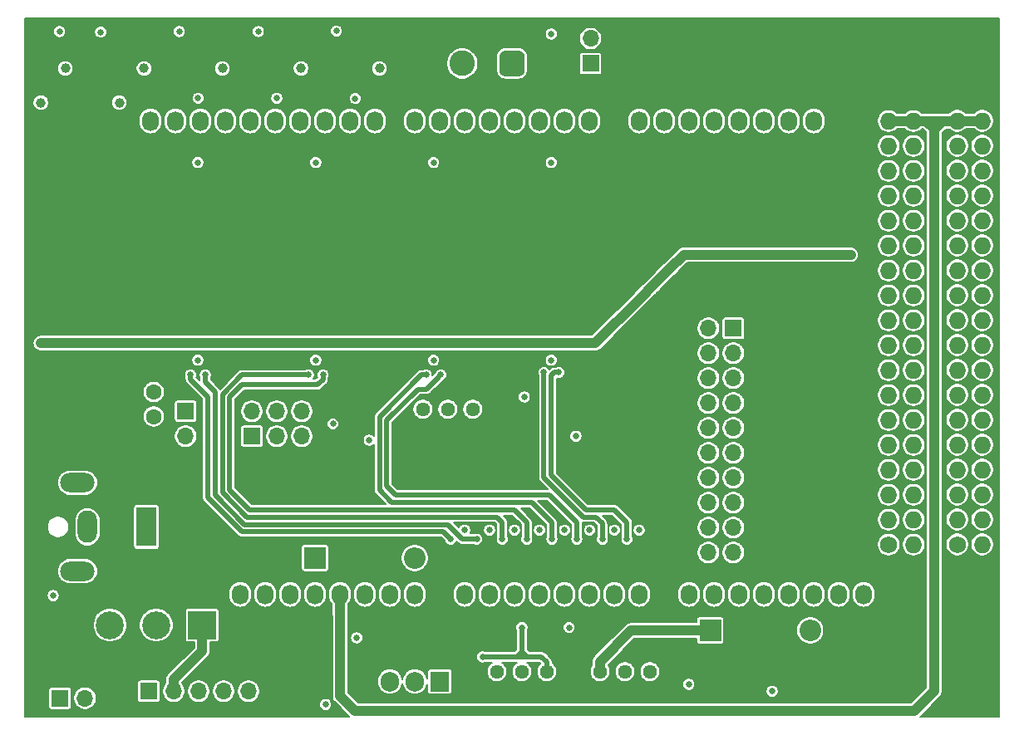
<source format=gbr>
G04 #@! TF.GenerationSoftware,KiCad,Pcbnew,(5.1.5)-3*
G04 #@! TF.CreationDate,2020-08-08T04:04:00-04:00*
G04 #@! TF.ProjectId,LT3081-ARDUINO-HEADERS,4c543330-3831-42d4-9152-4455494e4f2d,rev?*
G04 #@! TF.SameCoordinates,Original*
G04 #@! TF.FileFunction,Copper,L4,Bot*
G04 #@! TF.FilePolarity,Positive*
%FSLAX46Y46*%
G04 Gerber Fmt 4.6, Leading zero omitted, Abs format (unit mm)*
G04 Created by KiCad (PCBNEW (5.1.5)-3) date 2020-08-08 04:04:00*
%MOMM*%
%LPD*%
G04 APERTURE LIST*
%ADD10O,1.727200X1.727200*%
%ADD11C,1.727200*%
%ADD12O,1.700000X1.700000*%
%ADD13R,1.700000X1.700000*%
%ADD14O,1.905000X2.000000*%
%ADD15R,1.905000X2.000000*%
%ADD16C,2.600000*%
%ADD17C,0.100000*%
%ADD18C,2.850000*%
%ADD19R,2.850000X2.850000*%
%ADD20C,1.440000*%
%ADD21O,3.500000X2.000000*%
%ADD22O,2.000000X3.300000*%
%ADD23R,2.000000X4.000000*%
%ADD24O,2.200000X2.200000*%
%ADD25R,2.200000X2.200000*%
%ADD26C,1.600000*%
%ADD27O,1.727200X2.032000*%
%ADD28C,0.650000*%
%ADD29C,1.000000*%
%ADD30C,1.000000*%
%ADD31C,0.500000*%
%ADD32C,0.150000*%
G04 APERTURE END LIST*
D10*
X206890000Y-70850000D03*
X204350000Y-70850000D03*
X206890000Y-73390000D03*
X204350000Y-73390000D03*
X206890000Y-75930000D03*
X204350000Y-75930000D03*
X206890000Y-78470000D03*
X204350000Y-78470000D03*
X206890000Y-81010000D03*
X204350000Y-81010000D03*
X206890000Y-83550000D03*
X204350000Y-83550000D03*
X206890000Y-86090000D03*
X204350000Y-86090000D03*
X206890000Y-88630000D03*
X204350000Y-88630000D03*
X206890000Y-91170000D03*
X204350000Y-91170000D03*
X206890000Y-93710000D03*
X204350000Y-93710000D03*
X206890000Y-96250000D03*
X204350000Y-96250000D03*
X206890000Y-98790000D03*
X204350000Y-98790000D03*
X206890000Y-101330000D03*
X204350000Y-101330000D03*
X206890000Y-103870000D03*
X204350000Y-103870000D03*
X206890000Y-106410000D03*
X204350000Y-106410000D03*
X206890000Y-108950000D03*
X204350000Y-108950000D03*
X206890000Y-111490000D03*
X204350000Y-111490000D03*
X206890000Y-114030000D03*
D11*
X204350000Y-114030000D03*
D12*
X179000000Y-114860000D03*
X181540000Y-114860000D03*
X179000000Y-112320000D03*
X181540000Y-112320000D03*
X179000000Y-109780000D03*
X181540000Y-109780000D03*
X179000000Y-107240000D03*
X181540000Y-107240000D03*
X179000000Y-104700000D03*
X181540000Y-104700000D03*
X179000000Y-102160000D03*
X181540000Y-102160000D03*
X179000000Y-99620000D03*
X181540000Y-99620000D03*
X179000000Y-97080000D03*
X181540000Y-97080000D03*
X179000000Y-94540000D03*
X181540000Y-94540000D03*
X179000000Y-92000000D03*
D13*
X181540000Y-92000000D03*
D14*
X146560000Y-128000000D03*
X149100000Y-128000000D03*
D15*
X151640000Y-128000000D03*
D16*
X153920000Y-65000000D03*
G04 #@! TA.AperFunction,ComponentPad*
D17*
G36*
X159713711Y-63703130D02*
G01*
X159776809Y-63712490D01*
X159838685Y-63727989D01*
X159898744Y-63749478D01*
X159956408Y-63776751D01*
X160011121Y-63809545D01*
X160062356Y-63847543D01*
X160109619Y-63890381D01*
X160152457Y-63937644D01*
X160190455Y-63988879D01*
X160223249Y-64043592D01*
X160250522Y-64101256D01*
X160272011Y-64161315D01*
X160287510Y-64223191D01*
X160296870Y-64286289D01*
X160300000Y-64350000D01*
X160300000Y-65650000D01*
X160296870Y-65713711D01*
X160287510Y-65776809D01*
X160272011Y-65838685D01*
X160250522Y-65898744D01*
X160223249Y-65956408D01*
X160190455Y-66011121D01*
X160152457Y-66062356D01*
X160109619Y-66109619D01*
X160062356Y-66152457D01*
X160011121Y-66190455D01*
X159956408Y-66223249D01*
X159898744Y-66250522D01*
X159838685Y-66272011D01*
X159776809Y-66287510D01*
X159713711Y-66296870D01*
X159650000Y-66300000D01*
X158350000Y-66300000D01*
X158286289Y-66296870D01*
X158223191Y-66287510D01*
X158161315Y-66272011D01*
X158101256Y-66250522D01*
X158043592Y-66223249D01*
X157988879Y-66190455D01*
X157937644Y-66152457D01*
X157890381Y-66109619D01*
X157847543Y-66062356D01*
X157809545Y-66011121D01*
X157776751Y-65956408D01*
X157749478Y-65898744D01*
X157727989Y-65838685D01*
X157712490Y-65776809D01*
X157703130Y-65713711D01*
X157700000Y-65650000D01*
X157700000Y-64350000D01*
X157703130Y-64286289D01*
X157712490Y-64223191D01*
X157727989Y-64161315D01*
X157749478Y-64101256D01*
X157776751Y-64043592D01*
X157809545Y-63988879D01*
X157847543Y-63937644D01*
X157890381Y-63890381D01*
X157937644Y-63847543D01*
X157988879Y-63809545D01*
X158043592Y-63776751D01*
X158101256Y-63749478D01*
X158161315Y-63727989D01*
X158223191Y-63712490D01*
X158286289Y-63703130D01*
X158350000Y-63700000D01*
X159650000Y-63700000D01*
X159713711Y-63703130D01*
G37*
G04 #@! TD.AperFunction*
D18*
X118050000Y-122250000D03*
X122750000Y-122250000D03*
D19*
X127450000Y-122250000D03*
D20*
X149920000Y-100250000D03*
X152460000Y-100250000D03*
X155000000Y-100250000D03*
X157460000Y-127000000D03*
X160000000Y-127000000D03*
X162540000Y-127000000D03*
X167960000Y-127000000D03*
X170500000Y-127000000D03*
X173040000Y-127000000D03*
D12*
X167000000Y-62460000D03*
D13*
X167000000Y-65000000D03*
D12*
X137580000Y-100460000D03*
X137580000Y-103000000D03*
X135040000Y-100460000D03*
X135040000Y-103000000D03*
X132500000Y-100460000D03*
D13*
X132500000Y-103000000D03*
D12*
X125750000Y-103000000D03*
D13*
X125750000Y-100460000D03*
D12*
X115500000Y-129710000D03*
D13*
X112960000Y-129710000D03*
D12*
X132160000Y-129000000D03*
X129620000Y-129000000D03*
X127080000Y-129000000D03*
X124540000Y-129000000D03*
D13*
X122000000Y-129000000D03*
D21*
X114750000Y-116750000D03*
X114750000Y-107750000D03*
D22*
X115750000Y-112250000D03*
D23*
X121750000Y-112250000D03*
D24*
X189360000Y-122800000D03*
D25*
X179200000Y-122800000D03*
D24*
X149100000Y-115400000D03*
D25*
X138940000Y-115400000D03*
D26*
X122500000Y-101000000D03*
X122500000Y-98500000D03*
D11*
X197358000Y-114046000D03*
D10*
X199898000Y-114046000D03*
X197358000Y-111506000D03*
X199898000Y-111506000D03*
X197358000Y-108966000D03*
X199898000Y-108966000D03*
X197358000Y-106426000D03*
X199898000Y-106426000D03*
X197358000Y-103886000D03*
X199898000Y-103886000D03*
X197358000Y-101346000D03*
X199898000Y-101346000D03*
X197358000Y-98806000D03*
X199898000Y-98806000D03*
X197358000Y-96266000D03*
X199898000Y-96266000D03*
X197358000Y-93726000D03*
X199898000Y-93726000D03*
X197358000Y-91186000D03*
X199898000Y-91186000D03*
X197358000Y-88646000D03*
X199898000Y-88646000D03*
X197358000Y-86106000D03*
X199898000Y-86106000D03*
X197358000Y-83566000D03*
X199898000Y-83566000D03*
X197358000Y-81026000D03*
X199898000Y-81026000D03*
X197358000Y-78486000D03*
X199898000Y-78486000D03*
X197358000Y-75946000D03*
X199898000Y-75946000D03*
X197358000Y-73406000D03*
X199898000Y-73406000D03*
X197358000Y-70866000D03*
X199898000Y-70866000D03*
D27*
X131318000Y-119126000D03*
X133858000Y-119126000D03*
X136398000Y-119126000D03*
X138938000Y-119126000D03*
X141478000Y-119126000D03*
X144018000Y-119126000D03*
X146558000Y-119126000D03*
X149098000Y-119126000D03*
X154178000Y-119126000D03*
X156718000Y-119126000D03*
X159258000Y-119126000D03*
X161798000Y-119126000D03*
X164338000Y-119126000D03*
X166878000Y-119126000D03*
X169418000Y-119126000D03*
X171958000Y-119126000D03*
X177038000Y-119126000D03*
X179578000Y-119126000D03*
X182118000Y-119126000D03*
X184658000Y-119126000D03*
X187198000Y-119126000D03*
X189738000Y-119126000D03*
X192278000Y-119126000D03*
X194818000Y-119126000D03*
X122174000Y-70866000D03*
X124714000Y-70866000D03*
X127254000Y-70866000D03*
X129794000Y-70866000D03*
X132334000Y-70866000D03*
X134874000Y-70866000D03*
X137414000Y-70866000D03*
X139954000Y-70866000D03*
X142494000Y-70866000D03*
X145034000Y-70866000D03*
X149098000Y-70866000D03*
X151638000Y-70866000D03*
X154178000Y-70866000D03*
X156718000Y-70866000D03*
X159258000Y-70866000D03*
X161798000Y-70866000D03*
X164338000Y-70866000D03*
X166878000Y-70866000D03*
X171958000Y-70866000D03*
X174498000Y-70866000D03*
X177038000Y-70866000D03*
X179578000Y-70866000D03*
X182118000Y-70866000D03*
X184658000Y-70866000D03*
X187198000Y-70866000D03*
X189738000Y-70866000D03*
D28*
X112250000Y-119250000D03*
X141100000Y-61700000D03*
X163000000Y-62000000D03*
X133150000Y-61750000D03*
X125100000Y-61750000D03*
X117100000Y-61800000D03*
X112900000Y-61750000D03*
X185500000Y-129000000D03*
X171950000Y-112575000D03*
X169425000Y-112575000D03*
X143175000Y-123550000D03*
X166900000Y-112575000D03*
X164350000Y-112575000D03*
X161800000Y-112575000D03*
X159250000Y-112575000D03*
X156700000Y-112575000D03*
X154175000Y-112575000D03*
X165500000Y-103000000D03*
X140000000Y-130350000D03*
X160250000Y-99000000D03*
X164800000Y-122500000D03*
X177000000Y-128300000D03*
X144450000Y-103400000D03*
X140750000Y-101750000D03*
D29*
X113500000Y-65500000D03*
X121500000Y-65500000D03*
X129500000Y-65500000D03*
X137500000Y-65500000D03*
X145500000Y-65500000D03*
D28*
X129550000Y-93500000D03*
X141500000Y-93500000D03*
X153550000Y-93500000D03*
X165550000Y-93500000D03*
D29*
X111000000Y-93500000D03*
X112500000Y-93500000D03*
X114000000Y-93500000D03*
X115500000Y-93500000D03*
X117000000Y-93500000D03*
X118500000Y-93500000D03*
X193500000Y-84500000D03*
X191500000Y-84500000D03*
X189500000Y-84500000D03*
X187500000Y-84500000D03*
X185500000Y-84500000D03*
X183500000Y-84500000D03*
X181500000Y-84500000D03*
X179500000Y-84500000D03*
X176500000Y-84500000D03*
X175000000Y-86000000D03*
X173500000Y-87500000D03*
X172000000Y-89000000D03*
D28*
X163000000Y-95250000D03*
X151000000Y-95250000D03*
X139000000Y-95250000D03*
X127000000Y-95250000D03*
X163000000Y-75100000D03*
X151000000Y-75100000D03*
X139000000Y-75100000D03*
X127000000Y-75100000D03*
D29*
X111000000Y-69000000D03*
X119000000Y-69000000D03*
D28*
X127025000Y-68550000D03*
X135025000Y-68550000D03*
X143025000Y-68575000D03*
X170700000Y-113500000D03*
X163750000Y-96500000D03*
X162250000Y-96500000D03*
X168200000Y-113500000D03*
X151750000Y-96750000D03*
X165600000Y-113500000D03*
X150250000Y-96750000D03*
X163050000Y-113500000D03*
X139750000Y-96750000D03*
X160500000Y-113500000D03*
X138250000Y-96750000D03*
X158000000Y-113500000D03*
X127750000Y-96750000D03*
X155400000Y-113500000D03*
X126250000Y-96750000D03*
X152750000Y-113500000D03*
X156000006Y-125500000D03*
X160000000Y-122500000D03*
D29*
X167000000Y-88000000D03*
X166000000Y-88000000D03*
X165000000Y-88000000D03*
X165000000Y-87000000D03*
X167000000Y-87000000D03*
X166000000Y-87000000D03*
X167000000Y-86000000D03*
X166000000Y-86000000D03*
X165000000Y-86000000D03*
X167000000Y-83000000D03*
X166000000Y-83000000D03*
X165000000Y-83000000D03*
X165000000Y-82000000D03*
X166000000Y-82000000D03*
X167000000Y-82000000D03*
X165000000Y-81000000D03*
X166000000Y-81000000D03*
X167000000Y-81000000D03*
X161000000Y-88000000D03*
X160000000Y-88000000D03*
X159000000Y-88000000D03*
X161000000Y-87000000D03*
X160000000Y-87000000D03*
X159000000Y-87000000D03*
X161000000Y-86000000D03*
X160000000Y-86000000D03*
X159000000Y-86000000D03*
X161000000Y-83000000D03*
X160000000Y-83000000D03*
X159000000Y-83000000D03*
X161000000Y-82000000D03*
X160000000Y-82000000D03*
X159000000Y-82000000D03*
X161000000Y-81000000D03*
X160000000Y-81000000D03*
X159000000Y-81000000D03*
X153000000Y-88000000D03*
X154000000Y-88000000D03*
X155000000Y-88000000D03*
X153000000Y-87000000D03*
X154000000Y-87000000D03*
X155000000Y-87000000D03*
X153000000Y-86000000D03*
X154000000Y-86000000D03*
X155000000Y-86000000D03*
X153000000Y-83000000D03*
X154000000Y-83000000D03*
X155000000Y-83000000D03*
X153000000Y-82000000D03*
X154000000Y-82000000D03*
X155000000Y-82000000D03*
X153000000Y-81000000D03*
X154000000Y-81000000D03*
X155000000Y-81000000D03*
X149000000Y-88000000D03*
X148000000Y-88000000D03*
X147000000Y-88000000D03*
X149000000Y-87000000D03*
X148000000Y-87000000D03*
X147000000Y-87000000D03*
X149000000Y-86000000D03*
X148000000Y-86000000D03*
X147000000Y-86000000D03*
X149000000Y-83000000D03*
X148000000Y-83000000D03*
X147000000Y-83000000D03*
X149000000Y-82000000D03*
X148000000Y-82000000D03*
X147000000Y-82000000D03*
X149000000Y-81000000D03*
X148000000Y-81000000D03*
X147000000Y-81000000D03*
X142000000Y-88000000D03*
X143000000Y-88000000D03*
X141000000Y-88000000D03*
X143000000Y-87000000D03*
X142000000Y-87000000D03*
X141000000Y-87000000D03*
X143000000Y-86000000D03*
X142000000Y-86000000D03*
X141000000Y-86000000D03*
X137000000Y-88000000D03*
X136000000Y-88000000D03*
X135000000Y-88000000D03*
X137000000Y-87000000D03*
X136000000Y-87000000D03*
X135000000Y-87000000D03*
X137000000Y-86000000D03*
X136000000Y-86000000D03*
X135000000Y-86000000D03*
X143000000Y-83000000D03*
X142000000Y-83000000D03*
X141000000Y-83000000D03*
X141000000Y-82000000D03*
X142000000Y-82000000D03*
X143000000Y-82000000D03*
X143000000Y-81000000D03*
X142000000Y-81000000D03*
X141000000Y-81000000D03*
X137000000Y-82000000D03*
X137000000Y-83000000D03*
X136000000Y-83000000D03*
X136000000Y-82000000D03*
X135000000Y-82000000D03*
X135000000Y-83000000D03*
X137000000Y-81000000D03*
X136000000Y-81000000D03*
X135000000Y-81000000D03*
X131000000Y-88000000D03*
X131000000Y-87000000D03*
X131000000Y-86000000D03*
X130000000Y-86000000D03*
X130000000Y-87000000D03*
X130000000Y-88000000D03*
X129000000Y-88000000D03*
X129000000Y-87000000D03*
X129000000Y-86000000D03*
X125000000Y-86000000D03*
X125000000Y-87000000D03*
X125000000Y-88000000D03*
X124000000Y-86000000D03*
X124000000Y-87000000D03*
X124000000Y-88000000D03*
X123000000Y-86000000D03*
X123000000Y-87000000D03*
X123000000Y-88000000D03*
X131000000Y-83000000D03*
X130000000Y-83000000D03*
X129000000Y-83000000D03*
X131000000Y-82000000D03*
X130000000Y-82000000D03*
X129000000Y-82000000D03*
X131000000Y-81000000D03*
X130000000Y-81000000D03*
X129000000Y-81000000D03*
X125000000Y-83000000D03*
X124000000Y-83000000D03*
X123000000Y-83000000D03*
X125000000Y-82000000D03*
X124000000Y-82000000D03*
X123000000Y-82000000D03*
X125000000Y-81000000D03*
X124000000Y-81000000D03*
X123000000Y-81000000D03*
D30*
X199898000Y-70866000D02*
X197358000Y-70866000D01*
X200000000Y-131000000D02*
X202000000Y-129000000D01*
X141478000Y-121142000D02*
X141500000Y-121164000D01*
X143000000Y-131000000D02*
X200000000Y-131000000D01*
X141478000Y-119126000D02*
X141478000Y-121142000D01*
X141500000Y-121164000D02*
X141500000Y-129500000D01*
X141500000Y-129500000D02*
X143000000Y-131000000D01*
X204334000Y-70866000D02*
X204350000Y-70850000D01*
X204350000Y-70850000D02*
X206890000Y-70850000D01*
X202000000Y-70900000D02*
X202050000Y-70850000D01*
X202000000Y-71675000D02*
X201175000Y-70850000D01*
X202000000Y-71800000D02*
X202000000Y-70900000D01*
X202000000Y-129000000D02*
X202000000Y-71800000D01*
X199898000Y-70866000D02*
X201175000Y-70850000D01*
X201175000Y-70850000D02*
X202050000Y-70850000D01*
X202000000Y-71800000D02*
X202000000Y-71675000D01*
X202000000Y-71700000D02*
X202825000Y-70875000D01*
X202000000Y-71800000D02*
X202000000Y-71700000D01*
X202050000Y-70850000D02*
X202825000Y-70875000D01*
X202825000Y-70875000D02*
X204334000Y-70866000D01*
X167960000Y-125981767D02*
X171141767Y-122800000D01*
X167960000Y-127000000D02*
X167960000Y-125981767D01*
X171141767Y-122800000D02*
X179200000Y-122800000D01*
X165090381Y-93500000D02*
X153550000Y-93500000D01*
X165550000Y-93500000D02*
X165090381Y-93500000D01*
X153090381Y-93500000D02*
X141500000Y-93500000D01*
X153550000Y-93500000D02*
X153090381Y-93500000D01*
X141040381Y-93500000D02*
X129550000Y-93500000D01*
X141500000Y-93500000D02*
X141040381Y-93500000D01*
X129550000Y-93500000D02*
X119500000Y-93500000D01*
X119500000Y-93500000D02*
X118500000Y-93500000D01*
X112500000Y-93500000D02*
X111000000Y-93500000D01*
X114000000Y-93500000D02*
X112500000Y-93500000D01*
X115500000Y-93500000D02*
X114000000Y-93500000D01*
X117000000Y-93500000D02*
X115500000Y-93500000D01*
X118500000Y-93500000D02*
X117000000Y-93500000D01*
X165550000Y-93500000D02*
X167000000Y-93500000D01*
X167000000Y-93500000D02*
X167500000Y-93500000D01*
X167500000Y-93500000D02*
X172000000Y-89000000D01*
X176500000Y-84500000D02*
X179500000Y-84500000D01*
X193500000Y-84500000D02*
X193500000Y-84500000D01*
X191500000Y-84500000D02*
X193500000Y-84500000D01*
X189500000Y-84500000D02*
X191500000Y-84500000D01*
X187500000Y-84500000D02*
X189500000Y-84500000D01*
X185500000Y-84500000D02*
X187500000Y-84500000D01*
X183500000Y-84500000D02*
X185500000Y-84500000D01*
X181500000Y-84500000D02*
X183500000Y-84500000D01*
X179500000Y-84500000D02*
X181500000Y-84500000D01*
X176500000Y-84500000D02*
X176500000Y-84500000D01*
X175000000Y-86000000D02*
X176500000Y-84500000D01*
X173500000Y-87500000D02*
X175000000Y-86000000D01*
X172000000Y-89000000D02*
X173500000Y-87500000D01*
X127450000Y-124887919D02*
X127450000Y-122250000D01*
X124540000Y-129000000D02*
X124540000Y-127797919D01*
X124540000Y-127797919D02*
X127450000Y-124887919D01*
D31*
X170700000Y-111800000D02*
X170700000Y-113500000D01*
X163290381Y-96500000D02*
X163000000Y-96790381D01*
X163000000Y-96790381D02*
X163000000Y-107000000D01*
X163000000Y-107000000D02*
X166500000Y-110500000D01*
X163750000Y-96500000D02*
X163290381Y-96500000D01*
X169400000Y-110500000D02*
X170700000Y-111800000D01*
X166500000Y-110500000D02*
X169400000Y-110500000D01*
X168200000Y-111900000D02*
X168200000Y-113500000D01*
X166250000Y-111250000D02*
X167550000Y-111250000D01*
X167550000Y-111250000D02*
X168200000Y-111900000D01*
X162250000Y-107250000D02*
X166250000Y-111250000D01*
X162250000Y-96500000D02*
X162250000Y-107250000D01*
X151750000Y-96750000D02*
X151425001Y-97074999D01*
X151425001Y-97074999D02*
X150300000Y-98200000D01*
X150300000Y-98200000D02*
X149400000Y-98200000D01*
X149400000Y-98200000D02*
X146200000Y-101400000D01*
X146200000Y-101400000D02*
X146200000Y-108100000D01*
X146200000Y-108100000D02*
X147100000Y-109000000D01*
X147100000Y-109000000D02*
X162800000Y-109000000D01*
X162800000Y-109000000D02*
X165600000Y-111800000D01*
X165600000Y-111800000D02*
X165600000Y-113500000D01*
X163050000Y-111800000D02*
X163050000Y-113500000D01*
X149790381Y-96750000D02*
X145500000Y-101040381D01*
X146750000Y-109750000D02*
X161000000Y-109750000D01*
X150250000Y-96750000D02*
X149790381Y-96750000D01*
X145500000Y-101040381D02*
X145500000Y-108500000D01*
X161000000Y-109750000D02*
X163050000Y-111800000D01*
X145500000Y-108500000D02*
X146750000Y-109750000D01*
X160500000Y-111750000D02*
X160500000Y-113500000D01*
X159250000Y-110500000D02*
X160500000Y-111750000D01*
X130250000Y-108500000D02*
X132250000Y-110500000D01*
X139750000Y-97209619D02*
X139209619Y-97750000D01*
X139750000Y-96750000D02*
X139750000Y-97209619D01*
X132250000Y-110500000D02*
X159250000Y-110500000D01*
X131500000Y-97750000D02*
X130250000Y-99000000D01*
X130250000Y-99000000D02*
X130250000Y-108500000D01*
X139209619Y-97750000D02*
X131500000Y-97750000D01*
X138250000Y-96750000D02*
X131500000Y-96750000D01*
X131500000Y-96750000D02*
X129500000Y-98750000D01*
X129500000Y-98750000D02*
X129500000Y-108750000D01*
X129500000Y-108750000D02*
X132000000Y-111250000D01*
X132000000Y-111250000D02*
X157500000Y-111250000D01*
X157500000Y-111250000D02*
X158000000Y-111750000D01*
X158000000Y-111750000D02*
X158000000Y-113500000D01*
X127750000Y-96750000D02*
X127750000Y-97500000D01*
X127750000Y-97500000D02*
X128750000Y-98500000D01*
X128750000Y-98500000D02*
X128750000Y-109000000D01*
X128750000Y-109000000D02*
X131750000Y-112000000D01*
X152452998Y-112000000D02*
X153952998Y-113500000D01*
X131750000Y-112000000D02*
X152452998Y-112000000D01*
X153952998Y-113500000D02*
X155400000Y-113500000D01*
X126250000Y-97209619D02*
X128000000Y-98959619D01*
X126250000Y-96750000D02*
X126250000Y-97209619D01*
X128000000Y-98959619D02*
X128000000Y-109250000D01*
X128000000Y-109250000D02*
X131500000Y-112750000D01*
X131500000Y-112750000D02*
X152000000Y-112750000D01*
X152000000Y-112750000D02*
X152750000Y-113500000D01*
X162540000Y-126040000D02*
X162540000Y-127000000D01*
X162000000Y-125500000D02*
X162540000Y-126040000D01*
X156000006Y-125500000D02*
X159500000Y-125500000D01*
X160000000Y-125000000D02*
X159500000Y-125500000D01*
X160000000Y-122500000D02*
X160000000Y-125000000D01*
X159500000Y-125500000D02*
X160000000Y-125500000D01*
X160000000Y-125000000D02*
X160000000Y-125500000D01*
X160000000Y-125500000D02*
X160500000Y-125500000D01*
X160000000Y-125000000D02*
X160500000Y-125500000D01*
X160500000Y-125500000D02*
X162000000Y-125500000D01*
D32*
G36*
X208600001Y-131600000D02*
G01*
X200569351Y-131600000D01*
X200586185Y-131586185D01*
X200612021Y-131554704D01*
X202554711Y-129612015D01*
X202586185Y-129586185D01*
X202689281Y-129460563D01*
X202765888Y-129317241D01*
X202804608Y-129189598D01*
X202813062Y-129161729D01*
X202817680Y-129114842D01*
X202825000Y-129040521D01*
X202825000Y-129040514D01*
X202828990Y-129000001D01*
X202825000Y-128959488D01*
X202825000Y-113912933D01*
X203161400Y-113912933D01*
X203161400Y-114147067D01*
X203207077Y-114376702D01*
X203296676Y-114593013D01*
X203426754Y-114787688D01*
X203592312Y-114953246D01*
X203786987Y-115083324D01*
X204003298Y-115172923D01*
X204232933Y-115218600D01*
X204467067Y-115218600D01*
X204696702Y-115172923D01*
X204913013Y-115083324D01*
X205107688Y-114953246D01*
X205273246Y-114787688D01*
X205403324Y-114593013D01*
X205492923Y-114376702D01*
X205538600Y-114147067D01*
X205538600Y-113912933D01*
X205701400Y-113912933D01*
X205701400Y-114147067D01*
X205747077Y-114376702D01*
X205836676Y-114593013D01*
X205966754Y-114787688D01*
X206132312Y-114953246D01*
X206326987Y-115083324D01*
X206543298Y-115172923D01*
X206772933Y-115218600D01*
X207007067Y-115218600D01*
X207236702Y-115172923D01*
X207453013Y-115083324D01*
X207647688Y-114953246D01*
X207813246Y-114787688D01*
X207943324Y-114593013D01*
X208032923Y-114376702D01*
X208078600Y-114147067D01*
X208078600Y-113912933D01*
X208032923Y-113683298D01*
X207943324Y-113466987D01*
X207813246Y-113272312D01*
X207647688Y-113106754D01*
X207453013Y-112976676D01*
X207236702Y-112887077D01*
X207007067Y-112841400D01*
X206772933Y-112841400D01*
X206543298Y-112887077D01*
X206326987Y-112976676D01*
X206132312Y-113106754D01*
X205966754Y-113272312D01*
X205836676Y-113466987D01*
X205747077Y-113683298D01*
X205701400Y-113912933D01*
X205538600Y-113912933D01*
X205492923Y-113683298D01*
X205403324Y-113466987D01*
X205273246Y-113272312D01*
X205107688Y-113106754D01*
X204913013Y-112976676D01*
X204696702Y-112887077D01*
X204467067Y-112841400D01*
X204232933Y-112841400D01*
X204003298Y-112887077D01*
X203786987Y-112976676D01*
X203592312Y-113106754D01*
X203426754Y-113272312D01*
X203296676Y-113466987D01*
X203207077Y-113683298D01*
X203161400Y-113912933D01*
X202825000Y-113912933D01*
X202825000Y-111372933D01*
X203161400Y-111372933D01*
X203161400Y-111607067D01*
X203207077Y-111836702D01*
X203296676Y-112053013D01*
X203426754Y-112247688D01*
X203592312Y-112413246D01*
X203786987Y-112543324D01*
X204003298Y-112632923D01*
X204232933Y-112678600D01*
X204467067Y-112678600D01*
X204696702Y-112632923D01*
X204913013Y-112543324D01*
X205107688Y-112413246D01*
X205273246Y-112247688D01*
X205403324Y-112053013D01*
X205492923Y-111836702D01*
X205538600Y-111607067D01*
X205538600Y-111372933D01*
X205701400Y-111372933D01*
X205701400Y-111607067D01*
X205747077Y-111836702D01*
X205836676Y-112053013D01*
X205966754Y-112247688D01*
X206132312Y-112413246D01*
X206326987Y-112543324D01*
X206543298Y-112632923D01*
X206772933Y-112678600D01*
X207007067Y-112678600D01*
X207236702Y-112632923D01*
X207453013Y-112543324D01*
X207647688Y-112413246D01*
X207813246Y-112247688D01*
X207943324Y-112053013D01*
X208032923Y-111836702D01*
X208078600Y-111607067D01*
X208078600Y-111372933D01*
X208032923Y-111143298D01*
X207943324Y-110926987D01*
X207813246Y-110732312D01*
X207647688Y-110566754D01*
X207453013Y-110436676D01*
X207236702Y-110347077D01*
X207007067Y-110301400D01*
X206772933Y-110301400D01*
X206543298Y-110347077D01*
X206326987Y-110436676D01*
X206132312Y-110566754D01*
X205966754Y-110732312D01*
X205836676Y-110926987D01*
X205747077Y-111143298D01*
X205701400Y-111372933D01*
X205538600Y-111372933D01*
X205492923Y-111143298D01*
X205403324Y-110926987D01*
X205273246Y-110732312D01*
X205107688Y-110566754D01*
X204913013Y-110436676D01*
X204696702Y-110347077D01*
X204467067Y-110301400D01*
X204232933Y-110301400D01*
X204003298Y-110347077D01*
X203786987Y-110436676D01*
X203592312Y-110566754D01*
X203426754Y-110732312D01*
X203296676Y-110926987D01*
X203207077Y-111143298D01*
X203161400Y-111372933D01*
X202825000Y-111372933D01*
X202825000Y-108832933D01*
X203161400Y-108832933D01*
X203161400Y-109067067D01*
X203207077Y-109296702D01*
X203296676Y-109513013D01*
X203426754Y-109707688D01*
X203592312Y-109873246D01*
X203786987Y-110003324D01*
X204003298Y-110092923D01*
X204232933Y-110138600D01*
X204467067Y-110138600D01*
X204696702Y-110092923D01*
X204913013Y-110003324D01*
X205107688Y-109873246D01*
X205273246Y-109707688D01*
X205403324Y-109513013D01*
X205492923Y-109296702D01*
X205538600Y-109067067D01*
X205538600Y-108832933D01*
X205701400Y-108832933D01*
X205701400Y-109067067D01*
X205747077Y-109296702D01*
X205836676Y-109513013D01*
X205966754Y-109707688D01*
X206132312Y-109873246D01*
X206326987Y-110003324D01*
X206543298Y-110092923D01*
X206772933Y-110138600D01*
X207007067Y-110138600D01*
X207236702Y-110092923D01*
X207453013Y-110003324D01*
X207647688Y-109873246D01*
X207813246Y-109707688D01*
X207943324Y-109513013D01*
X208032923Y-109296702D01*
X208078600Y-109067067D01*
X208078600Y-108832933D01*
X208032923Y-108603298D01*
X207943324Y-108386987D01*
X207813246Y-108192312D01*
X207647688Y-108026754D01*
X207453013Y-107896676D01*
X207236702Y-107807077D01*
X207007067Y-107761400D01*
X206772933Y-107761400D01*
X206543298Y-107807077D01*
X206326987Y-107896676D01*
X206132312Y-108026754D01*
X205966754Y-108192312D01*
X205836676Y-108386987D01*
X205747077Y-108603298D01*
X205701400Y-108832933D01*
X205538600Y-108832933D01*
X205492923Y-108603298D01*
X205403324Y-108386987D01*
X205273246Y-108192312D01*
X205107688Y-108026754D01*
X204913013Y-107896676D01*
X204696702Y-107807077D01*
X204467067Y-107761400D01*
X204232933Y-107761400D01*
X204003298Y-107807077D01*
X203786987Y-107896676D01*
X203592312Y-108026754D01*
X203426754Y-108192312D01*
X203296676Y-108386987D01*
X203207077Y-108603298D01*
X203161400Y-108832933D01*
X202825000Y-108832933D01*
X202825000Y-106292933D01*
X203161400Y-106292933D01*
X203161400Y-106527067D01*
X203207077Y-106756702D01*
X203296676Y-106973013D01*
X203426754Y-107167688D01*
X203592312Y-107333246D01*
X203786987Y-107463324D01*
X204003298Y-107552923D01*
X204232933Y-107598600D01*
X204467067Y-107598600D01*
X204696702Y-107552923D01*
X204913013Y-107463324D01*
X205107688Y-107333246D01*
X205273246Y-107167688D01*
X205403324Y-106973013D01*
X205492923Y-106756702D01*
X205538600Y-106527067D01*
X205538600Y-106292933D01*
X205701400Y-106292933D01*
X205701400Y-106527067D01*
X205747077Y-106756702D01*
X205836676Y-106973013D01*
X205966754Y-107167688D01*
X206132312Y-107333246D01*
X206326987Y-107463324D01*
X206543298Y-107552923D01*
X206772933Y-107598600D01*
X207007067Y-107598600D01*
X207236702Y-107552923D01*
X207453013Y-107463324D01*
X207647688Y-107333246D01*
X207813246Y-107167688D01*
X207943324Y-106973013D01*
X208032923Y-106756702D01*
X208078600Y-106527067D01*
X208078600Y-106292933D01*
X208032923Y-106063298D01*
X207943324Y-105846987D01*
X207813246Y-105652312D01*
X207647688Y-105486754D01*
X207453013Y-105356676D01*
X207236702Y-105267077D01*
X207007067Y-105221400D01*
X206772933Y-105221400D01*
X206543298Y-105267077D01*
X206326987Y-105356676D01*
X206132312Y-105486754D01*
X205966754Y-105652312D01*
X205836676Y-105846987D01*
X205747077Y-106063298D01*
X205701400Y-106292933D01*
X205538600Y-106292933D01*
X205492923Y-106063298D01*
X205403324Y-105846987D01*
X205273246Y-105652312D01*
X205107688Y-105486754D01*
X204913013Y-105356676D01*
X204696702Y-105267077D01*
X204467067Y-105221400D01*
X204232933Y-105221400D01*
X204003298Y-105267077D01*
X203786987Y-105356676D01*
X203592312Y-105486754D01*
X203426754Y-105652312D01*
X203296676Y-105846987D01*
X203207077Y-106063298D01*
X203161400Y-106292933D01*
X202825000Y-106292933D01*
X202825000Y-103752933D01*
X203161400Y-103752933D01*
X203161400Y-103987067D01*
X203207077Y-104216702D01*
X203296676Y-104433013D01*
X203426754Y-104627688D01*
X203592312Y-104793246D01*
X203786987Y-104923324D01*
X204003298Y-105012923D01*
X204232933Y-105058600D01*
X204467067Y-105058600D01*
X204696702Y-105012923D01*
X204913013Y-104923324D01*
X205107688Y-104793246D01*
X205273246Y-104627688D01*
X205403324Y-104433013D01*
X205492923Y-104216702D01*
X205538600Y-103987067D01*
X205538600Y-103752933D01*
X205701400Y-103752933D01*
X205701400Y-103987067D01*
X205747077Y-104216702D01*
X205836676Y-104433013D01*
X205966754Y-104627688D01*
X206132312Y-104793246D01*
X206326987Y-104923324D01*
X206543298Y-105012923D01*
X206772933Y-105058600D01*
X207007067Y-105058600D01*
X207236702Y-105012923D01*
X207453013Y-104923324D01*
X207647688Y-104793246D01*
X207813246Y-104627688D01*
X207943324Y-104433013D01*
X208032923Y-104216702D01*
X208078600Y-103987067D01*
X208078600Y-103752933D01*
X208032923Y-103523298D01*
X207943324Y-103306987D01*
X207813246Y-103112312D01*
X207647688Y-102946754D01*
X207453013Y-102816676D01*
X207236702Y-102727077D01*
X207007067Y-102681400D01*
X206772933Y-102681400D01*
X206543298Y-102727077D01*
X206326987Y-102816676D01*
X206132312Y-102946754D01*
X205966754Y-103112312D01*
X205836676Y-103306987D01*
X205747077Y-103523298D01*
X205701400Y-103752933D01*
X205538600Y-103752933D01*
X205492923Y-103523298D01*
X205403324Y-103306987D01*
X205273246Y-103112312D01*
X205107688Y-102946754D01*
X204913013Y-102816676D01*
X204696702Y-102727077D01*
X204467067Y-102681400D01*
X204232933Y-102681400D01*
X204003298Y-102727077D01*
X203786987Y-102816676D01*
X203592312Y-102946754D01*
X203426754Y-103112312D01*
X203296676Y-103306987D01*
X203207077Y-103523298D01*
X203161400Y-103752933D01*
X202825000Y-103752933D01*
X202825000Y-101212933D01*
X203161400Y-101212933D01*
X203161400Y-101447067D01*
X203207077Y-101676702D01*
X203296676Y-101893013D01*
X203426754Y-102087688D01*
X203592312Y-102253246D01*
X203786987Y-102383324D01*
X204003298Y-102472923D01*
X204232933Y-102518600D01*
X204467067Y-102518600D01*
X204696702Y-102472923D01*
X204913013Y-102383324D01*
X205107688Y-102253246D01*
X205273246Y-102087688D01*
X205403324Y-101893013D01*
X205492923Y-101676702D01*
X205538600Y-101447067D01*
X205538600Y-101212933D01*
X205701400Y-101212933D01*
X205701400Y-101447067D01*
X205747077Y-101676702D01*
X205836676Y-101893013D01*
X205966754Y-102087688D01*
X206132312Y-102253246D01*
X206326987Y-102383324D01*
X206543298Y-102472923D01*
X206772933Y-102518600D01*
X207007067Y-102518600D01*
X207236702Y-102472923D01*
X207453013Y-102383324D01*
X207647688Y-102253246D01*
X207813246Y-102087688D01*
X207943324Y-101893013D01*
X208032923Y-101676702D01*
X208078600Y-101447067D01*
X208078600Y-101212933D01*
X208032923Y-100983298D01*
X207943324Y-100766987D01*
X207813246Y-100572312D01*
X207647688Y-100406754D01*
X207453013Y-100276676D01*
X207236702Y-100187077D01*
X207007067Y-100141400D01*
X206772933Y-100141400D01*
X206543298Y-100187077D01*
X206326987Y-100276676D01*
X206132312Y-100406754D01*
X205966754Y-100572312D01*
X205836676Y-100766987D01*
X205747077Y-100983298D01*
X205701400Y-101212933D01*
X205538600Y-101212933D01*
X205492923Y-100983298D01*
X205403324Y-100766987D01*
X205273246Y-100572312D01*
X205107688Y-100406754D01*
X204913013Y-100276676D01*
X204696702Y-100187077D01*
X204467067Y-100141400D01*
X204232933Y-100141400D01*
X204003298Y-100187077D01*
X203786987Y-100276676D01*
X203592312Y-100406754D01*
X203426754Y-100572312D01*
X203296676Y-100766987D01*
X203207077Y-100983298D01*
X203161400Y-101212933D01*
X202825000Y-101212933D01*
X202825000Y-98672933D01*
X203161400Y-98672933D01*
X203161400Y-98907067D01*
X203207077Y-99136702D01*
X203296676Y-99353013D01*
X203426754Y-99547688D01*
X203592312Y-99713246D01*
X203786987Y-99843324D01*
X204003298Y-99932923D01*
X204232933Y-99978600D01*
X204467067Y-99978600D01*
X204696702Y-99932923D01*
X204913013Y-99843324D01*
X205107688Y-99713246D01*
X205273246Y-99547688D01*
X205403324Y-99353013D01*
X205492923Y-99136702D01*
X205538600Y-98907067D01*
X205538600Y-98672933D01*
X205701400Y-98672933D01*
X205701400Y-98907067D01*
X205747077Y-99136702D01*
X205836676Y-99353013D01*
X205966754Y-99547688D01*
X206132312Y-99713246D01*
X206326987Y-99843324D01*
X206543298Y-99932923D01*
X206772933Y-99978600D01*
X207007067Y-99978600D01*
X207236702Y-99932923D01*
X207453013Y-99843324D01*
X207647688Y-99713246D01*
X207813246Y-99547688D01*
X207943324Y-99353013D01*
X208032923Y-99136702D01*
X208078600Y-98907067D01*
X208078600Y-98672933D01*
X208032923Y-98443298D01*
X207943324Y-98226987D01*
X207813246Y-98032312D01*
X207647688Y-97866754D01*
X207453013Y-97736676D01*
X207236702Y-97647077D01*
X207007067Y-97601400D01*
X206772933Y-97601400D01*
X206543298Y-97647077D01*
X206326987Y-97736676D01*
X206132312Y-97866754D01*
X205966754Y-98032312D01*
X205836676Y-98226987D01*
X205747077Y-98443298D01*
X205701400Y-98672933D01*
X205538600Y-98672933D01*
X205492923Y-98443298D01*
X205403324Y-98226987D01*
X205273246Y-98032312D01*
X205107688Y-97866754D01*
X204913013Y-97736676D01*
X204696702Y-97647077D01*
X204467067Y-97601400D01*
X204232933Y-97601400D01*
X204003298Y-97647077D01*
X203786987Y-97736676D01*
X203592312Y-97866754D01*
X203426754Y-98032312D01*
X203296676Y-98226987D01*
X203207077Y-98443298D01*
X203161400Y-98672933D01*
X202825000Y-98672933D01*
X202825000Y-96132933D01*
X203161400Y-96132933D01*
X203161400Y-96367067D01*
X203207077Y-96596702D01*
X203296676Y-96813013D01*
X203426754Y-97007688D01*
X203592312Y-97173246D01*
X203786987Y-97303324D01*
X204003298Y-97392923D01*
X204232933Y-97438600D01*
X204467067Y-97438600D01*
X204696702Y-97392923D01*
X204913013Y-97303324D01*
X205107688Y-97173246D01*
X205273246Y-97007688D01*
X205403324Y-96813013D01*
X205492923Y-96596702D01*
X205538600Y-96367067D01*
X205538600Y-96132933D01*
X205701400Y-96132933D01*
X205701400Y-96367067D01*
X205747077Y-96596702D01*
X205836676Y-96813013D01*
X205966754Y-97007688D01*
X206132312Y-97173246D01*
X206326987Y-97303324D01*
X206543298Y-97392923D01*
X206772933Y-97438600D01*
X207007067Y-97438600D01*
X207236702Y-97392923D01*
X207453013Y-97303324D01*
X207647688Y-97173246D01*
X207813246Y-97007688D01*
X207943324Y-96813013D01*
X208032923Y-96596702D01*
X208078600Y-96367067D01*
X208078600Y-96132933D01*
X208032923Y-95903298D01*
X207943324Y-95686987D01*
X207813246Y-95492312D01*
X207647688Y-95326754D01*
X207453013Y-95196676D01*
X207236702Y-95107077D01*
X207007067Y-95061400D01*
X206772933Y-95061400D01*
X206543298Y-95107077D01*
X206326987Y-95196676D01*
X206132312Y-95326754D01*
X205966754Y-95492312D01*
X205836676Y-95686987D01*
X205747077Y-95903298D01*
X205701400Y-96132933D01*
X205538600Y-96132933D01*
X205492923Y-95903298D01*
X205403324Y-95686987D01*
X205273246Y-95492312D01*
X205107688Y-95326754D01*
X204913013Y-95196676D01*
X204696702Y-95107077D01*
X204467067Y-95061400D01*
X204232933Y-95061400D01*
X204003298Y-95107077D01*
X203786987Y-95196676D01*
X203592312Y-95326754D01*
X203426754Y-95492312D01*
X203296676Y-95686987D01*
X203207077Y-95903298D01*
X203161400Y-96132933D01*
X202825000Y-96132933D01*
X202825000Y-93592933D01*
X203161400Y-93592933D01*
X203161400Y-93827067D01*
X203207077Y-94056702D01*
X203296676Y-94273013D01*
X203426754Y-94467688D01*
X203592312Y-94633246D01*
X203786987Y-94763324D01*
X204003298Y-94852923D01*
X204232933Y-94898600D01*
X204467067Y-94898600D01*
X204696702Y-94852923D01*
X204913013Y-94763324D01*
X205107688Y-94633246D01*
X205273246Y-94467688D01*
X205403324Y-94273013D01*
X205492923Y-94056702D01*
X205538600Y-93827067D01*
X205538600Y-93592933D01*
X205701400Y-93592933D01*
X205701400Y-93827067D01*
X205747077Y-94056702D01*
X205836676Y-94273013D01*
X205966754Y-94467688D01*
X206132312Y-94633246D01*
X206326987Y-94763324D01*
X206543298Y-94852923D01*
X206772933Y-94898600D01*
X207007067Y-94898600D01*
X207236702Y-94852923D01*
X207453013Y-94763324D01*
X207647688Y-94633246D01*
X207813246Y-94467688D01*
X207943324Y-94273013D01*
X208032923Y-94056702D01*
X208078600Y-93827067D01*
X208078600Y-93592933D01*
X208032923Y-93363298D01*
X207943324Y-93146987D01*
X207813246Y-92952312D01*
X207647688Y-92786754D01*
X207453013Y-92656676D01*
X207236702Y-92567077D01*
X207007067Y-92521400D01*
X206772933Y-92521400D01*
X206543298Y-92567077D01*
X206326987Y-92656676D01*
X206132312Y-92786754D01*
X205966754Y-92952312D01*
X205836676Y-93146987D01*
X205747077Y-93363298D01*
X205701400Y-93592933D01*
X205538600Y-93592933D01*
X205492923Y-93363298D01*
X205403324Y-93146987D01*
X205273246Y-92952312D01*
X205107688Y-92786754D01*
X204913013Y-92656676D01*
X204696702Y-92567077D01*
X204467067Y-92521400D01*
X204232933Y-92521400D01*
X204003298Y-92567077D01*
X203786987Y-92656676D01*
X203592312Y-92786754D01*
X203426754Y-92952312D01*
X203296676Y-93146987D01*
X203207077Y-93363298D01*
X203161400Y-93592933D01*
X202825000Y-93592933D01*
X202825000Y-91052933D01*
X203161400Y-91052933D01*
X203161400Y-91287067D01*
X203207077Y-91516702D01*
X203296676Y-91733013D01*
X203426754Y-91927688D01*
X203592312Y-92093246D01*
X203786987Y-92223324D01*
X204003298Y-92312923D01*
X204232933Y-92358600D01*
X204467067Y-92358600D01*
X204696702Y-92312923D01*
X204913013Y-92223324D01*
X205107688Y-92093246D01*
X205273246Y-91927688D01*
X205403324Y-91733013D01*
X205492923Y-91516702D01*
X205538600Y-91287067D01*
X205538600Y-91052933D01*
X205701400Y-91052933D01*
X205701400Y-91287067D01*
X205747077Y-91516702D01*
X205836676Y-91733013D01*
X205966754Y-91927688D01*
X206132312Y-92093246D01*
X206326987Y-92223324D01*
X206543298Y-92312923D01*
X206772933Y-92358600D01*
X207007067Y-92358600D01*
X207236702Y-92312923D01*
X207453013Y-92223324D01*
X207647688Y-92093246D01*
X207813246Y-91927688D01*
X207943324Y-91733013D01*
X208032923Y-91516702D01*
X208078600Y-91287067D01*
X208078600Y-91052933D01*
X208032923Y-90823298D01*
X207943324Y-90606987D01*
X207813246Y-90412312D01*
X207647688Y-90246754D01*
X207453013Y-90116676D01*
X207236702Y-90027077D01*
X207007067Y-89981400D01*
X206772933Y-89981400D01*
X206543298Y-90027077D01*
X206326987Y-90116676D01*
X206132312Y-90246754D01*
X205966754Y-90412312D01*
X205836676Y-90606987D01*
X205747077Y-90823298D01*
X205701400Y-91052933D01*
X205538600Y-91052933D01*
X205492923Y-90823298D01*
X205403324Y-90606987D01*
X205273246Y-90412312D01*
X205107688Y-90246754D01*
X204913013Y-90116676D01*
X204696702Y-90027077D01*
X204467067Y-89981400D01*
X204232933Y-89981400D01*
X204003298Y-90027077D01*
X203786987Y-90116676D01*
X203592312Y-90246754D01*
X203426754Y-90412312D01*
X203296676Y-90606987D01*
X203207077Y-90823298D01*
X203161400Y-91052933D01*
X202825000Y-91052933D01*
X202825000Y-88512933D01*
X203161400Y-88512933D01*
X203161400Y-88747067D01*
X203207077Y-88976702D01*
X203296676Y-89193013D01*
X203426754Y-89387688D01*
X203592312Y-89553246D01*
X203786987Y-89683324D01*
X204003298Y-89772923D01*
X204232933Y-89818600D01*
X204467067Y-89818600D01*
X204696702Y-89772923D01*
X204913013Y-89683324D01*
X205107688Y-89553246D01*
X205273246Y-89387688D01*
X205403324Y-89193013D01*
X205492923Y-88976702D01*
X205538600Y-88747067D01*
X205538600Y-88512933D01*
X205701400Y-88512933D01*
X205701400Y-88747067D01*
X205747077Y-88976702D01*
X205836676Y-89193013D01*
X205966754Y-89387688D01*
X206132312Y-89553246D01*
X206326987Y-89683324D01*
X206543298Y-89772923D01*
X206772933Y-89818600D01*
X207007067Y-89818600D01*
X207236702Y-89772923D01*
X207453013Y-89683324D01*
X207647688Y-89553246D01*
X207813246Y-89387688D01*
X207943324Y-89193013D01*
X208032923Y-88976702D01*
X208078600Y-88747067D01*
X208078600Y-88512933D01*
X208032923Y-88283298D01*
X207943324Y-88066987D01*
X207813246Y-87872312D01*
X207647688Y-87706754D01*
X207453013Y-87576676D01*
X207236702Y-87487077D01*
X207007067Y-87441400D01*
X206772933Y-87441400D01*
X206543298Y-87487077D01*
X206326987Y-87576676D01*
X206132312Y-87706754D01*
X205966754Y-87872312D01*
X205836676Y-88066987D01*
X205747077Y-88283298D01*
X205701400Y-88512933D01*
X205538600Y-88512933D01*
X205492923Y-88283298D01*
X205403324Y-88066987D01*
X205273246Y-87872312D01*
X205107688Y-87706754D01*
X204913013Y-87576676D01*
X204696702Y-87487077D01*
X204467067Y-87441400D01*
X204232933Y-87441400D01*
X204003298Y-87487077D01*
X203786987Y-87576676D01*
X203592312Y-87706754D01*
X203426754Y-87872312D01*
X203296676Y-88066987D01*
X203207077Y-88283298D01*
X203161400Y-88512933D01*
X202825000Y-88512933D01*
X202825000Y-85972933D01*
X203161400Y-85972933D01*
X203161400Y-86207067D01*
X203207077Y-86436702D01*
X203296676Y-86653013D01*
X203426754Y-86847688D01*
X203592312Y-87013246D01*
X203786987Y-87143324D01*
X204003298Y-87232923D01*
X204232933Y-87278600D01*
X204467067Y-87278600D01*
X204696702Y-87232923D01*
X204913013Y-87143324D01*
X205107688Y-87013246D01*
X205273246Y-86847688D01*
X205403324Y-86653013D01*
X205492923Y-86436702D01*
X205538600Y-86207067D01*
X205538600Y-85972933D01*
X205701400Y-85972933D01*
X205701400Y-86207067D01*
X205747077Y-86436702D01*
X205836676Y-86653013D01*
X205966754Y-86847688D01*
X206132312Y-87013246D01*
X206326987Y-87143324D01*
X206543298Y-87232923D01*
X206772933Y-87278600D01*
X207007067Y-87278600D01*
X207236702Y-87232923D01*
X207453013Y-87143324D01*
X207647688Y-87013246D01*
X207813246Y-86847688D01*
X207943324Y-86653013D01*
X208032923Y-86436702D01*
X208078600Y-86207067D01*
X208078600Y-85972933D01*
X208032923Y-85743298D01*
X207943324Y-85526987D01*
X207813246Y-85332312D01*
X207647688Y-85166754D01*
X207453013Y-85036676D01*
X207236702Y-84947077D01*
X207007067Y-84901400D01*
X206772933Y-84901400D01*
X206543298Y-84947077D01*
X206326987Y-85036676D01*
X206132312Y-85166754D01*
X205966754Y-85332312D01*
X205836676Y-85526987D01*
X205747077Y-85743298D01*
X205701400Y-85972933D01*
X205538600Y-85972933D01*
X205492923Y-85743298D01*
X205403324Y-85526987D01*
X205273246Y-85332312D01*
X205107688Y-85166754D01*
X204913013Y-85036676D01*
X204696702Y-84947077D01*
X204467067Y-84901400D01*
X204232933Y-84901400D01*
X204003298Y-84947077D01*
X203786987Y-85036676D01*
X203592312Y-85166754D01*
X203426754Y-85332312D01*
X203296676Y-85526987D01*
X203207077Y-85743298D01*
X203161400Y-85972933D01*
X202825000Y-85972933D01*
X202825000Y-83432933D01*
X203161400Y-83432933D01*
X203161400Y-83667067D01*
X203207077Y-83896702D01*
X203296676Y-84113013D01*
X203426754Y-84307688D01*
X203592312Y-84473246D01*
X203786987Y-84603324D01*
X204003298Y-84692923D01*
X204232933Y-84738600D01*
X204467067Y-84738600D01*
X204696702Y-84692923D01*
X204913013Y-84603324D01*
X205107688Y-84473246D01*
X205273246Y-84307688D01*
X205403324Y-84113013D01*
X205492923Y-83896702D01*
X205538600Y-83667067D01*
X205538600Y-83432933D01*
X205701400Y-83432933D01*
X205701400Y-83667067D01*
X205747077Y-83896702D01*
X205836676Y-84113013D01*
X205966754Y-84307688D01*
X206132312Y-84473246D01*
X206326987Y-84603324D01*
X206543298Y-84692923D01*
X206772933Y-84738600D01*
X207007067Y-84738600D01*
X207236702Y-84692923D01*
X207453013Y-84603324D01*
X207647688Y-84473246D01*
X207813246Y-84307688D01*
X207943324Y-84113013D01*
X208032923Y-83896702D01*
X208078600Y-83667067D01*
X208078600Y-83432933D01*
X208032923Y-83203298D01*
X207943324Y-82986987D01*
X207813246Y-82792312D01*
X207647688Y-82626754D01*
X207453013Y-82496676D01*
X207236702Y-82407077D01*
X207007067Y-82361400D01*
X206772933Y-82361400D01*
X206543298Y-82407077D01*
X206326987Y-82496676D01*
X206132312Y-82626754D01*
X205966754Y-82792312D01*
X205836676Y-82986987D01*
X205747077Y-83203298D01*
X205701400Y-83432933D01*
X205538600Y-83432933D01*
X205492923Y-83203298D01*
X205403324Y-82986987D01*
X205273246Y-82792312D01*
X205107688Y-82626754D01*
X204913013Y-82496676D01*
X204696702Y-82407077D01*
X204467067Y-82361400D01*
X204232933Y-82361400D01*
X204003298Y-82407077D01*
X203786987Y-82496676D01*
X203592312Y-82626754D01*
X203426754Y-82792312D01*
X203296676Y-82986987D01*
X203207077Y-83203298D01*
X203161400Y-83432933D01*
X202825000Y-83432933D01*
X202825000Y-80892933D01*
X203161400Y-80892933D01*
X203161400Y-81127067D01*
X203207077Y-81356702D01*
X203296676Y-81573013D01*
X203426754Y-81767688D01*
X203592312Y-81933246D01*
X203786987Y-82063324D01*
X204003298Y-82152923D01*
X204232933Y-82198600D01*
X204467067Y-82198600D01*
X204696702Y-82152923D01*
X204913013Y-82063324D01*
X205107688Y-81933246D01*
X205273246Y-81767688D01*
X205403324Y-81573013D01*
X205492923Y-81356702D01*
X205538600Y-81127067D01*
X205538600Y-80892933D01*
X205701400Y-80892933D01*
X205701400Y-81127067D01*
X205747077Y-81356702D01*
X205836676Y-81573013D01*
X205966754Y-81767688D01*
X206132312Y-81933246D01*
X206326987Y-82063324D01*
X206543298Y-82152923D01*
X206772933Y-82198600D01*
X207007067Y-82198600D01*
X207236702Y-82152923D01*
X207453013Y-82063324D01*
X207647688Y-81933246D01*
X207813246Y-81767688D01*
X207943324Y-81573013D01*
X208032923Y-81356702D01*
X208078600Y-81127067D01*
X208078600Y-80892933D01*
X208032923Y-80663298D01*
X207943324Y-80446987D01*
X207813246Y-80252312D01*
X207647688Y-80086754D01*
X207453013Y-79956676D01*
X207236702Y-79867077D01*
X207007067Y-79821400D01*
X206772933Y-79821400D01*
X206543298Y-79867077D01*
X206326987Y-79956676D01*
X206132312Y-80086754D01*
X205966754Y-80252312D01*
X205836676Y-80446987D01*
X205747077Y-80663298D01*
X205701400Y-80892933D01*
X205538600Y-80892933D01*
X205492923Y-80663298D01*
X205403324Y-80446987D01*
X205273246Y-80252312D01*
X205107688Y-80086754D01*
X204913013Y-79956676D01*
X204696702Y-79867077D01*
X204467067Y-79821400D01*
X204232933Y-79821400D01*
X204003298Y-79867077D01*
X203786987Y-79956676D01*
X203592312Y-80086754D01*
X203426754Y-80252312D01*
X203296676Y-80446987D01*
X203207077Y-80663298D01*
X203161400Y-80892933D01*
X202825000Y-80892933D01*
X202825000Y-78352933D01*
X203161400Y-78352933D01*
X203161400Y-78587067D01*
X203207077Y-78816702D01*
X203296676Y-79033013D01*
X203426754Y-79227688D01*
X203592312Y-79393246D01*
X203786987Y-79523324D01*
X204003298Y-79612923D01*
X204232933Y-79658600D01*
X204467067Y-79658600D01*
X204696702Y-79612923D01*
X204913013Y-79523324D01*
X205107688Y-79393246D01*
X205273246Y-79227688D01*
X205403324Y-79033013D01*
X205492923Y-78816702D01*
X205538600Y-78587067D01*
X205538600Y-78352933D01*
X205701400Y-78352933D01*
X205701400Y-78587067D01*
X205747077Y-78816702D01*
X205836676Y-79033013D01*
X205966754Y-79227688D01*
X206132312Y-79393246D01*
X206326987Y-79523324D01*
X206543298Y-79612923D01*
X206772933Y-79658600D01*
X207007067Y-79658600D01*
X207236702Y-79612923D01*
X207453013Y-79523324D01*
X207647688Y-79393246D01*
X207813246Y-79227688D01*
X207943324Y-79033013D01*
X208032923Y-78816702D01*
X208078600Y-78587067D01*
X208078600Y-78352933D01*
X208032923Y-78123298D01*
X207943324Y-77906987D01*
X207813246Y-77712312D01*
X207647688Y-77546754D01*
X207453013Y-77416676D01*
X207236702Y-77327077D01*
X207007067Y-77281400D01*
X206772933Y-77281400D01*
X206543298Y-77327077D01*
X206326987Y-77416676D01*
X206132312Y-77546754D01*
X205966754Y-77712312D01*
X205836676Y-77906987D01*
X205747077Y-78123298D01*
X205701400Y-78352933D01*
X205538600Y-78352933D01*
X205492923Y-78123298D01*
X205403324Y-77906987D01*
X205273246Y-77712312D01*
X205107688Y-77546754D01*
X204913013Y-77416676D01*
X204696702Y-77327077D01*
X204467067Y-77281400D01*
X204232933Y-77281400D01*
X204003298Y-77327077D01*
X203786987Y-77416676D01*
X203592312Y-77546754D01*
X203426754Y-77712312D01*
X203296676Y-77906987D01*
X203207077Y-78123298D01*
X203161400Y-78352933D01*
X202825000Y-78352933D01*
X202825000Y-75812933D01*
X203161400Y-75812933D01*
X203161400Y-76047067D01*
X203207077Y-76276702D01*
X203296676Y-76493013D01*
X203426754Y-76687688D01*
X203592312Y-76853246D01*
X203786987Y-76983324D01*
X204003298Y-77072923D01*
X204232933Y-77118600D01*
X204467067Y-77118600D01*
X204696702Y-77072923D01*
X204913013Y-76983324D01*
X205107688Y-76853246D01*
X205273246Y-76687688D01*
X205403324Y-76493013D01*
X205492923Y-76276702D01*
X205538600Y-76047067D01*
X205538600Y-75812933D01*
X205701400Y-75812933D01*
X205701400Y-76047067D01*
X205747077Y-76276702D01*
X205836676Y-76493013D01*
X205966754Y-76687688D01*
X206132312Y-76853246D01*
X206326987Y-76983324D01*
X206543298Y-77072923D01*
X206772933Y-77118600D01*
X207007067Y-77118600D01*
X207236702Y-77072923D01*
X207453013Y-76983324D01*
X207647688Y-76853246D01*
X207813246Y-76687688D01*
X207943324Y-76493013D01*
X208032923Y-76276702D01*
X208078600Y-76047067D01*
X208078600Y-75812933D01*
X208032923Y-75583298D01*
X207943324Y-75366987D01*
X207813246Y-75172312D01*
X207647688Y-75006754D01*
X207453013Y-74876676D01*
X207236702Y-74787077D01*
X207007067Y-74741400D01*
X206772933Y-74741400D01*
X206543298Y-74787077D01*
X206326987Y-74876676D01*
X206132312Y-75006754D01*
X205966754Y-75172312D01*
X205836676Y-75366987D01*
X205747077Y-75583298D01*
X205701400Y-75812933D01*
X205538600Y-75812933D01*
X205492923Y-75583298D01*
X205403324Y-75366987D01*
X205273246Y-75172312D01*
X205107688Y-75006754D01*
X204913013Y-74876676D01*
X204696702Y-74787077D01*
X204467067Y-74741400D01*
X204232933Y-74741400D01*
X204003298Y-74787077D01*
X203786987Y-74876676D01*
X203592312Y-75006754D01*
X203426754Y-75172312D01*
X203296676Y-75366987D01*
X203207077Y-75583298D01*
X203161400Y-75812933D01*
X202825000Y-75812933D01*
X202825000Y-73272933D01*
X203161400Y-73272933D01*
X203161400Y-73507067D01*
X203207077Y-73736702D01*
X203296676Y-73953013D01*
X203426754Y-74147688D01*
X203592312Y-74313246D01*
X203786987Y-74443324D01*
X204003298Y-74532923D01*
X204232933Y-74578600D01*
X204467067Y-74578600D01*
X204696702Y-74532923D01*
X204913013Y-74443324D01*
X205107688Y-74313246D01*
X205273246Y-74147688D01*
X205403324Y-73953013D01*
X205492923Y-73736702D01*
X205538600Y-73507067D01*
X205538600Y-73272933D01*
X205701400Y-73272933D01*
X205701400Y-73507067D01*
X205747077Y-73736702D01*
X205836676Y-73953013D01*
X205966754Y-74147688D01*
X206132312Y-74313246D01*
X206326987Y-74443324D01*
X206543298Y-74532923D01*
X206772933Y-74578600D01*
X207007067Y-74578600D01*
X207236702Y-74532923D01*
X207453013Y-74443324D01*
X207647688Y-74313246D01*
X207813246Y-74147688D01*
X207943324Y-73953013D01*
X208032923Y-73736702D01*
X208078600Y-73507067D01*
X208078600Y-73272933D01*
X208032923Y-73043298D01*
X207943324Y-72826987D01*
X207813246Y-72632312D01*
X207647688Y-72466754D01*
X207453013Y-72336676D01*
X207236702Y-72247077D01*
X207007067Y-72201400D01*
X206772933Y-72201400D01*
X206543298Y-72247077D01*
X206326987Y-72336676D01*
X206132312Y-72466754D01*
X205966754Y-72632312D01*
X205836676Y-72826987D01*
X205747077Y-73043298D01*
X205701400Y-73272933D01*
X205538600Y-73272933D01*
X205492923Y-73043298D01*
X205403324Y-72826987D01*
X205273246Y-72632312D01*
X205107688Y-72466754D01*
X204913013Y-72336676D01*
X204696702Y-72247077D01*
X204467067Y-72201400D01*
X204232933Y-72201400D01*
X204003298Y-72247077D01*
X203786987Y-72336676D01*
X203592312Y-72466754D01*
X203426754Y-72632312D01*
X203296676Y-72826987D01*
X203207077Y-73043298D01*
X203161400Y-73272933D01*
X202825000Y-73272933D01*
X202825000Y-72041725D01*
X203168762Y-71697963D01*
X203514965Y-71695899D01*
X203592312Y-71773246D01*
X203786987Y-71903324D01*
X204003298Y-71992923D01*
X204232933Y-72038600D01*
X204467067Y-72038600D01*
X204696702Y-71992923D01*
X204913013Y-71903324D01*
X205107688Y-71773246D01*
X205205934Y-71675000D01*
X206034066Y-71675000D01*
X206132312Y-71773246D01*
X206326987Y-71903324D01*
X206543298Y-71992923D01*
X206772933Y-72038600D01*
X207007067Y-72038600D01*
X207236702Y-71992923D01*
X207453013Y-71903324D01*
X207647688Y-71773246D01*
X207813246Y-71607688D01*
X207943324Y-71413013D01*
X208032923Y-71196702D01*
X208078600Y-70967067D01*
X208078600Y-70732933D01*
X208032923Y-70503298D01*
X207943324Y-70286987D01*
X207813246Y-70092312D01*
X207647688Y-69926754D01*
X207453013Y-69796676D01*
X207236702Y-69707077D01*
X207007067Y-69661400D01*
X206772933Y-69661400D01*
X206543298Y-69707077D01*
X206326987Y-69796676D01*
X206132312Y-69926754D01*
X206034066Y-70025000D01*
X205205934Y-70025000D01*
X205107688Y-69926754D01*
X204913013Y-69796676D01*
X204696702Y-69707077D01*
X204467067Y-69661400D01*
X204232933Y-69661400D01*
X204003298Y-69707077D01*
X203786987Y-69796676D01*
X203592312Y-69926754D01*
X203472944Y-70046122D01*
X202863065Y-70049759D01*
X202824999Y-70046010D01*
X202797759Y-70048693D01*
X202103785Y-70026306D01*
X202090521Y-70025000D01*
X202050000Y-70021009D01*
X202009479Y-70025000D01*
X201215513Y-70025000D01*
X201175000Y-70021010D01*
X201134487Y-70025000D01*
X201134479Y-70025000D01*
X201129316Y-70025509D01*
X200743279Y-70030345D01*
X200655688Y-69942754D01*
X200461013Y-69812676D01*
X200244702Y-69723077D01*
X200015067Y-69677400D01*
X199780933Y-69677400D01*
X199551298Y-69723077D01*
X199334987Y-69812676D01*
X199140312Y-69942754D01*
X199042066Y-70041000D01*
X198213934Y-70041000D01*
X198115688Y-69942754D01*
X197921013Y-69812676D01*
X197704702Y-69723077D01*
X197475067Y-69677400D01*
X197240933Y-69677400D01*
X197011298Y-69723077D01*
X196794987Y-69812676D01*
X196600312Y-69942754D01*
X196434754Y-70108312D01*
X196304676Y-70302987D01*
X196215077Y-70519298D01*
X196169400Y-70748933D01*
X196169400Y-70983067D01*
X196215077Y-71212702D01*
X196304676Y-71429013D01*
X196434754Y-71623688D01*
X196600312Y-71789246D01*
X196794987Y-71919324D01*
X197011298Y-72008923D01*
X197240933Y-72054600D01*
X197475067Y-72054600D01*
X197704702Y-72008923D01*
X197921013Y-71919324D01*
X198115688Y-71789246D01*
X198213934Y-71691000D01*
X199042066Y-71691000D01*
X199140312Y-71789246D01*
X199334987Y-71919324D01*
X199551298Y-72008923D01*
X199780933Y-72054600D01*
X200015067Y-72054600D01*
X200244702Y-72008923D01*
X200461013Y-71919324D01*
X200655688Y-71789246D01*
X200764730Y-71680204D01*
X200837567Y-71679292D01*
X201175001Y-72016727D01*
X201175000Y-128658274D01*
X199658275Y-130175000D01*
X143341726Y-130175000D01*
X142325000Y-129158275D01*
X142325000Y-127889744D01*
X145282500Y-127889744D01*
X145282500Y-128110255D01*
X145300985Y-128297933D01*
X145374033Y-128538742D01*
X145492658Y-128760674D01*
X145652300Y-128955200D01*
X145846825Y-129114842D01*
X146068757Y-129233467D01*
X146309566Y-129306515D01*
X146560000Y-129331181D01*
X146810433Y-129306515D01*
X147051242Y-129233467D01*
X147273174Y-129114842D01*
X147467700Y-128955200D01*
X147627342Y-128760675D01*
X147745967Y-128538743D01*
X147819015Y-128297934D01*
X147830000Y-128186403D01*
X147840985Y-128297933D01*
X147914033Y-128538742D01*
X148032658Y-128760674D01*
X148192300Y-128955200D01*
X148386825Y-129114842D01*
X148608757Y-129233467D01*
X148849566Y-129306515D01*
X149100000Y-129331181D01*
X149350433Y-129306515D01*
X149591242Y-129233467D01*
X149813174Y-129114842D01*
X150007700Y-128955200D01*
X150167342Y-128760675D01*
X150285967Y-128538743D01*
X150359015Y-128297934D01*
X150360928Y-128278511D01*
X150360928Y-129000000D01*
X150367203Y-129063711D01*
X150385787Y-129124974D01*
X150415965Y-129181434D01*
X150456579Y-129230921D01*
X150506066Y-129271535D01*
X150562526Y-129301713D01*
X150623789Y-129320297D01*
X150687500Y-129326572D01*
X152592500Y-129326572D01*
X152656211Y-129320297D01*
X152717474Y-129301713D01*
X152773934Y-129271535D01*
X152823421Y-129230921D01*
X152864035Y-129181434D01*
X152894213Y-129124974D01*
X152912797Y-129063711D01*
X152919072Y-129000000D01*
X152919072Y-128235981D01*
X176350000Y-128235981D01*
X176350000Y-128364019D01*
X176374979Y-128489598D01*
X176423978Y-128607890D01*
X176495112Y-128714351D01*
X176585649Y-128804888D01*
X176692110Y-128876022D01*
X176810402Y-128925021D01*
X176935981Y-128950000D01*
X177064019Y-128950000D01*
X177134497Y-128935981D01*
X184850000Y-128935981D01*
X184850000Y-129064019D01*
X184874979Y-129189598D01*
X184923978Y-129307890D01*
X184995112Y-129414351D01*
X185085649Y-129504888D01*
X185192110Y-129576022D01*
X185310402Y-129625021D01*
X185435981Y-129650000D01*
X185564019Y-129650000D01*
X185689598Y-129625021D01*
X185807890Y-129576022D01*
X185914351Y-129504888D01*
X186004888Y-129414351D01*
X186076022Y-129307890D01*
X186125021Y-129189598D01*
X186150000Y-129064019D01*
X186150000Y-128935981D01*
X186125021Y-128810402D01*
X186076022Y-128692110D01*
X186004888Y-128585649D01*
X185914351Y-128495112D01*
X185807890Y-128423978D01*
X185689598Y-128374979D01*
X185564019Y-128350000D01*
X185435981Y-128350000D01*
X185310402Y-128374979D01*
X185192110Y-128423978D01*
X185085649Y-128495112D01*
X184995112Y-128585649D01*
X184923978Y-128692110D01*
X184874979Y-128810402D01*
X184850000Y-128935981D01*
X177134497Y-128935981D01*
X177189598Y-128925021D01*
X177307890Y-128876022D01*
X177414351Y-128804888D01*
X177504888Y-128714351D01*
X177576022Y-128607890D01*
X177625021Y-128489598D01*
X177650000Y-128364019D01*
X177650000Y-128235981D01*
X177625021Y-128110402D01*
X177576022Y-127992110D01*
X177504888Y-127885649D01*
X177414351Y-127795112D01*
X177307890Y-127723978D01*
X177189598Y-127674979D01*
X177064019Y-127650000D01*
X176935981Y-127650000D01*
X176810402Y-127674979D01*
X176692110Y-127723978D01*
X176585649Y-127795112D01*
X176495112Y-127885649D01*
X176423978Y-127992110D01*
X176374979Y-128110402D01*
X176350000Y-128235981D01*
X152919072Y-128235981D01*
X152919072Y-127000000D01*
X152912797Y-126936289D01*
X152894213Y-126875026D01*
X152864035Y-126818566D01*
X152823421Y-126769079D01*
X152773934Y-126728465D01*
X152717474Y-126698287D01*
X152656211Y-126679703D01*
X152592500Y-126673428D01*
X150687500Y-126673428D01*
X150623789Y-126679703D01*
X150562526Y-126698287D01*
X150506066Y-126728465D01*
X150456579Y-126769079D01*
X150415965Y-126818566D01*
X150385787Y-126875026D01*
X150367203Y-126936289D01*
X150360928Y-127000000D01*
X150360928Y-127721490D01*
X150359015Y-127702067D01*
X150285967Y-127461258D01*
X150167342Y-127239326D01*
X150007700Y-127044800D01*
X149813175Y-126885158D01*
X149591243Y-126766533D01*
X149350434Y-126693485D01*
X149100000Y-126668819D01*
X148849567Y-126693485D01*
X148608758Y-126766533D01*
X148386826Y-126885158D01*
X148192301Y-127044800D01*
X148032658Y-127239325D01*
X147914033Y-127461257D01*
X147840985Y-127702066D01*
X147830000Y-127813597D01*
X147819015Y-127702067D01*
X147745967Y-127461258D01*
X147627342Y-127239326D01*
X147467700Y-127044800D01*
X147273175Y-126885158D01*
X147051243Y-126766533D01*
X146810434Y-126693485D01*
X146560000Y-126668819D01*
X146309567Y-126693485D01*
X146068758Y-126766533D01*
X145846826Y-126885158D01*
X145652301Y-127044800D01*
X145492658Y-127239325D01*
X145374033Y-127461257D01*
X145300985Y-127702066D01*
X145282500Y-127889744D01*
X142325000Y-127889744D01*
X142325000Y-125435981D01*
X155350006Y-125435981D01*
X155350006Y-125564019D01*
X155374985Y-125689598D01*
X155423984Y-125807890D01*
X155495118Y-125914351D01*
X155585655Y-126004888D01*
X155692116Y-126076022D01*
X155810408Y-126125021D01*
X155935987Y-126150000D01*
X156064025Y-126150000D01*
X156189604Y-126125021D01*
X156307896Y-126076022D01*
X156309426Y-126075000D01*
X156963410Y-126075000D01*
X156793852Y-126188296D01*
X156648296Y-126333852D01*
X156533933Y-126505007D01*
X156455159Y-126695185D01*
X156415000Y-126897077D01*
X156415000Y-127102923D01*
X156455159Y-127304815D01*
X156533933Y-127494993D01*
X156648296Y-127666148D01*
X156793852Y-127811704D01*
X156965007Y-127926067D01*
X157155185Y-128004841D01*
X157357077Y-128045000D01*
X157562923Y-128045000D01*
X157764815Y-128004841D01*
X157954993Y-127926067D01*
X158126148Y-127811704D01*
X158271704Y-127666148D01*
X158386067Y-127494993D01*
X158464841Y-127304815D01*
X158505000Y-127102923D01*
X158505000Y-126897077D01*
X158464841Y-126695185D01*
X158386067Y-126505007D01*
X158271704Y-126333852D01*
X158126148Y-126188296D01*
X157956590Y-126075000D01*
X159471757Y-126075000D01*
X159499343Y-126077717D01*
X159333852Y-126188296D01*
X159188296Y-126333852D01*
X159073933Y-126505007D01*
X158995159Y-126695185D01*
X158955000Y-126897077D01*
X158955000Y-127102923D01*
X158995159Y-127304815D01*
X159073933Y-127494993D01*
X159188296Y-127666148D01*
X159333852Y-127811704D01*
X159505007Y-127926067D01*
X159695185Y-128004841D01*
X159897077Y-128045000D01*
X160102923Y-128045000D01*
X160304815Y-128004841D01*
X160494993Y-127926067D01*
X160666148Y-127811704D01*
X160811704Y-127666148D01*
X160926067Y-127494993D01*
X161004841Y-127304815D01*
X161045000Y-127102923D01*
X161045000Y-126897077D01*
X161004841Y-126695185D01*
X160926067Y-126505007D01*
X160811704Y-126333852D01*
X160666148Y-126188296D01*
X160500657Y-126077717D01*
X160528243Y-126075000D01*
X161761828Y-126075000D01*
X161874614Y-126187787D01*
X161873852Y-126188296D01*
X161728296Y-126333852D01*
X161613933Y-126505007D01*
X161535159Y-126695185D01*
X161495000Y-126897077D01*
X161495000Y-127102923D01*
X161535159Y-127304815D01*
X161613933Y-127494993D01*
X161728296Y-127666148D01*
X161873852Y-127811704D01*
X162045007Y-127926067D01*
X162235185Y-128004841D01*
X162437077Y-128045000D01*
X162642923Y-128045000D01*
X162844815Y-128004841D01*
X163034993Y-127926067D01*
X163206148Y-127811704D01*
X163351704Y-127666148D01*
X163466067Y-127494993D01*
X163544841Y-127304815D01*
X163585000Y-127102923D01*
X163585000Y-126897077D01*
X166915000Y-126897077D01*
X166915000Y-127102923D01*
X166955159Y-127304815D01*
X167033933Y-127494993D01*
X167148296Y-127666148D01*
X167293852Y-127811704D01*
X167465007Y-127926067D01*
X167655185Y-128004841D01*
X167857077Y-128045000D01*
X168062923Y-128045000D01*
X168264815Y-128004841D01*
X168454993Y-127926067D01*
X168626148Y-127811704D01*
X168771704Y-127666148D01*
X168886067Y-127494993D01*
X168964841Y-127304815D01*
X169005000Y-127102923D01*
X169005000Y-126897077D01*
X169455000Y-126897077D01*
X169455000Y-127102923D01*
X169495159Y-127304815D01*
X169573933Y-127494993D01*
X169688296Y-127666148D01*
X169833852Y-127811704D01*
X170005007Y-127926067D01*
X170195185Y-128004841D01*
X170397077Y-128045000D01*
X170602923Y-128045000D01*
X170804815Y-128004841D01*
X170994993Y-127926067D01*
X171166148Y-127811704D01*
X171311704Y-127666148D01*
X171426067Y-127494993D01*
X171504841Y-127304815D01*
X171545000Y-127102923D01*
X171545000Y-126897077D01*
X171995000Y-126897077D01*
X171995000Y-127102923D01*
X172035159Y-127304815D01*
X172113933Y-127494993D01*
X172228296Y-127666148D01*
X172373852Y-127811704D01*
X172545007Y-127926067D01*
X172735185Y-128004841D01*
X172937077Y-128045000D01*
X173142923Y-128045000D01*
X173344815Y-128004841D01*
X173534993Y-127926067D01*
X173706148Y-127811704D01*
X173851704Y-127666148D01*
X173966067Y-127494993D01*
X174044841Y-127304815D01*
X174085000Y-127102923D01*
X174085000Y-126897077D01*
X174044841Y-126695185D01*
X173966067Y-126505007D01*
X173851704Y-126333852D01*
X173706148Y-126188296D01*
X173534993Y-126073933D01*
X173344815Y-125995159D01*
X173142923Y-125955000D01*
X172937077Y-125955000D01*
X172735185Y-125995159D01*
X172545007Y-126073933D01*
X172373852Y-126188296D01*
X172228296Y-126333852D01*
X172113933Y-126505007D01*
X172035159Y-126695185D01*
X171995000Y-126897077D01*
X171545000Y-126897077D01*
X171504841Y-126695185D01*
X171426067Y-126505007D01*
X171311704Y-126333852D01*
X171166148Y-126188296D01*
X170994993Y-126073933D01*
X170804815Y-125995159D01*
X170602923Y-125955000D01*
X170397077Y-125955000D01*
X170195185Y-125995159D01*
X170005007Y-126073933D01*
X169833852Y-126188296D01*
X169688296Y-126333852D01*
X169573933Y-126505007D01*
X169495159Y-126695185D01*
X169455000Y-126897077D01*
X169005000Y-126897077D01*
X168964841Y-126695185D01*
X168886067Y-126505007D01*
X168785000Y-126353751D01*
X168785000Y-126323492D01*
X171483493Y-123625000D01*
X177773428Y-123625000D01*
X177773428Y-123900000D01*
X177779703Y-123963711D01*
X177798287Y-124024974D01*
X177828465Y-124081434D01*
X177869079Y-124130921D01*
X177918566Y-124171535D01*
X177975026Y-124201713D01*
X178036289Y-124220297D01*
X178100000Y-124226572D01*
X180300000Y-124226572D01*
X180363711Y-124220297D01*
X180424974Y-124201713D01*
X180481434Y-124171535D01*
X180530921Y-124130921D01*
X180571535Y-124081434D01*
X180601713Y-124024974D01*
X180620297Y-123963711D01*
X180626572Y-123900000D01*
X180626572Y-122659650D01*
X187935000Y-122659650D01*
X187935000Y-122940350D01*
X187989762Y-123215657D01*
X188097181Y-123474991D01*
X188253130Y-123708385D01*
X188451615Y-123906870D01*
X188685009Y-124062819D01*
X188944343Y-124170238D01*
X189219650Y-124225000D01*
X189500350Y-124225000D01*
X189775657Y-124170238D01*
X190034991Y-124062819D01*
X190268385Y-123906870D01*
X190466870Y-123708385D01*
X190622819Y-123474991D01*
X190730238Y-123215657D01*
X190785000Y-122940350D01*
X190785000Y-122659650D01*
X190730238Y-122384343D01*
X190622819Y-122125009D01*
X190466870Y-121891615D01*
X190268385Y-121693130D01*
X190034991Y-121537181D01*
X189775657Y-121429762D01*
X189500350Y-121375000D01*
X189219650Y-121375000D01*
X188944343Y-121429762D01*
X188685009Y-121537181D01*
X188451615Y-121693130D01*
X188253130Y-121891615D01*
X188097181Y-122125009D01*
X187989762Y-122384343D01*
X187935000Y-122659650D01*
X180626572Y-122659650D01*
X180626572Y-121700000D01*
X180620297Y-121636289D01*
X180601713Y-121575026D01*
X180571535Y-121518566D01*
X180530921Y-121469079D01*
X180481434Y-121428465D01*
X180424974Y-121398287D01*
X180363711Y-121379703D01*
X180300000Y-121373428D01*
X178100000Y-121373428D01*
X178036289Y-121379703D01*
X177975026Y-121398287D01*
X177918566Y-121428465D01*
X177869079Y-121469079D01*
X177828465Y-121518566D01*
X177798287Y-121575026D01*
X177779703Y-121636289D01*
X177773428Y-121700000D01*
X177773428Y-121975000D01*
X171182279Y-121975000D01*
X171141766Y-121971010D01*
X171101253Y-121975000D01*
X171101246Y-121975000D01*
X170995637Y-121985402D01*
X170980038Y-121986938D01*
X170932864Y-122001248D01*
X170824526Y-122034112D01*
X170681204Y-122110719D01*
X170555582Y-122213815D01*
X170529751Y-122245290D01*
X167405291Y-125369751D01*
X167373816Y-125395582D01*
X167270720Y-125521204D01*
X167221804Y-125612720D01*
X167194113Y-125664526D01*
X167146938Y-125820039D01*
X167131010Y-125981767D01*
X167135001Y-126022290D01*
X167135001Y-126353750D01*
X167033933Y-126505007D01*
X166955159Y-126695185D01*
X166915000Y-126897077D01*
X163585000Y-126897077D01*
X163544841Y-126695185D01*
X163466067Y-126505007D01*
X163351704Y-126333852D01*
X163206148Y-126188296D01*
X163115000Y-126127392D01*
X163115000Y-126068242D01*
X163117782Y-126039999D01*
X163114324Y-126004888D01*
X163106680Y-125927280D01*
X163073801Y-125818892D01*
X163021534Y-125721108D01*
X163020408Y-125719001D01*
X162982782Y-125673153D01*
X162948554Y-125631446D01*
X162926613Y-125613440D01*
X162426565Y-125113393D01*
X162408554Y-125091446D01*
X162320998Y-125019592D01*
X162221108Y-124966199D01*
X162112720Y-124933320D01*
X162028246Y-124925000D01*
X162028243Y-124925000D01*
X162000000Y-124922218D01*
X161971757Y-124925000D01*
X160738173Y-124925000D01*
X160575000Y-124761828D01*
X160575000Y-122809420D01*
X160576022Y-122807890D01*
X160625021Y-122689598D01*
X160650000Y-122564019D01*
X160650000Y-122435981D01*
X164150000Y-122435981D01*
X164150000Y-122564019D01*
X164174979Y-122689598D01*
X164223978Y-122807890D01*
X164295112Y-122914351D01*
X164385649Y-123004888D01*
X164492110Y-123076022D01*
X164610402Y-123125021D01*
X164735981Y-123150000D01*
X164864019Y-123150000D01*
X164989598Y-123125021D01*
X165107890Y-123076022D01*
X165214351Y-123004888D01*
X165304888Y-122914351D01*
X165376022Y-122807890D01*
X165425021Y-122689598D01*
X165450000Y-122564019D01*
X165450000Y-122435981D01*
X165425021Y-122310402D01*
X165376022Y-122192110D01*
X165304888Y-122085649D01*
X165214351Y-121995112D01*
X165107890Y-121923978D01*
X164989598Y-121874979D01*
X164864019Y-121850000D01*
X164735981Y-121850000D01*
X164610402Y-121874979D01*
X164492110Y-121923978D01*
X164385649Y-121995112D01*
X164295112Y-122085649D01*
X164223978Y-122192110D01*
X164174979Y-122310402D01*
X164150000Y-122435981D01*
X160650000Y-122435981D01*
X160625021Y-122310402D01*
X160576022Y-122192110D01*
X160504888Y-122085649D01*
X160414351Y-121995112D01*
X160307890Y-121923978D01*
X160189598Y-121874979D01*
X160064019Y-121850000D01*
X159935981Y-121850000D01*
X159810402Y-121874979D01*
X159692110Y-121923978D01*
X159585649Y-121995112D01*
X159495112Y-122085649D01*
X159423978Y-122192110D01*
X159374979Y-122310402D01*
X159350000Y-122435981D01*
X159350000Y-122564019D01*
X159374979Y-122689598D01*
X159423978Y-122807890D01*
X159425000Y-122809420D01*
X159425001Y-124761826D01*
X159261828Y-124925000D01*
X156309426Y-124925000D01*
X156307896Y-124923978D01*
X156189604Y-124874979D01*
X156064025Y-124850000D01*
X155935987Y-124850000D01*
X155810408Y-124874979D01*
X155692116Y-124923978D01*
X155585655Y-124995112D01*
X155495118Y-125085649D01*
X155423984Y-125192110D01*
X155374985Y-125310402D01*
X155350006Y-125435981D01*
X142325000Y-125435981D01*
X142325000Y-123485981D01*
X142525000Y-123485981D01*
X142525000Y-123614019D01*
X142549979Y-123739598D01*
X142598978Y-123857890D01*
X142670112Y-123964351D01*
X142760649Y-124054888D01*
X142867110Y-124126022D01*
X142985402Y-124175021D01*
X143110981Y-124200000D01*
X143239019Y-124200000D01*
X143364598Y-124175021D01*
X143482890Y-124126022D01*
X143589351Y-124054888D01*
X143679888Y-123964351D01*
X143751022Y-123857890D01*
X143800021Y-123739598D01*
X143825000Y-123614019D01*
X143825000Y-123485981D01*
X143800021Y-123360402D01*
X143751022Y-123242110D01*
X143679888Y-123135649D01*
X143589351Y-123045112D01*
X143482890Y-122973978D01*
X143364598Y-122924979D01*
X143239019Y-122900000D01*
X143110981Y-122900000D01*
X142985402Y-122924979D01*
X142867110Y-122973978D01*
X142760649Y-123045112D01*
X142670112Y-123135649D01*
X142598978Y-123242110D01*
X142549979Y-123360402D01*
X142525000Y-123485981D01*
X142325000Y-123485981D01*
X142325000Y-121204513D01*
X142328990Y-121164000D01*
X142325000Y-121123487D01*
X142325000Y-121123479D01*
X142313062Y-121002272D01*
X142303000Y-120969102D01*
X142303000Y-120138965D01*
X142322534Y-120122934D01*
X142471067Y-119941945D01*
X142581436Y-119735457D01*
X142649402Y-119511405D01*
X142666600Y-119336790D01*
X142666600Y-118915210D01*
X142829400Y-118915210D01*
X142829400Y-119336791D01*
X142846598Y-119511406D01*
X142914564Y-119735458D01*
X143024934Y-119941946D01*
X143173467Y-120122934D01*
X143354455Y-120271467D01*
X143560943Y-120381836D01*
X143784995Y-120449802D01*
X144018000Y-120472751D01*
X144251006Y-120449802D01*
X144475058Y-120381836D01*
X144681546Y-120271467D01*
X144862534Y-120122934D01*
X145011067Y-119941945D01*
X145121436Y-119735457D01*
X145189402Y-119511405D01*
X145206600Y-119336790D01*
X145206600Y-118915210D01*
X145369400Y-118915210D01*
X145369400Y-119336791D01*
X145386598Y-119511406D01*
X145454564Y-119735458D01*
X145564934Y-119941946D01*
X145713467Y-120122934D01*
X145894455Y-120271467D01*
X146100943Y-120381836D01*
X146324995Y-120449802D01*
X146558000Y-120472751D01*
X146791006Y-120449802D01*
X147015058Y-120381836D01*
X147221546Y-120271467D01*
X147402534Y-120122934D01*
X147551067Y-119941945D01*
X147661436Y-119735457D01*
X147729402Y-119511405D01*
X147746600Y-119336790D01*
X147746600Y-118915210D01*
X147909400Y-118915210D01*
X147909400Y-119336791D01*
X147926598Y-119511406D01*
X147994564Y-119735458D01*
X148104934Y-119941946D01*
X148253467Y-120122934D01*
X148434455Y-120271467D01*
X148640943Y-120381836D01*
X148864995Y-120449802D01*
X149098000Y-120472751D01*
X149331006Y-120449802D01*
X149555058Y-120381836D01*
X149761546Y-120271467D01*
X149942534Y-120122934D01*
X150091067Y-119941945D01*
X150201436Y-119735457D01*
X150269402Y-119511405D01*
X150286600Y-119336790D01*
X150286600Y-118915210D01*
X152989400Y-118915210D01*
X152989400Y-119336791D01*
X153006598Y-119511406D01*
X153074564Y-119735458D01*
X153184934Y-119941946D01*
X153333467Y-120122934D01*
X153514455Y-120271467D01*
X153720943Y-120381836D01*
X153944995Y-120449802D01*
X154178000Y-120472751D01*
X154411006Y-120449802D01*
X154635058Y-120381836D01*
X154841546Y-120271467D01*
X155022534Y-120122934D01*
X155171067Y-119941945D01*
X155281436Y-119735457D01*
X155349402Y-119511405D01*
X155366600Y-119336790D01*
X155366600Y-118915210D01*
X155529400Y-118915210D01*
X155529400Y-119336791D01*
X155546598Y-119511406D01*
X155614564Y-119735458D01*
X155724934Y-119941946D01*
X155873467Y-120122934D01*
X156054455Y-120271467D01*
X156260943Y-120381836D01*
X156484995Y-120449802D01*
X156718000Y-120472751D01*
X156951006Y-120449802D01*
X157175058Y-120381836D01*
X157381546Y-120271467D01*
X157562534Y-120122934D01*
X157711067Y-119941945D01*
X157821436Y-119735457D01*
X157889402Y-119511405D01*
X157906600Y-119336790D01*
X157906600Y-118915210D01*
X158069400Y-118915210D01*
X158069400Y-119336791D01*
X158086598Y-119511406D01*
X158154564Y-119735458D01*
X158264934Y-119941946D01*
X158413467Y-120122934D01*
X158594455Y-120271467D01*
X158800943Y-120381836D01*
X159024995Y-120449802D01*
X159258000Y-120472751D01*
X159491006Y-120449802D01*
X159715058Y-120381836D01*
X159921546Y-120271467D01*
X160102534Y-120122934D01*
X160251067Y-119941945D01*
X160361436Y-119735457D01*
X160429402Y-119511405D01*
X160446600Y-119336790D01*
X160446600Y-118915210D01*
X160609400Y-118915210D01*
X160609400Y-119336791D01*
X160626598Y-119511406D01*
X160694564Y-119735458D01*
X160804934Y-119941946D01*
X160953467Y-120122934D01*
X161134455Y-120271467D01*
X161340943Y-120381836D01*
X161564995Y-120449802D01*
X161798000Y-120472751D01*
X162031006Y-120449802D01*
X162255058Y-120381836D01*
X162461546Y-120271467D01*
X162642534Y-120122934D01*
X162791067Y-119941945D01*
X162901436Y-119735457D01*
X162969402Y-119511405D01*
X162986600Y-119336790D01*
X162986600Y-118915210D01*
X163149400Y-118915210D01*
X163149400Y-119336791D01*
X163166598Y-119511406D01*
X163234564Y-119735458D01*
X163344934Y-119941946D01*
X163493467Y-120122934D01*
X163674455Y-120271467D01*
X163880943Y-120381836D01*
X164104995Y-120449802D01*
X164338000Y-120472751D01*
X164571006Y-120449802D01*
X164795058Y-120381836D01*
X165001546Y-120271467D01*
X165182534Y-120122934D01*
X165331067Y-119941945D01*
X165441436Y-119735457D01*
X165509402Y-119511405D01*
X165526600Y-119336790D01*
X165526600Y-118915210D01*
X165689400Y-118915210D01*
X165689400Y-119336791D01*
X165706598Y-119511406D01*
X165774564Y-119735458D01*
X165884934Y-119941946D01*
X166033467Y-120122934D01*
X166214455Y-120271467D01*
X166420943Y-120381836D01*
X166644995Y-120449802D01*
X166878000Y-120472751D01*
X167111006Y-120449802D01*
X167335058Y-120381836D01*
X167541546Y-120271467D01*
X167722534Y-120122934D01*
X167871067Y-119941945D01*
X167981436Y-119735457D01*
X168049402Y-119511405D01*
X168066600Y-119336790D01*
X168066600Y-118915210D01*
X168229400Y-118915210D01*
X168229400Y-119336791D01*
X168246598Y-119511406D01*
X168314564Y-119735458D01*
X168424934Y-119941946D01*
X168573467Y-120122934D01*
X168754455Y-120271467D01*
X168960943Y-120381836D01*
X169184995Y-120449802D01*
X169418000Y-120472751D01*
X169651006Y-120449802D01*
X169875058Y-120381836D01*
X170081546Y-120271467D01*
X170262534Y-120122934D01*
X170411067Y-119941945D01*
X170521436Y-119735457D01*
X170589402Y-119511405D01*
X170606600Y-119336790D01*
X170606600Y-118915210D01*
X170769400Y-118915210D01*
X170769400Y-119336791D01*
X170786598Y-119511406D01*
X170854564Y-119735458D01*
X170964934Y-119941946D01*
X171113467Y-120122934D01*
X171294455Y-120271467D01*
X171500943Y-120381836D01*
X171724995Y-120449802D01*
X171958000Y-120472751D01*
X172191006Y-120449802D01*
X172415058Y-120381836D01*
X172621546Y-120271467D01*
X172802534Y-120122934D01*
X172951067Y-119941945D01*
X173061436Y-119735457D01*
X173129402Y-119511405D01*
X173146600Y-119336790D01*
X173146600Y-118915210D01*
X175849400Y-118915210D01*
X175849400Y-119336791D01*
X175866598Y-119511406D01*
X175934564Y-119735458D01*
X176044934Y-119941946D01*
X176193467Y-120122934D01*
X176374455Y-120271467D01*
X176580943Y-120381836D01*
X176804995Y-120449802D01*
X177038000Y-120472751D01*
X177271006Y-120449802D01*
X177495058Y-120381836D01*
X177701546Y-120271467D01*
X177882534Y-120122934D01*
X178031067Y-119941945D01*
X178141436Y-119735457D01*
X178209402Y-119511405D01*
X178226600Y-119336790D01*
X178226600Y-118915210D01*
X178389400Y-118915210D01*
X178389400Y-119336791D01*
X178406598Y-119511406D01*
X178474564Y-119735458D01*
X178584934Y-119941946D01*
X178733467Y-120122934D01*
X178914455Y-120271467D01*
X179120943Y-120381836D01*
X179344995Y-120449802D01*
X179578000Y-120472751D01*
X179811006Y-120449802D01*
X180035058Y-120381836D01*
X180241546Y-120271467D01*
X180422534Y-120122934D01*
X180571067Y-119941945D01*
X180681436Y-119735457D01*
X180749402Y-119511405D01*
X180766600Y-119336790D01*
X180766600Y-118915210D01*
X180929400Y-118915210D01*
X180929400Y-119336791D01*
X180946598Y-119511406D01*
X181014564Y-119735458D01*
X181124934Y-119941946D01*
X181273467Y-120122934D01*
X181454455Y-120271467D01*
X181660943Y-120381836D01*
X181884995Y-120449802D01*
X182118000Y-120472751D01*
X182351006Y-120449802D01*
X182575058Y-120381836D01*
X182781546Y-120271467D01*
X182962534Y-120122934D01*
X183111067Y-119941945D01*
X183221436Y-119735457D01*
X183289402Y-119511405D01*
X183306600Y-119336790D01*
X183306600Y-118915210D01*
X183469400Y-118915210D01*
X183469400Y-119336791D01*
X183486598Y-119511406D01*
X183554564Y-119735458D01*
X183664934Y-119941946D01*
X183813467Y-120122934D01*
X183994455Y-120271467D01*
X184200943Y-120381836D01*
X184424995Y-120449802D01*
X184658000Y-120472751D01*
X184891006Y-120449802D01*
X185115058Y-120381836D01*
X185321546Y-120271467D01*
X185502534Y-120122934D01*
X185651067Y-119941945D01*
X185761436Y-119735457D01*
X185829402Y-119511405D01*
X185846600Y-119336790D01*
X185846600Y-118915210D01*
X186009400Y-118915210D01*
X186009400Y-119336791D01*
X186026598Y-119511406D01*
X186094564Y-119735458D01*
X186204934Y-119941946D01*
X186353467Y-120122934D01*
X186534455Y-120271467D01*
X186740943Y-120381836D01*
X186964995Y-120449802D01*
X187198000Y-120472751D01*
X187431006Y-120449802D01*
X187655058Y-120381836D01*
X187861546Y-120271467D01*
X188042534Y-120122934D01*
X188191067Y-119941945D01*
X188301436Y-119735457D01*
X188369402Y-119511405D01*
X188386600Y-119336790D01*
X188386600Y-118915210D01*
X188549400Y-118915210D01*
X188549400Y-119336791D01*
X188566598Y-119511406D01*
X188634564Y-119735458D01*
X188744934Y-119941946D01*
X188893467Y-120122934D01*
X189074455Y-120271467D01*
X189280943Y-120381836D01*
X189504995Y-120449802D01*
X189738000Y-120472751D01*
X189971006Y-120449802D01*
X190195058Y-120381836D01*
X190401546Y-120271467D01*
X190582534Y-120122934D01*
X190731067Y-119941945D01*
X190841436Y-119735457D01*
X190909402Y-119511405D01*
X190926600Y-119336790D01*
X190926600Y-118915210D01*
X191089400Y-118915210D01*
X191089400Y-119336791D01*
X191106598Y-119511406D01*
X191174564Y-119735458D01*
X191284934Y-119941946D01*
X191433467Y-120122934D01*
X191614455Y-120271467D01*
X191820943Y-120381836D01*
X192044995Y-120449802D01*
X192278000Y-120472751D01*
X192511006Y-120449802D01*
X192735058Y-120381836D01*
X192941546Y-120271467D01*
X193122534Y-120122934D01*
X193271067Y-119941945D01*
X193381436Y-119735457D01*
X193449402Y-119511405D01*
X193466600Y-119336790D01*
X193466600Y-118915210D01*
X193629400Y-118915210D01*
X193629400Y-119336791D01*
X193646598Y-119511406D01*
X193714564Y-119735458D01*
X193824934Y-119941946D01*
X193973467Y-120122934D01*
X194154455Y-120271467D01*
X194360943Y-120381836D01*
X194584995Y-120449802D01*
X194818000Y-120472751D01*
X195051006Y-120449802D01*
X195275058Y-120381836D01*
X195481546Y-120271467D01*
X195662534Y-120122934D01*
X195811067Y-119941945D01*
X195921436Y-119735457D01*
X195989402Y-119511405D01*
X196006600Y-119336790D01*
X196006600Y-118915209D01*
X195989402Y-118740594D01*
X195921436Y-118516542D01*
X195811067Y-118310054D01*
X195662534Y-118129066D01*
X195481545Y-117980533D01*
X195275057Y-117870164D01*
X195051005Y-117802198D01*
X194818000Y-117779249D01*
X194584994Y-117802198D01*
X194360942Y-117870164D01*
X194154454Y-117980533D01*
X193973466Y-118129066D01*
X193824933Y-118310055D01*
X193714564Y-118516543D01*
X193646598Y-118740595D01*
X193629400Y-118915210D01*
X193466600Y-118915210D01*
X193466600Y-118915209D01*
X193449402Y-118740594D01*
X193381436Y-118516542D01*
X193271067Y-118310054D01*
X193122534Y-118129066D01*
X192941545Y-117980533D01*
X192735057Y-117870164D01*
X192511005Y-117802198D01*
X192278000Y-117779249D01*
X192044994Y-117802198D01*
X191820942Y-117870164D01*
X191614454Y-117980533D01*
X191433466Y-118129066D01*
X191284933Y-118310055D01*
X191174564Y-118516543D01*
X191106598Y-118740595D01*
X191089400Y-118915210D01*
X190926600Y-118915210D01*
X190926600Y-118915209D01*
X190909402Y-118740594D01*
X190841436Y-118516542D01*
X190731067Y-118310054D01*
X190582534Y-118129066D01*
X190401545Y-117980533D01*
X190195057Y-117870164D01*
X189971005Y-117802198D01*
X189738000Y-117779249D01*
X189504994Y-117802198D01*
X189280942Y-117870164D01*
X189074454Y-117980533D01*
X188893466Y-118129066D01*
X188744933Y-118310055D01*
X188634564Y-118516543D01*
X188566598Y-118740595D01*
X188549400Y-118915210D01*
X188386600Y-118915210D01*
X188386600Y-118915209D01*
X188369402Y-118740594D01*
X188301436Y-118516542D01*
X188191067Y-118310054D01*
X188042534Y-118129066D01*
X187861545Y-117980533D01*
X187655057Y-117870164D01*
X187431005Y-117802198D01*
X187198000Y-117779249D01*
X186964994Y-117802198D01*
X186740942Y-117870164D01*
X186534454Y-117980533D01*
X186353466Y-118129066D01*
X186204933Y-118310055D01*
X186094564Y-118516543D01*
X186026598Y-118740595D01*
X186009400Y-118915210D01*
X185846600Y-118915210D01*
X185846600Y-118915209D01*
X185829402Y-118740594D01*
X185761436Y-118516542D01*
X185651067Y-118310054D01*
X185502534Y-118129066D01*
X185321545Y-117980533D01*
X185115057Y-117870164D01*
X184891005Y-117802198D01*
X184658000Y-117779249D01*
X184424994Y-117802198D01*
X184200942Y-117870164D01*
X183994454Y-117980533D01*
X183813466Y-118129066D01*
X183664933Y-118310055D01*
X183554564Y-118516543D01*
X183486598Y-118740595D01*
X183469400Y-118915210D01*
X183306600Y-118915210D01*
X183306600Y-118915209D01*
X183289402Y-118740594D01*
X183221436Y-118516542D01*
X183111067Y-118310054D01*
X182962534Y-118129066D01*
X182781545Y-117980533D01*
X182575057Y-117870164D01*
X182351005Y-117802198D01*
X182118000Y-117779249D01*
X181884994Y-117802198D01*
X181660942Y-117870164D01*
X181454454Y-117980533D01*
X181273466Y-118129066D01*
X181124933Y-118310055D01*
X181014564Y-118516543D01*
X180946598Y-118740595D01*
X180929400Y-118915210D01*
X180766600Y-118915210D01*
X180766600Y-118915209D01*
X180749402Y-118740594D01*
X180681436Y-118516542D01*
X180571067Y-118310054D01*
X180422534Y-118129066D01*
X180241545Y-117980533D01*
X180035057Y-117870164D01*
X179811005Y-117802198D01*
X179578000Y-117779249D01*
X179344994Y-117802198D01*
X179120942Y-117870164D01*
X178914454Y-117980533D01*
X178733466Y-118129066D01*
X178584933Y-118310055D01*
X178474564Y-118516543D01*
X178406598Y-118740595D01*
X178389400Y-118915210D01*
X178226600Y-118915210D01*
X178226600Y-118915209D01*
X178209402Y-118740594D01*
X178141436Y-118516542D01*
X178031067Y-118310054D01*
X177882534Y-118129066D01*
X177701545Y-117980533D01*
X177495057Y-117870164D01*
X177271005Y-117802198D01*
X177038000Y-117779249D01*
X176804994Y-117802198D01*
X176580942Y-117870164D01*
X176374454Y-117980533D01*
X176193466Y-118129066D01*
X176044933Y-118310055D01*
X175934564Y-118516543D01*
X175866598Y-118740595D01*
X175849400Y-118915210D01*
X173146600Y-118915210D01*
X173146600Y-118915209D01*
X173129402Y-118740594D01*
X173061436Y-118516542D01*
X172951067Y-118310054D01*
X172802534Y-118129066D01*
X172621545Y-117980533D01*
X172415057Y-117870164D01*
X172191005Y-117802198D01*
X171958000Y-117779249D01*
X171724994Y-117802198D01*
X171500942Y-117870164D01*
X171294454Y-117980533D01*
X171113466Y-118129066D01*
X170964933Y-118310055D01*
X170854564Y-118516543D01*
X170786598Y-118740595D01*
X170769400Y-118915210D01*
X170606600Y-118915210D01*
X170606600Y-118915209D01*
X170589402Y-118740594D01*
X170521436Y-118516542D01*
X170411067Y-118310054D01*
X170262534Y-118129066D01*
X170081545Y-117980533D01*
X169875057Y-117870164D01*
X169651005Y-117802198D01*
X169418000Y-117779249D01*
X169184994Y-117802198D01*
X168960942Y-117870164D01*
X168754454Y-117980533D01*
X168573466Y-118129066D01*
X168424933Y-118310055D01*
X168314564Y-118516543D01*
X168246598Y-118740595D01*
X168229400Y-118915210D01*
X168066600Y-118915210D01*
X168066600Y-118915209D01*
X168049402Y-118740594D01*
X167981436Y-118516542D01*
X167871067Y-118310054D01*
X167722534Y-118129066D01*
X167541545Y-117980533D01*
X167335057Y-117870164D01*
X167111005Y-117802198D01*
X166878000Y-117779249D01*
X166644994Y-117802198D01*
X166420942Y-117870164D01*
X166214454Y-117980533D01*
X166033466Y-118129066D01*
X165884933Y-118310055D01*
X165774564Y-118516543D01*
X165706598Y-118740595D01*
X165689400Y-118915210D01*
X165526600Y-118915210D01*
X165526600Y-118915209D01*
X165509402Y-118740594D01*
X165441436Y-118516542D01*
X165331067Y-118310054D01*
X165182534Y-118129066D01*
X165001545Y-117980533D01*
X164795057Y-117870164D01*
X164571005Y-117802198D01*
X164338000Y-117779249D01*
X164104994Y-117802198D01*
X163880942Y-117870164D01*
X163674454Y-117980533D01*
X163493466Y-118129066D01*
X163344933Y-118310055D01*
X163234564Y-118516543D01*
X163166598Y-118740595D01*
X163149400Y-118915210D01*
X162986600Y-118915210D01*
X162986600Y-118915209D01*
X162969402Y-118740594D01*
X162901436Y-118516542D01*
X162791067Y-118310054D01*
X162642534Y-118129066D01*
X162461545Y-117980533D01*
X162255057Y-117870164D01*
X162031005Y-117802198D01*
X161798000Y-117779249D01*
X161564994Y-117802198D01*
X161340942Y-117870164D01*
X161134454Y-117980533D01*
X160953466Y-118129066D01*
X160804933Y-118310055D01*
X160694564Y-118516543D01*
X160626598Y-118740595D01*
X160609400Y-118915210D01*
X160446600Y-118915210D01*
X160446600Y-118915209D01*
X160429402Y-118740594D01*
X160361436Y-118516542D01*
X160251067Y-118310054D01*
X160102534Y-118129066D01*
X159921545Y-117980533D01*
X159715057Y-117870164D01*
X159491005Y-117802198D01*
X159258000Y-117779249D01*
X159024994Y-117802198D01*
X158800942Y-117870164D01*
X158594454Y-117980533D01*
X158413466Y-118129066D01*
X158264933Y-118310055D01*
X158154564Y-118516543D01*
X158086598Y-118740595D01*
X158069400Y-118915210D01*
X157906600Y-118915210D01*
X157906600Y-118915209D01*
X157889402Y-118740594D01*
X157821436Y-118516542D01*
X157711067Y-118310054D01*
X157562534Y-118129066D01*
X157381545Y-117980533D01*
X157175057Y-117870164D01*
X156951005Y-117802198D01*
X156718000Y-117779249D01*
X156484994Y-117802198D01*
X156260942Y-117870164D01*
X156054454Y-117980533D01*
X155873466Y-118129066D01*
X155724933Y-118310055D01*
X155614564Y-118516543D01*
X155546598Y-118740595D01*
X155529400Y-118915210D01*
X155366600Y-118915210D01*
X155366600Y-118915209D01*
X155349402Y-118740594D01*
X155281436Y-118516542D01*
X155171067Y-118310054D01*
X155022534Y-118129066D01*
X154841545Y-117980533D01*
X154635057Y-117870164D01*
X154411005Y-117802198D01*
X154178000Y-117779249D01*
X153944994Y-117802198D01*
X153720942Y-117870164D01*
X153514454Y-117980533D01*
X153333466Y-118129066D01*
X153184933Y-118310055D01*
X153074564Y-118516543D01*
X153006598Y-118740595D01*
X152989400Y-118915210D01*
X150286600Y-118915210D01*
X150286600Y-118915209D01*
X150269402Y-118740594D01*
X150201436Y-118516542D01*
X150091067Y-118310054D01*
X149942534Y-118129066D01*
X149761545Y-117980533D01*
X149555057Y-117870164D01*
X149331005Y-117802198D01*
X149098000Y-117779249D01*
X148864994Y-117802198D01*
X148640942Y-117870164D01*
X148434454Y-117980533D01*
X148253466Y-118129066D01*
X148104933Y-118310055D01*
X147994564Y-118516543D01*
X147926598Y-118740595D01*
X147909400Y-118915210D01*
X147746600Y-118915210D01*
X147746600Y-118915209D01*
X147729402Y-118740594D01*
X147661436Y-118516542D01*
X147551067Y-118310054D01*
X147402534Y-118129066D01*
X147221545Y-117980533D01*
X147015057Y-117870164D01*
X146791005Y-117802198D01*
X146558000Y-117779249D01*
X146324994Y-117802198D01*
X146100942Y-117870164D01*
X145894454Y-117980533D01*
X145713466Y-118129066D01*
X145564933Y-118310055D01*
X145454564Y-118516543D01*
X145386598Y-118740595D01*
X145369400Y-118915210D01*
X145206600Y-118915210D01*
X145206600Y-118915209D01*
X145189402Y-118740594D01*
X145121436Y-118516542D01*
X145011067Y-118310054D01*
X144862534Y-118129066D01*
X144681545Y-117980533D01*
X144475057Y-117870164D01*
X144251005Y-117802198D01*
X144018000Y-117779249D01*
X143784994Y-117802198D01*
X143560942Y-117870164D01*
X143354454Y-117980533D01*
X143173466Y-118129066D01*
X143024933Y-118310055D01*
X142914564Y-118516543D01*
X142846598Y-118740595D01*
X142829400Y-118915210D01*
X142666600Y-118915210D01*
X142666600Y-118915209D01*
X142649402Y-118740594D01*
X142581436Y-118516542D01*
X142471067Y-118310054D01*
X142322534Y-118129066D01*
X142141545Y-117980533D01*
X141935057Y-117870164D01*
X141711005Y-117802198D01*
X141478000Y-117779249D01*
X141244994Y-117802198D01*
X141020942Y-117870164D01*
X140814454Y-117980533D01*
X140633466Y-118129066D01*
X140484933Y-118310055D01*
X140374564Y-118516543D01*
X140306598Y-118740595D01*
X140289400Y-118915210D01*
X140289400Y-119336791D01*
X140306598Y-119511406D01*
X140374564Y-119735458D01*
X140484934Y-119941946D01*
X140633467Y-120122934D01*
X140653001Y-120138965D01*
X140653001Y-121101477D01*
X140649010Y-121142000D01*
X140664938Y-121303728D01*
X140675000Y-121336898D01*
X140675001Y-129459477D01*
X140671010Y-129500000D01*
X140686938Y-129661728D01*
X140713418Y-129749019D01*
X140734113Y-129817241D01*
X140810720Y-129960563D01*
X140913816Y-130086185D01*
X140945291Y-130112016D01*
X142387984Y-131554710D01*
X142413815Y-131586185D01*
X142430649Y-131600000D01*
X109400000Y-131600000D01*
X109400000Y-128860000D01*
X111783428Y-128860000D01*
X111783428Y-130560000D01*
X111789703Y-130623711D01*
X111808287Y-130684974D01*
X111838465Y-130741434D01*
X111879079Y-130790921D01*
X111928566Y-130831535D01*
X111985026Y-130861713D01*
X112046289Y-130880297D01*
X112110000Y-130886572D01*
X113810000Y-130886572D01*
X113873711Y-130880297D01*
X113934974Y-130861713D01*
X113991434Y-130831535D01*
X114040921Y-130790921D01*
X114081535Y-130741434D01*
X114111713Y-130684974D01*
X114130297Y-130623711D01*
X114136572Y-130560000D01*
X114136572Y-129594273D01*
X114325000Y-129594273D01*
X114325000Y-129825727D01*
X114370155Y-130052735D01*
X114458729Y-130266571D01*
X114587318Y-130459019D01*
X114750981Y-130622682D01*
X114943429Y-130751271D01*
X115157265Y-130839845D01*
X115384273Y-130885000D01*
X115615727Y-130885000D01*
X115842735Y-130839845D01*
X116056571Y-130751271D01*
X116249019Y-130622682D01*
X116412682Y-130459019D01*
X116528301Y-130285981D01*
X139350000Y-130285981D01*
X139350000Y-130414019D01*
X139374979Y-130539598D01*
X139423978Y-130657890D01*
X139495112Y-130764351D01*
X139585649Y-130854888D01*
X139692110Y-130926022D01*
X139810402Y-130975021D01*
X139935981Y-131000000D01*
X140064019Y-131000000D01*
X140189598Y-130975021D01*
X140307890Y-130926022D01*
X140414351Y-130854888D01*
X140504888Y-130764351D01*
X140576022Y-130657890D01*
X140625021Y-130539598D01*
X140650000Y-130414019D01*
X140650000Y-130285981D01*
X140625021Y-130160402D01*
X140576022Y-130042110D01*
X140504888Y-129935649D01*
X140414351Y-129845112D01*
X140307890Y-129773978D01*
X140189598Y-129724979D01*
X140064019Y-129700000D01*
X139935981Y-129700000D01*
X139810402Y-129724979D01*
X139692110Y-129773978D01*
X139585649Y-129845112D01*
X139495112Y-129935649D01*
X139423978Y-130042110D01*
X139374979Y-130160402D01*
X139350000Y-130285981D01*
X116528301Y-130285981D01*
X116541271Y-130266571D01*
X116629845Y-130052735D01*
X116675000Y-129825727D01*
X116675000Y-129594273D01*
X116629845Y-129367265D01*
X116541271Y-129153429D01*
X116412682Y-128960981D01*
X116249019Y-128797318D01*
X116056571Y-128668729D01*
X115842735Y-128580155D01*
X115615727Y-128535000D01*
X115384273Y-128535000D01*
X115157265Y-128580155D01*
X114943429Y-128668729D01*
X114750981Y-128797318D01*
X114587318Y-128960981D01*
X114458729Y-129153429D01*
X114370155Y-129367265D01*
X114325000Y-129594273D01*
X114136572Y-129594273D01*
X114136572Y-128860000D01*
X114130297Y-128796289D01*
X114111713Y-128735026D01*
X114081535Y-128678566D01*
X114040921Y-128629079D01*
X113991434Y-128588465D01*
X113934974Y-128558287D01*
X113873711Y-128539703D01*
X113810000Y-128533428D01*
X112110000Y-128533428D01*
X112046289Y-128539703D01*
X111985026Y-128558287D01*
X111928566Y-128588465D01*
X111879079Y-128629079D01*
X111838465Y-128678566D01*
X111808287Y-128735026D01*
X111789703Y-128796289D01*
X111783428Y-128860000D01*
X109400000Y-128860000D01*
X109400000Y-128150000D01*
X120823428Y-128150000D01*
X120823428Y-129850000D01*
X120829703Y-129913711D01*
X120848287Y-129974974D01*
X120878465Y-130031434D01*
X120919079Y-130080921D01*
X120968566Y-130121535D01*
X121025026Y-130151713D01*
X121086289Y-130170297D01*
X121150000Y-130176572D01*
X122850000Y-130176572D01*
X122913711Y-130170297D01*
X122974974Y-130151713D01*
X123031434Y-130121535D01*
X123080921Y-130080921D01*
X123121535Y-130031434D01*
X123151713Y-129974974D01*
X123170297Y-129913711D01*
X123176572Y-129850000D01*
X123176572Y-128884273D01*
X123365000Y-128884273D01*
X123365000Y-129115727D01*
X123410155Y-129342735D01*
X123498729Y-129556571D01*
X123627318Y-129749019D01*
X123790981Y-129912682D01*
X123983429Y-130041271D01*
X124197265Y-130129845D01*
X124424273Y-130175000D01*
X124655727Y-130175000D01*
X124882735Y-130129845D01*
X125096571Y-130041271D01*
X125289019Y-129912682D01*
X125452682Y-129749019D01*
X125581271Y-129556571D01*
X125669845Y-129342735D01*
X125715000Y-129115727D01*
X125715000Y-128884273D01*
X125905000Y-128884273D01*
X125905000Y-129115727D01*
X125950155Y-129342735D01*
X126038729Y-129556571D01*
X126167318Y-129749019D01*
X126330981Y-129912682D01*
X126523429Y-130041271D01*
X126737265Y-130129845D01*
X126964273Y-130175000D01*
X127195727Y-130175000D01*
X127422735Y-130129845D01*
X127636571Y-130041271D01*
X127829019Y-129912682D01*
X127992682Y-129749019D01*
X128121271Y-129556571D01*
X128209845Y-129342735D01*
X128255000Y-129115727D01*
X128255000Y-128884273D01*
X128445000Y-128884273D01*
X128445000Y-129115727D01*
X128490155Y-129342735D01*
X128578729Y-129556571D01*
X128707318Y-129749019D01*
X128870981Y-129912682D01*
X129063429Y-130041271D01*
X129277265Y-130129845D01*
X129504273Y-130175000D01*
X129735727Y-130175000D01*
X129962735Y-130129845D01*
X130176571Y-130041271D01*
X130369019Y-129912682D01*
X130532682Y-129749019D01*
X130661271Y-129556571D01*
X130749845Y-129342735D01*
X130795000Y-129115727D01*
X130795000Y-128884273D01*
X130985000Y-128884273D01*
X130985000Y-129115727D01*
X131030155Y-129342735D01*
X131118729Y-129556571D01*
X131247318Y-129749019D01*
X131410981Y-129912682D01*
X131603429Y-130041271D01*
X131817265Y-130129845D01*
X132044273Y-130175000D01*
X132275727Y-130175000D01*
X132502735Y-130129845D01*
X132716571Y-130041271D01*
X132909019Y-129912682D01*
X133072682Y-129749019D01*
X133201271Y-129556571D01*
X133289845Y-129342735D01*
X133335000Y-129115727D01*
X133335000Y-128884273D01*
X133289845Y-128657265D01*
X133201271Y-128443429D01*
X133072682Y-128250981D01*
X132909019Y-128087318D01*
X132716571Y-127958729D01*
X132502735Y-127870155D01*
X132275727Y-127825000D01*
X132044273Y-127825000D01*
X131817265Y-127870155D01*
X131603429Y-127958729D01*
X131410981Y-128087318D01*
X131247318Y-128250981D01*
X131118729Y-128443429D01*
X131030155Y-128657265D01*
X130985000Y-128884273D01*
X130795000Y-128884273D01*
X130749845Y-128657265D01*
X130661271Y-128443429D01*
X130532682Y-128250981D01*
X130369019Y-128087318D01*
X130176571Y-127958729D01*
X129962735Y-127870155D01*
X129735727Y-127825000D01*
X129504273Y-127825000D01*
X129277265Y-127870155D01*
X129063429Y-127958729D01*
X128870981Y-128087318D01*
X128707318Y-128250981D01*
X128578729Y-128443429D01*
X128490155Y-128657265D01*
X128445000Y-128884273D01*
X128255000Y-128884273D01*
X128209845Y-128657265D01*
X128121271Y-128443429D01*
X127992682Y-128250981D01*
X127829019Y-128087318D01*
X127636571Y-127958729D01*
X127422735Y-127870155D01*
X127195727Y-127825000D01*
X126964273Y-127825000D01*
X126737265Y-127870155D01*
X126523429Y-127958729D01*
X126330981Y-128087318D01*
X126167318Y-128250981D01*
X126038729Y-128443429D01*
X125950155Y-128657265D01*
X125905000Y-128884273D01*
X125715000Y-128884273D01*
X125669845Y-128657265D01*
X125581271Y-128443429D01*
X125452682Y-128250981D01*
X125365000Y-128163299D01*
X125365000Y-128139644D01*
X128004711Y-125499934D01*
X128036185Y-125474104D01*
X128139281Y-125348482D01*
X128215888Y-125205160D01*
X128263062Y-125049647D01*
X128275000Y-124928440D01*
X128275000Y-124928433D01*
X128278990Y-124887920D01*
X128275000Y-124847407D01*
X128275000Y-124001572D01*
X128875000Y-124001572D01*
X128938711Y-123995297D01*
X128999974Y-123976713D01*
X129056434Y-123946535D01*
X129105921Y-123905921D01*
X129146535Y-123856434D01*
X129176713Y-123799974D01*
X129195297Y-123738711D01*
X129201572Y-123675000D01*
X129201572Y-120825000D01*
X129195297Y-120761289D01*
X129176713Y-120700026D01*
X129146535Y-120643566D01*
X129105921Y-120594079D01*
X129056434Y-120553465D01*
X128999974Y-120523287D01*
X128938711Y-120504703D01*
X128875000Y-120498428D01*
X126025000Y-120498428D01*
X125961289Y-120504703D01*
X125900026Y-120523287D01*
X125843566Y-120553465D01*
X125794079Y-120594079D01*
X125753465Y-120643566D01*
X125723287Y-120700026D01*
X125704703Y-120761289D01*
X125698428Y-120825000D01*
X125698428Y-123675000D01*
X125704703Y-123738711D01*
X125723287Y-123799974D01*
X125753465Y-123856434D01*
X125794079Y-123905921D01*
X125843566Y-123946535D01*
X125900026Y-123976713D01*
X125961289Y-123995297D01*
X126025000Y-124001572D01*
X126625000Y-124001572D01*
X126625000Y-124546193D01*
X123985291Y-127185903D01*
X123953816Y-127211734D01*
X123850720Y-127337356D01*
X123812664Y-127408554D01*
X123774113Y-127480678D01*
X123726938Y-127636191D01*
X123711010Y-127797919D01*
X123715001Y-127838442D01*
X123715001Y-128163298D01*
X123627318Y-128250981D01*
X123498729Y-128443429D01*
X123410155Y-128657265D01*
X123365000Y-128884273D01*
X123176572Y-128884273D01*
X123176572Y-128150000D01*
X123170297Y-128086289D01*
X123151713Y-128025026D01*
X123121535Y-127968566D01*
X123080921Y-127919079D01*
X123031434Y-127878465D01*
X122974974Y-127848287D01*
X122913711Y-127829703D01*
X122850000Y-127823428D01*
X121150000Y-127823428D01*
X121086289Y-127829703D01*
X121025026Y-127848287D01*
X120968566Y-127878465D01*
X120919079Y-127919079D01*
X120878465Y-127968566D01*
X120848287Y-128025026D01*
X120829703Y-128086289D01*
X120823428Y-128150000D01*
X109400000Y-128150000D01*
X109400000Y-122077640D01*
X116300000Y-122077640D01*
X116300000Y-122422360D01*
X116367251Y-122760456D01*
X116499170Y-123078936D01*
X116690686Y-123365560D01*
X116934440Y-123609314D01*
X117221064Y-123800830D01*
X117539544Y-123932749D01*
X117877640Y-124000000D01*
X118222360Y-124000000D01*
X118560456Y-123932749D01*
X118878936Y-123800830D01*
X119165560Y-123609314D01*
X119409314Y-123365560D01*
X119600830Y-123078936D01*
X119732749Y-122760456D01*
X119800000Y-122422360D01*
X119800000Y-122077640D01*
X121000000Y-122077640D01*
X121000000Y-122422360D01*
X121067251Y-122760456D01*
X121199170Y-123078936D01*
X121390686Y-123365560D01*
X121634440Y-123609314D01*
X121921064Y-123800830D01*
X122239544Y-123932749D01*
X122577640Y-124000000D01*
X122922360Y-124000000D01*
X123260456Y-123932749D01*
X123578936Y-123800830D01*
X123865560Y-123609314D01*
X124109314Y-123365560D01*
X124300830Y-123078936D01*
X124432749Y-122760456D01*
X124500000Y-122422360D01*
X124500000Y-122077640D01*
X124432749Y-121739544D01*
X124300830Y-121421064D01*
X124109314Y-121134440D01*
X123865560Y-120890686D01*
X123578936Y-120699170D01*
X123260456Y-120567251D01*
X122922360Y-120500000D01*
X122577640Y-120500000D01*
X122239544Y-120567251D01*
X121921064Y-120699170D01*
X121634440Y-120890686D01*
X121390686Y-121134440D01*
X121199170Y-121421064D01*
X121067251Y-121739544D01*
X121000000Y-122077640D01*
X119800000Y-122077640D01*
X119732749Y-121739544D01*
X119600830Y-121421064D01*
X119409314Y-121134440D01*
X119165560Y-120890686D01*
X118878936Y-120699170D01*
X118560456Y-120567251D01*
X118222360Y-120500000D01*
X117877640Y-120500000D01*
X117539544Y-120567251D01*
X117221064Y-120699170D01*
X116934440Y-120890686D01*
X116690686Y-121134440D01*
X116499170Y-121421064D01*
X116367251Y-121739544D01*
X116300000Y-122077640D01*
X109400000Y-122077640D01*
X109400000Y-119185981D01*
X111600000Y-119185981D01*
X111600000Y-119314019D01*
X111624979Y-119439598D01*
X111673978Y-119557890D01*
X111745112Y-119664351D01*
X111835649Y-119754888D01*
X111942110Y-119826022D01*
X112060402Y-119875021D01*
X112185981Y-119900000D01*
X112314019Y-119900000D01*
X112439598Y-119875021D01*
X112557890Y-119826022D01*
X112664351Y-119754888D01*
X112754888Y-119664351D01*
X112826022Y-119557890D01*
X112875021Y-119439598D01*
X112900000Y-119314019D01*
X112900000Y-119185981D01*
X112875021Y-119060402D01*
X112826022Y-118942110D01*
X112808049Y-118915210D01*
X130129400Y-118915210D01*
X130129400Y-119336791D01*
X130146598Y-119511406D01*
X130214564Y-119735458D01*
X130324934Y-119941946D01*
X130473467Y-120122934D01*
X130654455Y-120271467D01*
X130860943Y-120381836D01*
X131084995Y-120449802D01*
X131318000Y-120472751D01*
X131551006Y-120449802D01*
X131775058Y-120381836D01*
X131981546Y-120271467D01*
X132162534Y-120122934D01*
X132311067Y-119941945D01*
X132421436Y-119735457D01*
X132489402Y-119511405D01*
X132506600Y-119336790D01*
X132506600Y-118915210D01*
X132669400Y-118915210D01*
X132669400Y-119336791D01*
X132686598Y-119511406D01*
X132754564Y-119735458D01*
X132864934Y-119941946D01*
X133013467Y-120122934D01*
X133194455Y-120271467D01*
X133400943Y-120381836D01*
X133624995Y-120449802D01*
X133858000Y-120472751D01*
X134091006Y-120449802D01*
X134315058Y-120381836D01*
X134521546Y-120271467D01*
X134702534Y-120122934D01*
X134851067Y-119941945D01*
X134961436Y-119735457D01*
X135029402Y-119511405D01*
X135046600Y-119336790D01*
X135046600Y-118915210D01*
X135209400Y-118915210D01*
X135209400Y-119336791D01*
X135226598Y-119511406D01*
X135294564Y-119735458D01*
X135404934Y-119941946D01*
X135553467Y-120122934D01*
X135734455Y-120271467D01*
X135940943Y-120381836D01*
X136164995Y-120449802D01*
X136398000Y-120472751D01*
X136631006Y-120449802D01*
X136855058Y-120381836D01*
X137061546Y-120271467D01*
X137242534Y-120122934D01*
X137391067Y-119941945D01*
X137501436Y-119735457D01*
X137569402Y-119511405D01*
X137586600Y-119336790D01*
X137586600Y-118915210D01*
X137749400Y-118915210D01*
X137749400Y-119336791D01*
X137766598Y-119511406D01*
X137834564Y-119735458D01*
X137944934Y-119941946D01*
X138093467Y-120122934D01*
X138274455Y-120271467D01*
X138480943Y-120381836D01*
X138704995Y-120449802D01*
X138938000Y-120472751D01*
X139171006Y-120449802D01*
X139395058Y-120381836D01*
X139601546Y-120271467D01*
X139782534Y-120122934D01*
X139931067Y-119941945D01*
X140041436Y-119735457D01*
X140109402Y-119511405D01*
X140126600Y-119336790D01*
X140126600Y-118915209D01*
X140109402Y-118740594D01*
X140041436Y-118516542D01*
X139931067Y-118310054D01*
X139782534Y-118129066D01*
X139601545Y-117980533D01*
X139395057Y-117870164D01*
X139171005Y-117802198D01*
X138938000Y-117779249D01*
X138704994Y-117802198D01*
X138480942Y-117870164D01*
X138274454Y-117980533D01*
X138093466Y-118129066D01*
X137944933Y-118310055D01*
X137834564Y-118516543D01*
X137766598Y-118740595D01*
X137749400Y-118915210D01*
X137586600Y-118915210D01*
X137586600Y-118915209D01*
X137569402Y-118740594D01*
X137501436Y-118516542D01*
X137391067Y-118310054D01*
X137242534Y-118129066D01*
X137061545Y-117980533D01*
X136855057Y-117870164D01*
X136631005Y-117802198D01*
X136398000Y-117779249D01*
X136164994Y-117802198D01*
X135940942Y-117870164D01*
X135734454Y-117980533D01*
X135553466Y-118129066D01*
X135404933Y-118310055D01*
X135294564Y-118516543D01*
X135226598Y-118740595D01*
X135209400Y-118915210D01*
X135046600Y-118915210D01*
X135046600Y-118915209D01*
X135029402Y-118740594D01*
X134961436Y-118516542D01*
X134851067Y-118310054D01*
X134702534Y-118129066D01*
X134521545Y-117980533D01*
X134315057Y-117870164D01*
X134091005Y-117802198D01*
X133858000Y-117779249D01*
X133624994Y-117802198D01*
X133400942Y-117870164D01*
X133194454Y-117980533D01*
X133013466Y-118129066D01*
X132864933Y-118310055D01*
X132754564Y-118516543D01*
X132686598Y-118740595D01*
X132669400Y-118915210D01*
X132506600Y-118915210D01*
X132506600Y-118915209D01*
X132489402Y-118740594D01*
X132421436Y-118516542D01*
X132311067Y-118310054D01*
X132162534Y-118129066D01*
X131981545Y-117980533D01*
X131775057Y-117870164D01*
X131551005Y-117802198D01*
X131318000Y-117779249D01*
X131084994Y-117802198D01*
X130860942Y-117870164D01*
X130654454Y-117980533D01*
X130473466Y-118129066D01*
X130324933Y-118310055D01*
X130214564Y-118516543D01*
X130146598Y-118740595D01*
X130129400Y-118915210D01*
X112808049Y-118915210D01*
X112754888Y-118835649D01*
X112664351Y-118745112D01*
X112557890Y-118673978D01*
X112439598Y-118624979D01*
X112314019Y-118600000D01*
X112185981Y-118600000D01*
X112060402Y-118624979D01*
X111942110Y-118673978D01*
X111835649Y-118745112D01*
X111745112Y-118835649D01*
X111673978Y-118942110D01*
X111624979Y-119060402D01*
X111600000Y-119185981D01*
X109400000Y-119185981D01*
X109400000Y-116750000D01*
X112668589Y-116750000D01*
X112694172Y-117009745D01*
X112769937Y-117259509D01*
X112892972Y-117489692D01*
X113058550Y-117691450D01*
X113260308Y-117857028D01*
X113490491Y-117980063D01*
X113740255Y-118055828D01*
X113934909Y-118075000D01*
X115565091Y-118075000D01*
X115759745Y-118055828D01*
X116009509Y-117980063D01*
X116239692Y-117857028D01*
X116441450Y-117691450D01*
X116607028Y-117489692D01*
X116730063Y-117259509D01*
X116805828Y-117009745D01*
X116831411Y-116750000D01*
X116805828Y-116490255D01*
X116730063Y-116240491D01*
X116607028Y-116010308D01*
X116441450Y-115808550D01*
X116239692Y-115642972D01*
X116009509Y-115519937D01*
X115759745Y-115444172D01*
X115565091Y-115425000D01*
X113934909Y-115425000D01*
X113740255Y-115444172D01*
X113490491Y-115519937D01*
X113260308Y-115642972D01*
X113058550Y-115808550D01*
X112892972Y-116010308D01*
X112769937Y-116240491D01*
X112694172Y-116490255D01*
X112668589Y-116750000D01*
X109400000Y-116750000D01*
X109400000Y-112139197D01*
X111625000Y-112139197D01*
X111625000Y-112360803D01*
X111668233Y-112578150D01*
X111753038Y-112782887D01*
X111876156Y-112967145D01*
X112032855Y-113123844D01*
X112217113Y-113246962D01*
X112421850Y-113331767D01*
X112639197Y-113375000D01*
X112860803Y-113375000D01*
X113078150Y-113331767D01*
X113282887Y-113246962D01*
X113467145Y-113123844D01*
X113623844Y-112967145D01*
X113746962Y-112782887D01*
X113831767Y-112578150D01*
X113875000Y-112360803D01*
X113875000Y-112139197D01*
X113831767Y-111921850D01*
X113746962Y-111717113D01*
X113625217Y-111534909D01*
X114425000Y-111534909D01*
X114425000Y-112965090D01*
X114444172Y-113159744D01*
X114519937Y-113409508D01*
X114642972Y-113639691D01*
X114808550Y-113841450D01*
X115010308Y-114007028D01*
X115240491Y-114130063D01*
X115490255Y-114205828D01*
X115750000Y-114231411D01*
X116009744Y-114205828D01*
X116259508Y-114130063D01*
X116489691Y-114007028D01*
X116691450Y-113841450D01*
X116857028Y-113639692D01*
X116980063Y-113409509D01*
X117055828Y-113159745D01*
X117075000Y-112965091D01*
X117075000Y-111534909D01*
X117055828Y-111340255D01*
X116980063Y-111090491D01*
X116857028Y-110860308D01*
X116691450Y-110658550D01*
X116489692Y-110492972D01*
X116259509Y-110369937D01*
X116009745Y-110294172D01*
X115750000Y-110268589D01*
X115490256Y-110294172D01*
X115240492Y-110369937D01*
X115010309Y-110492972D01*
X114808551Y-110658550D01*
X114642973Y-110860308D01*
X114519937Y-111090491D01*
X114444172Y-111340255D01*
X114425000Y-111534909D01*
X113625217Y-111534909D01*
X113623844Y-111532855D01*
X113467145Y-111376156D01*
X113282887Y-111253038D01*
X113078150Y-111168233D01*
X112860803Y-111125000D01*
X112639197Y-111125000D01*
X112421850Y-111168233D01*
X112217113Y-111253038D01*
X112032855Y-111376156D01*
X111876156Y-111532855D01*
X111753038Y-111717113D01*
X111668233Y-111921850D01*
X111625000Y-112139197D01*
X109400000Y-112139197D01*
X109400000Y-110250000D01*
X120423428Y-110250000D01*
X120423428Y-114250000D01*
X120429703Y-114313711D01*
X120448287Y-114374974D01*
X120478465Y-114431434D01*
X120519079Y-114480921D01*
X120568566Y-114521535D01*
X120625026Y-114551713D01*
X120686289Y-114570297D01*
X120750000Y-114576572D01*
X122750000Y-114576572D01*
X122813711Y-114570297D01*
X122874974Y-114551713D01*
X122931434Y-114521535D01*
X122980921Y-114480921D01*
X123021535Y-114431434D01*
X123051713Y-114374974D01*
X123070297Y-114313711D01*
X123071647Y-114300000D01*
X137513428Y-114300000D01*
X137513428Y-116500000D01*
X137519703Y-116563711D01*
X137538287Y-116624974D01*
X137568465Y-116681434D01*
X137609079Y-116730921D01*
X137658566Y-116771535D01*
X137715026Y-116801713D01*
X137776289Y-116820297D01*
X137840000Y-116826572D01*
X140040000Y-116826572D01*
X140103711Y-116820297D01*
X140164974Y-116801713D01*
X140221434Y-116771535D01*
X140270921Y-116730921D01*
X140311535Y-116681434D01*
X140341713Y-116624974D01*
X140360297Y-116563711D01*
X140366572Y-116500000D01*
X140366572Y-115259650D01*
X147675000Y-115259650D01*
X147675000Y-115540350D01*
X147729762Y-115815657D01*
X147837181Y-116074991D01*
X147993130Y-116308385D01*
X148191615Y-116506870D01*
X148425009Y-116662819D01*
X148684343Y-116770238D01*
X148959650Y-116825000D01*
X149240350Y-116825000D01*
X149515657Y-116770238D01*
X149774991Y-116662819D01*
X150008385Y-116506870D01*
X150206870Y-116308385D01*
X150362819Y-116074991D01*
X150470238Y-115815657D01*
X150525000Y-115540350D01*
X150525000Y-115259650D01*
X150470238Y-114984343D01*
X150370799Y-114744273D01*
X177825000Y-114744273D01*
X177825000Y-114975727D01*
X177870155Y-115202735D01*
X177958729Y-115416571D01*
X178087318Y-115609019D01*
X178250981Y-115772682D01*
X178443429Y-115901271D01*
X178657265Y-115989845D01*
X178884273Y-116035000D01*
X179115727Y-116035000D01*
X179342735Y-115989845D01*
X179556571Y-115901271D01*
X179749019Y-115772682D01*
X179912682Y-115609019D01*
X180041271Y-115416571D01*
X180129845Y-115202735D01*
X180175000Y-114975727D01*
X180175000Y-114744273D01*
X180365000Y-114744273D01*
X180365000Y-114975727D01*
X180410155Y-115202735D01*
X180498729Y-115416571D01*
X180627318Y-115609019D01*
X180790981Y-115772682D01*
X180983429Y-115901271D01*
X181197265Y-115989845D01*
X181424273Y-116035000D01*
X181655727Y-116035000D01*
X181882735Y-115989845D01*
X182096571Y-115901271D01*
X182289019Y-115772682D01*
X182452682Y-115609019D01*
X182581271Y-115416571D01*
X182669845Y-115202735D01*
X182715000Y-114975727D01*
X182715000Y-114744273D01*
X182669845Y-114517265D01*
X182581271Y-114303429D01*
X182452682Y-114110981D01*
X182289019Y-113947318D01*
X182261504Y-113928933D01*
X196169400Y-113928933D01*
X196169400Y-114163067D01*
X196215077Y-114392702D01*
X196304676Y-114609013D01*
X196434754Y-114803688D01*
X196600312Y-114969246D01*
X196794987Y-115099324D01*
X197011298Y-115188923D01*
X197240933Y-115234600D01*
X197475067Y-115234600D01*
X197704702Y-115188923D01*
X197921013Y-115099324D01*
X198115688Y-114969246D01*
X198281246Y-114803688D01*
X198411324Y-114609013D01*
X198500923Y-114392702D01*
X198546600Y-114163067D01*
X198546600Y-113928933D01*
X198709400Y-113928933D01*
X198709400Y-114163067D01*
X198755077Y-114392702D01*
X198844676Y-114609013D01*
X198974754Y-114803688D01*
X199140312Y-114969246D01*
X199334987Y-115099324D01*
X199551298Y-115188923D01*
X199780933Y-115234600D01*
X200015067Y-115234600D01*
X200244702Y-115188923D01*
X200461013Y-115099324D01*
X200655688Y-114969246D01*
X200821246Y-114803688D01*
X200951324Y-114609013D01*
X201040923Y-114392702D01*
X201086600Y-114163067D01*
X201086600Y-113928933D01*
X201040923Y-113699298D01*
X200951324Y-113482987D01*
X200821246Y-113288312D01*
X200655688Y-113122754D01*
X200461013Y-112992676D01*
X200244702Y-112903077D01*
X200015067Y-112857400D01*
X199780933Y-112857400D01*
X199551298Y-112903077D01*
X199334987Y-112992676D01*
X199140312Y-113122754D01*
X198974754Y-113288312D01*
X198844676Y-113482987D01*
X198755077Y-113699298D01*
X198709400Y-113928933D01*
X198546600Y-113928933D01*
X198500923Y-113699298D01*
X198411324Y-113482987D01*
X198281246Y-113288312D01*
X198115688Y-113122754D01*
X197921013Y-112992676D01*
X197704702Y-112903077D01*
X197475067Y-112857400D01*
X197240933Y-112857400D01*
X197011298Y-112903077D01*
X196794987Y-112992676D01*
X196600312Y-113122754D01*
X196434754Y-113288312D01*
X196304676Y-113482987D01*
X196215077Y-113699298D01*
X196169400Y-113928933D01*
X182261504Y-113928933D01*
X182096571Y-113818729D01*
X181882735Y-113730155D01*
X181655727Y-113685000D01*
X181424273Y-113685000D01*
X181197265Y-113730155D01*
X180983429Y-113818729D01*
X180790981Y-113947318D01*
X180627318Y-114110981D01*
X180498729Y-114303429D01*
X180410155Y-114517265D01*
X180365000Y-114744273D01*
X180175000Y-114744273D01*
X180129845Y-114517265D01*
X180041271Y-114303429D01*
X179912682Y-114110981D01*
X179749019Y-113947318D01*
X179556571Y-113818729D01*
X179342735Y-113730155D01*
X179115727Y-113685000D01*
X178884273Y-113685000D01*
X178657265Y-113730155D01*
X178443429Y-113818729D01*
X178250981Y-113947318D01*
X178087318Y-114110981D01*
X177958729Y-114303429D01*
X177870155Y-114517265D01*
X177825000Y-114744273D01*
X150370799Y-114744273D01*
X150362819Y-114725009D01*
X150206870Y-114491615D01*
X150008385Y-114293130D01*
X149774991Y-114137181D01*
X149515657Y-114029762D01*
X149240350Y-113975000D01*
X148959650Y-113975000D01*
X148684343Y-114029762D01*
X148425009Y-114137181D01*
X148191615Y-114293130D01*
X147993130Y-114491615D01*
X147837181Y-114725009D01*
X147729762Y-114984343D01*
X147675000Y-115259650D01*
X140366572Y-115259650D01*
X140366572Y-114300000D01*
X140360297Y-114236289D01*
X140341713Y-114175026D01*
X140311535Y-114118566D01*
X140270921Y-114069079D01*
X140221434Y-114028465D01*
X140164974Y-113998287D01*
X140103711Y-113979703D01*
X140040000Y-113973428D01*
X137840000Y-113973428D01*
X137776289Y-113979703D01*
X137715026Y-113998287D01*
X137658566Y-114028465D01*
X137609079Y-114069079D01*
X137568465Y-114118566D01*
X137538287Y-114175026D01*
X137519703Y-114236289D01*
X137513428Y-114300000D01*
X123071647Y-114300000D01*
X123076572Y-114250000D01*
X123076572Y-110250000D01*
X123070297Y-110186289D01*
X123051713Y-110125026D01*
X123021535Y-110068566D01*
X122980921Y-110019079D01*
X122931434Y-109978465D01*
X122874974Y-109948287D01*
X122813711Y-109929703D01*
X122750000Y-109923428D01*
X120750000Y-109923428D01*
X120686289Y-109929703D01*
X120625026Y-109948287D01*
X120568566Y-109978465D01*
X120519079Y-110019079D01*
X120478465Y-110068566D01*
X120448287Y-110125026D01*
X120429703Y-110186289D01*
X120423428Y-110250000D01*
X109400000Y-110250000D01*
X109400000Y-107750000D01*
X112668589Y-107750000D01*
X112694172Y-108009745D01*
X112769937Y-108259509D01*
X112892972Y-108489692D01*
X113058550Y-108691450D01*
X113260308Y-108857028D01*
X113490491Y-108980063D01*
X113740255Y-109055828D01*
X113934909Y-109075000D01*
X115565091Y-109075000D01*
X115759745Y-109055828D01*
X116009509Y-108980063D01*
X116239692Y-108857028D01*
X116441450Y-108691450D01*
X116607028Y-108489692D01*
X116730063Y-108259509D01*
X116805828Y-108009745D01*
X116831411Y-107750000D01*
X116805828Y-107490255D01*
X116730063Y-107240491D01*
X116607028Y-107010308D01*
X116441450Y-106808550D01*
X116239692Y-106642972D01*
X116009509Y-106519937D01*
X115759745Y-106444172D01*
X115565091Y-106425000D01*
X113934909Y-106425000D01*
X113740255Y-106444172D01*
X113490491Y-106519937D01*
X113260308Y-106642972D01*
X113058550Y-106808550D01*
X112892972Y-107010308D01*
X112769937Y-107240491D01*
X112694172Y-107490255D01*
X112668589Y-107750000D01*
X109400000Y-107750000D01*
X109400000Y-102884273D01*
X124575000Y-102884273D01*
X124575000Y-103115727D01*
X124620155Y-103342735D01*
X124708729Y-103556571D01*
X124837318Y-103749019D01*
X125000981Y-103912682D01*
X125193429Y-104041271D01*
X125407265Y-104129845D01*
X125634273Y-104175000D01*
X125865727Y-104175000D01*
X126092735Y-104129845D01*
X126306571Y-104041271D01*
X126499019Y-103912682D01*
X126662682Y-103749019D01*
X126791271Y-103556571D01*
X126879845Y-103342735D01*
X126925000Y-103115727D01*
X126925000Y-102884273D01*
X126879845Y-102657265D01*
X126791271Y-102443429D01*
X126662682Y-102250981D01*
X126499019Y-102087318D01*
X126306571Y-101958729D01*
X126092735Y-101870155D01*
X125865727Y-101825000D01*
X125634273Y-101825000D01*
X125407265Y-101870155D01*
X125193429Y-101958729D01*
X125000981Y-102087318D01*
X124837318Y-102250981D01*
X124708729Y-102443429D01*
X124620155Y-102657265D01*
X124575000Y-102884273D01*
X109400000Y-102884273D01*
X109400000Y-100889197D01*
X121375000Y-100889197D01*
X121375000Y-101110803D01*
X121418233Y-101328150D01*
X121503038Y-101532887D01*
X121626156Y-101717145D01*
X121782855Y-101873844D01*
X121967113Y-101996962D01*
X122171850Y-102081767D01*
X122389197Y-102125000D01*
X122610803Y-102125000D01*
X122828150Y-102081767D01*
X123032887Y-101996962D01*
X123217145Y-101873844D01*
X123373844Y-101717145D01*
X123496962Y-101532887D01*
X123581767Y-101328150D01*
X123625000Y-101110803D01*
X123625000Y-100889197D01*
X123581767Y-100671850D01*
X123496962Y-100467113D01*
X123373844Y-100282855D01*
X123217145Y-100126156D01*
X123032887Y-100003038D01*
X122828150Y-99918233D01*
X122610803Y-99875000D01*
X122389197Y-99875000D01*
X122171850Y-99918233D01*
X121967113Y-100003038D01*
X121782855Y-100126156D01*
X121626156Y-100282855D01*
X121503038Y-100467113D01*
X121418233Y-100671850D01*
X121375000Y-100889197D01*
X109400000Y-100889197D01*
X109400000Y-98389197D01*
X121375000Y-98389197D01*
X121375000Y-98610803D01*
X121418233Y-98828150D01*
X121503038Y-99032887D01*
X121626156Y-99217145D01*
X121782855Y-99373844D01*
X121967113Y-99496962D01*
X122171850Y-99581767D01*
X122389197Y-99625000D01*
X122610803Y-99625000D01*
X122686213Y-99610000D01*
X124573428Y-99610000D01*
X124573428Y-101310000D01*
X124579703Y-101373711D01*
X124598287Y-101434974D01*
X124628465Y-101491434D01*
X124669079Y-101540921D01*
X124718566Y-101581535D01*
X124775026Y-101611713D01*
X124836289Y-101630297D01*
X124900000Y-101636572D01*
X126600000Y-101636572D01*
X126663711Y-101630297D01*
X126724974Y-101611713D01*
X126781434Y-101581535D01*
X126830921Y-101540921D01*
X126871535Y-101491434D01*
X126901713Y-101434974D01*
X126920297Y-101373711D01*
X126926572Y-101310000D01*
X126926572Y-99610000D01*
X126920297Y-99546289D01*
X126901713Y-99485026D01*
X126871535Y-99428566D01*
X126830921Y-99379079D01*
X126781434Y-99338465D01*
X126724974Y-99308287D01*
X126663711Y-99289703D01*
X126600000Y-99283428D01*
X124900000Y-99283428D01*
X124836289Y-99289703D01*
X124775026Y-99308287D01*
X124718566Y-99338465D01*
X124669079Y-99379079D01*
X124628465Y-99428566D01*
X124598287Y-99485026D01*
X124579703Y-99546289D01*
X124573428Y-99610000D01*
X122686213Y-99610000D01*
X122828150Y-99581767D01*
X123032887Y-99496962D01*
X123217145Y-99373844D01*
X123373844Y-99217145D01*
X123496962Y-99032887D01*
X123581767Y-98828150D01*
X123625000Y-98610803D01*
X123625000Y-98389197D01*
X123581767Y-98171850D01*
X123496962Y-97967113D01*
X123373844Y-97782855D01*
X123217145Y-97626156D01*
X123032887Y-97503038D01*
X122828150Y-97418233D01*
X122610803Y-97375000D01*
X122389197Y-97375000D01*
X122171850Y-97418233D01*
X121967113Y-97503038D01*
X121782855Y-97626156D01*
X121626156Y-97782855D01*
X121503038Y-97967113D01*
X121418233Y-98171850D01*
X121375000Y-98389197D01*
X109400000Y-98389197D01*
X109400000Y-96685981D01*
X125600000Y-96685981D01*
X125600000Y-96814019D01*
X125624979Y-96939598D01*
X125673978Y-97057890D01*
X125675000Y-97059420D01*
X125675000Y-97181376D01*
X125672218Y-97209619D01*
X125675000Y-97237862D01*
X125675000Y-97237865D01*
X125683320Y-97322339D01*
X125716199Y-97430727D01*
X125728960Y-97454600D01*
X125769592Y-97530617D01*
X125789937Y-97555407D01*
X125841447Y-97618173D01*
X125863389Y-97636180D01*
X127425000Y-99197792D01*
X127425001Y-109221747D01*
X127422218Y-109250000D01*
X127433321Y-109362719D01*
X127466199Y-109471107D01*
X127519592Y-109570998D01*
X127525160Y-109577782D01*
X127591447Y-109658554D01*
X127613389Y-109676561D01*
X131073439Y-113136612D01*
X131091446Y-113158554D01*
X131132335Y-113192110D01*
X131179001Y-113230408D01*
X131209972Y-113246962D01*
X131278892Y-113283801D01*
X131387280Y-113316680D01*
X131471754Y-113325000D01*
X131471756Y-113325000D01*
X131499999Y-113327782D01*
X131528242Y-113325000D01*
X151761828Y-113325000D01*
X152124620Y-113687793D01*
X152124979Y-113689598D01*
X152173978Y-113807890D01*
X152245112Y-113914351D01*
X152335649Y-114004888D01*
X152442110Y-114076022D01*
X152560402Y-114125021D01*
X152685981Y-114150000D01*
X152814019Y-114150000D01*
X152939598Y-114125021D01*
X153057890Y-114076022D01*
X153164351Y-114004888D01*
X153254888Y-113914351D01*
X153326022Y-113807890D01*
X153361666Y-113721840D01*
X153526437Y-113886612D01*
X153544444Y-113908554D01*
X153586151Y-113942782D01*
X153631999Y-113980408D01*
X153721907Y-114028465D01*
X153731890Y-114033801D01*
X153840278Y-114066680D01*
X153924752Y-114075000D01*
X153924754Y-114075000D01*
X153952997Y-114077782D01*
X153981240Y-114075000D01*
X155090580Y-114075000D01*
X155092110Y-114076022D01*
X155210402Y-114125021D01*
X155335981Y-114150000D01*
X155464019Y-114150000D01*
X155589598Y-114125021D01*
X155707890Y-114076022D01*
X155814351Y-114004888D01*
X155904888Y-113914351D01*
X155976022Y-113807890D01*
X156025021Y-113689598D01*
X156050000Y-113564019D01*
X156050000Y-113435981D01*
X156025021Y-113310402D01*
X155976022Y-113192110D01*
X155904888Y-113085649D01*
X155814351Y-112995112D01*
X155707890Y-112923978D01*
X155589598Y-112874979D01*
X155464019Y-112850000D01*
X155335981Y-112850000D01*
X155210402Y-112874979D01*
X155092110Y-112923978D01*
X155090580Y-112925000D01*
X154722885Y-112925000D01*
X154751022Y-112882890D01*
X154800021Y-112764598D01*
X154825000Y-112639019D01*
X154825000Y-112510981D01*
X156050000Y-112510981D01*
X156050000Y-112639019D01*
X156074979Y-112764598D01*
X156123978Y-112882890D01*
X156195112Y-112989351D01*
X156285649Y-113079888D01*
X156392110Y-113151022D01*
X156510402Y-113200021D01*
X156635981Y-113225000D01*
X156764019Y-113225000D01*
X156889598Y-113200021D01*
X157007890Y-113151022D01*
X157114351Y-113079888D01*
X157204888Y-112989351D01*
X157276022Y-112882890D01*
X157325021Y-112764598D01*
X157350000Y-112639019D01*
X157350000Y-112510981D01*
X157325021Y-112385402D01*
X157276022Y-112267110D01*
X157204888Y-112160649D01*
X157114351Y-112070112D01*
X157007890Y-111998978D01*
X156889598Y-111949979D01*
X156764019Y-111925000D01*
X156635981Y-111925000D01*
X156510402Y-111949979D01*
X156392110Y-111998978D01*
X156285649Y-112070112D01*
X156195112Y-112160649D01*
X156123978Y-112267110D01*
X156074979Y-112385402D01*
X156050000Y-112510981D01*
X154825000Y-112510981D01*
X154800021Y-112385402D01*
X154751022Y-112267110D01*
X154679888Y-112160649D01*
X154589351Y-112070112D01*
X154482890Y-111998978D01*
X154364598Y-111949979D01*
X154239019Y-111925000D01*
X154110981Y-111925000D01*
X153985402Y-111949979D01*
X153867110Y-111998978D01*
X153760649Y-112070112D01*
X153670112Y-112160649D01*
X153598978Y-112267110D01*
X153579735Y-112313565D01*
X153091170Y-111825000D01*
X157261828Y-111825000D01*
X157425000Y-111988173D01*
X157425001Y-113190579D01*
X157423978Y-113192110D01*
X157374979Y-113310402D01*
X157350000Y-113435981D01*
X157350000Y-113564019D01*
X157374979Y-113689598D01*
X157423978Y-113807890D01*
X157495112Y-113914351D01*
X157585649Y-114004888D01*
X157692110Y-114076022D01*
X157810402Y-114125021D01*
X157935981Y-114150000D01*
X158064019Y-114150000D01*
X158189598Y-114125021D01*
X158307890Y-114076022D01*
X158414351Y-114004888D01*
X158504888Y-113914351D01*
X158576022Y-113807890D01*
X158625021Y-113689598D01*
X158650000Y-113564019D01*
X158650000Y-113435981D01*
X158625021Y-113310402D01*
X158576022Y-113192110D01*
X158575000Y-113190580D01*
X158575000Y-112510981D01*
X158600000Y-112510981D01*
X158600000Y-112639019D01*
X158624979Y-112764598D01*
X158673978Y-112882890D01*
X158745112Y-112989351D01*
X158835649Y-113079888D01*
X158942110Y-113151022D01*
X159060402Y-113200021D01*
X159185981Y-113225000D01*
X159314019Y-113225000D01*
X159439598Y-113200021D01*
X159557890Y-113151022D01*
X159664351Y-113079888D01*
X159754888Y-112989351D01*
X159826022Y-112882890D01*
X159875021Y-112764598D01*
X159900000Y-112639019D01*
X159900000Y-112510981D01*
X159875021Y-112385402D01*
X159826022Y-112267110D01*
X159754888Y-112160649D01*
X159664351Y-112070112D01*
X159557890Y-111998978D01*
X159439598Y-111949979D01*
X159314019Y-111925000D01*
X159185981Y-111925000D01*
X159060402Y-111949979D01*
X158942110Y-111998978D01*
X158835649Y-112070112D01*
X158745112Y-112160649D01*
X158673978Y-112267110D01*
X158624979Y-112385402D01*
X158600000Y-112510981D01*
X158575000Y-112510981D01*
X158575000Y-111778243D01*
X158577782Y-111750000D01*
X158574543Y-111717113D01*
X158566680Y-111637280D01*
X158533801Y-111528892D01*
X158525513Y-111513386D01*
X158480408Y-111429001D01*
X158426559Y-111363386D01*
X158408554Y-111341446D01*
X158386613Y-111323440D01*
X158138172Y-111075000D01*
X159011828Y-111075000D01*
X159925000Y-111988173D01*
X159925001Y-113190579D01*
X159923978Y-113192110D01*
X159874979Y-113310402D01*
X159850000Y-113435981D01*
X159850000Y-113564019D01*
X159874979Y-113689598D01*
X159923978Y-113807890D01*
X159995112Y-113914351D01*
X160085649Y-114004888D01*
X160192110Y-114076022D01*
X160310402Y-114125021D01*
X160435981Y-114150000D01*
X160564019Y-114150000D01*
X160689598Y-114125021D01*
X160807890Y-114076022D01*
X160914351Y-114004888D01*
X161004888Y-113914351D01*
X161076022Y-113807890D01*
X161125021Y-113689598D01*
X161150000Y-113564019D01*
X161150000Y-113435981D01*
X161125021Y-113310402D01*
X161076022Y-113192110D01*
X161075000Y-113190580D01*
X161075000Y-112510981D01*
X161150000Y-112510981D01*
X161150000Y-112639019D01*
X161174979Y-112764598D01*
X161223978Y-112882890D01*
X161295112Y-112989351D01*
X161385649Y-113079888D01*
X161492110Y-113151022D01*
X161610402Y-113200021D01*
X161735981Y-113225000D01*
X161864019Y-113225000D01*
X161989598Y-113200021D01*
X162107890Y-113151022D01*
X162214351Y-113079888D01*
X162304888Y-112989351D01*
X162376022Y-112882890D01*
X162425021Y-112764598D01*
X162450000Y-112639019D01*
X162450000Y-112510981D01*
X162425021Y-112385402D01*
X162376022Y-112267110D01*
X162304888Y-112160649D01*
X162214351Y-112070112D01*
X162107890Y-111998978D01*
X161989598Y-111949979D01*
X161864019Y-111925000D01*
X161735981Y-111925000D01*
X161610402Y-111949979D01*
X161492110Y-111998978D01*
X161385649Y-112070112D01*
X161295112Y-112160649D01*
X161223978Y-112267110D01*
X161174979Y-112385402D01*
X161150000Y-112510981D01*
X161075000Y-112510981D01*
X161075000Y-111778243D01*
X161077782Y-111750000D01*
X161074543Y-111717113D01*
X161066680Y-111637280D01*
X161033801Y-111528892D01*
X161025513Y-111513386D01*
X160980408Y-111429001D01*
X160926559Y-111363386D01*
X160908554Y-111341446D01*
X160886613Y-111323440D01*
X159888172Y-110325000D01*
X160761828Y-110325000D01*
X162475000Y-112038173D01*
X162475001Y-113190579D01*
X162473978Y-113192110D01*
X162424979Y-113310402D01*
X162400000Y-113435981D01*
X162400000Y-113564019D01*
X162424979Y-113689598D01*
X162473978Y-113807890D01*
X162545112Y-113914351D01*
X162635649Y-114004888D01*
X162742110Y-114076022D01*
X162860402Y-114125021D01*
X162985981Y-114150000D01*
X163114019Y-114150000D01*
X163239598Y-114125021D01*
X163357890Y-114076022D01*
X163464351Y-114004888D01*
X163554888Y-113914351D01*
X163626022Y-113807890D01*
X163675021Y-113689598D01*
X163700000Y-113564019D01*
X163700000Y-113435981D01*
X163675021Y-113310402D01*
X163626022Y-113192110D01*
X163625000Y-113190580D01*
X163625000Y-112510981D01*
X163700000Y-112510981D01*
X163700000Y-112639019D01*
X163724979Y-112764598D01*
X163773978Y-112882890D01*
X163845112Y-112989351D01*
X163935649Y-113079888D01*
X164042110Y-113151022D01*
X164160402Y-113200021D01*
X164285981Y-113225000D01*
X164414019Y-113225000D01*
X164539598Y-113200021D01*
X164657890Y-113151022D01*
X164764351Y-113079888D01*
X164854888Y-112989351D01*
X164926022Y-112882890D01*
X164975021Y-112764598D01*
X165000000Y-112639019D01*
X165000000Y-112510981D01*
X164975021Y-112385402D01*
X164926022Y-112267110D01*
X164854888Y-112160649D01*
X164764351Y-112070112D01*
X164657890Y-111998978D01*
X164539598Y-111949979D01*
X164414019Y-111925000D01*
X164285981Y-111925000D01*
X164160402Y-111949979D01*
X164042110Y-111998978D01*
X163935649Y-112070112D01*
X163845112Y-112160649D01*
X163773978Y-112267110D01*
X163724979Y-112385402D01*
X163700000Y-112510981D01*
X163625000Y-112510981D01*
X163625000Y-111828243D01*
X163627782Y-111800000D01*
X163622857Y-111750000D01*
X163616680Y-111687280D01*
X163583801Y-111578892D01*
X163579572Y-111570981D01*
X163530408Y-111479001D01*
X163489374Y-111429001D01*
X163458554Y-111391446D01*
X163436613Y-111373440D01*
X161638172Y-109575000D01*
X162561828Y-109575000D01*
X165025000Y-112038173D01*
X165025001Y-113190579D01*
X165023978Y-113192110D01*
X164974979Y-113310402D01*
X164950000Y-113435981D01*
X164950000Y-113564019D01*
X164974979Y-113689598D01*
X165023978Y-113807890D01*
X165095112Y-113914351D01*
X165185649Y-114004888D01*
X165292110Y-114076022D01*
X165410402Y-114125021D01*
X165535981Y-114150000D01*
X165664019Y-114150000D01*
X165789598Y-114125021D01*
X165907890Y-114076022D01*
X166014351Y-114004888D01*
X166104888Y-113914351D01*
X166176022Y-113807890D01*
X166225021Y-113689598D01*
X166250000Y-113564019D01*
X166250000Y-113435981D01*
X166225021Y-113310402D01*
X166176022Y-113192110D01*
X166175000Y-113190580D01*
X166175000Y-112510981D01*
X166250000Y-112510981D01*
X166250000Y-112639019D01*
X166274979Y-112764598D01*
X166323978Y-112882890D01*
X166395112Y-112989351D01*
X166485649Y-113079888D01*
X166592110Y-113151022D01*
X166710402Y-113200021D01*
X166835981Y-113225000D01*
X166964019Y-113225000D01*
X167089598Y-113200021D01*
X167207890Y-113151022D01*
X167314351Y-113079888D01*
X167404888Y-112989351D01*
X167476022Y-112882890D01*
X167525021Y-112764598D01*
X167550000Y-112639019D01*
X167550000Y-112510981D01*
X167525021Y-112385402D01*
X167476022Y-112267110D01*
X167404888Y-112160649D01*
X167314351Y-112070112D01*
X167207890Y-111998978D01*
X167089598Y-111949979D01*
X166964019Y-111925000D01*
X166835981Y-111925000D01*
X166710402Y-111949979D01*
X166592110Y-111998978D01*
X166485649Y-112070112D01*
X166395112Y-112160649D01*
X166323978Y-112267110D01*
X166274979Y-112385402D01*
X166250000Y-112510981D01*
X166175000Y-112510981D01*
X166175000Y-111828243D01*
X166175766Y-111820471D01*
X166221754Y-111825000D01*
X166221756Y-111825000D01*
X166249999Y-111827782D01*
X166278242Y-111825000D01*
X167311828Y-111825000D01*
X167625000Y-112138173D01*
X167625001Y-113190579D01*
X167623978Y-113192110D01*
X167574979Y-113310402D01*
X167550000Y-113435981D01*
X167550000Y-113564019D01*
X167574979Y-113689598D01*
X167623978Y-113807890D01*
X167695112Y-113914351D01*
X167785649Y-114004888D01*
X167892110Y-114076022D01*
X168010402Y-114125021D01*
X168135981Y-114150000D01*
X168264019Y-114150000D01*
X168389598Y-114125021D01*
X168507890Y-114076022D01*
X168614351Y-114004888D01*
X168704888Y-113914351D01*
X168776022Y-113807890D01*
X168825021Y-113689598D01*
X168850000Y-113564019D01*
X168850000Y-113435981D01*
X168825021Y-113310402D01*
X168776022Y-113192110D01*
X168775000Y-113190580D01*
X168775000Y-112639019D01*
X168799979Y-112764598D01*
X168848978Y-112882890D01*
X168920112Y-112989351D01*
X169010649Y-113079888D01*
X169117110Y-113151022D01*
X169235402Y-113200021D01*
X169360981Y-113225000D01*
X169489019Y-113225000D01*
X169614598Y-113200021D01*
X169732890Y-113151022D01*
X169839351Y-113079888D01*
X169929888Y-112989351D01*
X170001022Y-112882890D01*
X170050021Y-112764598D01*
X170075000Y-112639019D01*
X170075000Y-112510981D01*
X170050021Y-112385402D01*
X170001022Y-112267110D01*
X169929888Y-112160649D01*
X169839351Y-112070112D01*
X169732890Y-111998978D01*
X169614598Y-111949979D01*
X169489019Y-111925000D01*
X169360981Y-111925000D01*
X169235402Y-111949979D01*
X169117110Y-111998978D01*
X169010649Y-112070112D01*
X168920112Y-112160649D01*
X168848978Y-112267110D01*
X168799979Y-112385402D01*
X168775000Y-112510981D01*
X168775000Y-111928243D01*
X168777782Y-111900000D01*
X168774110Y-111862719D01*
X168766680Y-111787280D01*
X168733801Y-111678892D01*
X168722930Y-111658554D01*
X168680408Y-111579001D01*
X168639285Y-111528893D01*
X168608554Y-111491446D01*
X168586613Y-111473440D01*
X168188172Y-111075000D01*
X169161828Y-111075000D01*
X170125000Y-112038173D01*
X170125001Y-113190579D01*
X170123978Y-113192110D01*
X170074979Y-113310402D01*
X170050000Y-113435981D01*
X170050000Y-113564019D01*
X170074979Y-113689598D01*
X170123978Y-113807890D01*
X170195112Y-113914351D01*
X170285649Y-114004888D01*
X170392110Y-114076022D01*
X170510402Y-114125021D01*
X170635981Y-114150000D01*
X170764019Y-114150000D01*
X170889598Y-114125021D01*
X171007890Y-114076022D01*
X171114351Y-114004888D01*
X171204888Y-113914351D01*
X171276022Y-113807890D01*
X171325021Y-113689598D01*
X171350000Y-113564019D01*
X171350000Y-113435981D01*
X171325021Y-113310402D01*
X171276022Y-113192110D01*
X171275000Y-113190580D01*
X171275000Y-112510981D01*
X171300000Y-112510981D01*
X171300000Y-112639019D01*
X171324979Y-112764598D01*
X171373978Y-112882890D01*
X171445112Y-112989351D01*
X171535649Y-113079888D01*
X171642110Y-113151022D01*
X171760402Y-113200021D01*
X171885981Y-113225000D01*
X172014019Y-113225000D01*
X172139598Y-113200021D01*
X172257890Y-113151022D01*
X172364351Y-113079888D01*
X172454888Y-112989351D01*
X172526022Y-112882890D01*
X172575021Y-112764598D01*
X172600000Y-112639019D01*
X172600000Y-112510981D01*
X172575021Y-112385402D01*
X172526022Y-112267110D01*
X172484037Y-112204273D01*
X177825000Y-112204273D01*
X177825000Y-112435727D01*
X177870155Y-112662735D01*
X177958729Y-112876571D01*
X178087318Y-113069019D01*
X178250981Y-113232682D01*
X178443429Y-113361271D01*
X178657265Y-113449845D01*
X178884273Y-113495000D01*
X179115727Y-113495000D01*
X179342735Y-113449845D01*
X179556571Y-113361271D01*
X179749019Y-113232682D01*
X179912682Y-113069019D01*
X180041271Y-112876571D01*
X180129845Y-112662735D01*
X180175000Y-112435727D01*
X180175000Y-112204273D01*
X180365000Y-112204273D01*
X180365000Y-112435727D01*
X180410155Y-112662735D01*
X180498729Y-112876571D01*
X180627318Y-113069019D01*
X180790981Y-113232682D01*
X180983429Y-113361271D01*
X181197265Y-113449845D01*
X181424273Y-113495000D01*
X181655727Y-113495000D01*
X181882735Y-113449845D01*
X182096571Y-113361271D01*
X182289019Y-113232682D01*
X182452682Y-113069019D01*
X182581271Y-112876571D01*
X182669845Y-112662735D01*
X182715000Y-112435727D01*
X182715000Y-112204273D01*
X182669845Y-111977265D01*
X182581271Y-111763429D01*
X182452682Y-111570981D01*
X182289019Y-111407318D01*
X182261504Y-111388933D01*
X196169400Y-111388933D01*
X196169400Y-111623067D01*
X196215077Y-111852702D01*
X196304676Y-112069013D01*
X196434754Y-112263688D01*
X196600312Y-112429246D01*
X196794987Y-112559324D01*
X197011298Y-112648923D01*
X197240933Y-112694600D01*
X197475067Y-112694600D01*
X197704702Y-112648923D01*
X197921013Y-112559324D01*
X198115688Y-112429246D01*
X198281246Y-112263688D01*
X198411324Y-112069013D01*
X198500923Y-111852702D01*
X198546600Y-111623067D01*
X198546600Y-111388933D01*
X198709400Y-111388933D01*
X198709400Y-111623067D01*
X198755077Y-111852702D01*
X198844676Y-112069013D01*
X198974754Y-112263688D01*
X199140312Y-112429246D01*
X199334987Y-112559324D01*
X199551298Y-112648923D01*
X199780933Y-112694600D01*
X200015067Y-112694600D01*
X200244702Y-112648923D01*
X200461013Y-112559324D01*
X200655688Y-112429246D01*
X200821246Y-112263688D01*
X200951324Y-112069013D01*
X201040923Y-111852702D01*
X201086600Y-111623067D01*
X201086600Y-111388933D01*
X201040923Y-111159298D01*
X200951324Y-110942987D01*
X200821246Y-110748312D01*
X200655688Y-110582754D01*
X200461013Y-110452676D01*
X200244702Y-110363077D01*
X200015067Y-110317400D01*
X199780933Y-110317400D01*
X199551298Y-110363077D01*
X199334987Y-110452676D01*
X199140312Y-110582754D01*
X198974754Y-110748312D01*
X198844676Y-110942987D01*
X198755077Y-111159298D01*
X198709400Y-111388933D01*
X198546600Y-111388933D01*
X198500923Y-111159298D01*
X198411324Y-110942987D01*
X198281246Y-110748312D01*
X198115688Y-110582754D01*
X197921013Y-110452676D01*
X197704702Y-110363077D01*
X197475067Y-110317400D01*
X197240933Y-110317400D01*
X197011298Y-110363077D01*
X196794987Y-110452676D01*
X196600312Y-110582754D01*
X196434754Y-110748312D01*
X196304676Y-110942987D01*
X196215077Y-111159298D01*
X196169400Y-111388933D01*
X182261504Y-111388933D01*
X182096571Y-111278729D01*
X181882735Y-111190155D01*
X181655727Y-111145000D01*
X181424273Y-111145000D01*
X181197265Y-111190155D01*
X180983429Y-111278729D01*
X180790981Y-111407318D01*
X180627318Y-111570981D01*
X180498729Y-111763429D01*
X180410155Y-111977265D01*
X180365000Y-112204273D01*
X180175000Y-112204273D01*
X180129845Y-111977265D01*
X180041271Y-111763429D01*
X179912682Y-111570981D01*
X179749019Y-111407318D01*
X179556571Y-111278729D01*
X179342735Y-111190155D01*
X179115727Y-111145000D01*
X178884273Y-111145000D01*
X178657265Y-111190155D01*
X178443429Y-111278729D01*
X178250981Y-111407318D01*
X178087318Y-111570981D01*
X177958729Y-111763429D01*
X177870155Y-111977265D01*
X177825000Y-112204273D01*
X172484037Y-112204273D01*
X172454888Y-112160649D01*
X172364351Y-112070112D01*
X172257890Y-111998978D01*
X172139598Y-111949979D01*
X172014019Y-111925000D01*
X171885981Y-111925000D01*
X171760402Y-111949979D01*
X171642110Y-111998978D01*
X171535649Y-112070112D01*
X171445112Y-112160649D01*
X171373978Y-112267110D01*
X171324979Y-112385402D01*
X171300000Y-112510981D01*
X171275000Y-112510981D01*
X171275000Y-111828243D01*
X171277782Y-111800000D01*
X171272857Y-111750000D01*
X171266680Y-111687280D01*
X171233801Y-111578892D01*
X171180408Y-111479002D01*
X171108554Y-111391446D01*
X171086613Y-111373440D01*
X169826565Y-110113393D01*
X169808554Y-110091446D01*
X169720998Y-110019592D01*
X169621108Y-109966199D01*
X169512720Y-109933320D01*
X169428246Y-109925000D01*
X169428243Y-109925000D01*
X169400000Y-109922218D01*
X169371757Y-109925000D01*
X166738173Y-109925000D01*
X166477446Y-109664273D01*
X177825000Y-109664273D01*
X177825000Y-109895727D01*
X177870155Y-110122735D01*
X177958729Y-110336571D01*
X178087318Y-110529019D01*
X178250981Y-110692682D01*
X178443429Y-110821271D01*
X178657265Y-110909845D01*
X178884273Y-110955000D01*
X179115727Y-110955000D01*
X179342735Y-110909845D01*
X179556571Y-110821271D01*
X179749019Y-110692682D01*
X179912682Y-110529019D01*
X180041271Y-110336571D01*
X180129845Y-110122735D01*
X180175000Y-109895727D01*
X180175000Y-109664273D01*
X180365000Y-109664273D01*
X180365000Y-109895727D01*
X180410155Y-110122735D01*
X180498729Y-110336571D01*
X180627318Y-110529019D01*
X180790981Y-110692682D01*
X180983429Y-110821271D01*
X181197265Y-110909845D01*
X181424273Y-110955000D01*
X181655727Y-110955000D01*
X181882735Y-110909845D01*
X182096571Y-110821271D01*
X182289019Y-110692682D01*
X182452682Y-110529019D01*
X182581271Y-110336571D01*
X182669845Y-110122735D01*
X182715000Y-109895727D01*
X182715000Y-109664273D01*
X182669845Y-109437265D01*
X182581271Y-109223429D01*
X182452682Y-109030981D01*
X182289019Y-108867318D01*
X182261504Y-108848933D01*
X196169400Y-108848933D01*
X196169400Y-109083067D01*
X196215077Y-109312702D01*
X196304676Y-109529013D01*
X196434754Y-109723688D01*
X196600312Y-109889246D01*
X196794987Y-110019324D01*
X197011298Y-110108923D01*
X197240933Y-110154600D01*
X197475067Y-110154600D01*
X197704702Y-110108923D01*
X197921013Y-110019324D01*
X198115688Y-109889246D01*
X198281246Y-109723688D01*
X198411324Y-109529013D01*
X198500923Y-109312702D01*
X198546600Y-109083067D01*
X198546600Y-108848933D01*
X198709400Y-108848933D01*
X198709400Y-109083067D01*
X198755077Y-109312702D01*
X198844676Y-109529013D01*
X198974754Y-109723688D01*
X199140312Y-109889246D01*
X199334987Y-110019324D01*
X199551298Y-110108923D01*
X199780933Y-110154600D01*
X200015067Y-110154600D01*
X200244702Y-110108923D01*
X200461013Y-110019324D01*
X200655688Y-109889246D01*
X200821246Y-109723688D01*
X200951324Y-109529013D01*
X201040923Y-109312702D01*
X201086600Y-109083067D01*
X201086600Y-108848933D01*
X201040923Y-108619298D01*
X200951324Y-108402987D01*
X200821246Y-108208312D01*
X200655688Y-108042754D01*
X200461013Y-107912676D01*
X200244702Y-107823077D01*
X200015067Y-107777400D01*
X199780933Y-107777400D01*
X199551298Y-107823077D01*
X199334987Y-107912676D01*
X199140312Y-108042754D01*
X198974754Y-108208312D01*
X198844676Y-108402987D01*
X198755077Y-108619298D01*
X198709400Y-108848933D01*
X198546600Y-108848933D01*
X198500923Y-108619298D01*
X198411324Y-108402987D01*
X198281246Y-108208312D01*
X198115688Y-108042754D01*
X197921013Y-107912676D01*
X197704702Y-107823077D01*
X197475067Y-107777400D01*
X197240933Y-107777400D01*
X197011298Y-107823077D01*
X196794987Y-107912676D01*
X196600312Y-108042754D01*
X196434754Y-108208312D01*
X196304676Y-108402987D01*
X196215077Y-108619298D01*
X196169400Y-108848933D01*
X182261504Y-108848933D01*
X182096571Y-108738729D01*
X181882735Y-108650155D01*
X181655727Y-108605000D01*
X181424273Y-108605000D01*
X181197265Y-108650155D01*
X180983429Y-108738729D01*
X180790981Y-108867318D01*
X180627318Y-109030981D01*
X180498729Y-109223429D01*
X180410155Y-109437265D01*
X180365000Y-109664273D01*
X180175000Y-109664273D01*
X180129845Y-109437265D01*
X180041271Y-109223429D01*
X179912682Y-109030981D01*
X179749019Y-108867318D01*
X179556571Y-108738729D01*
X179342735Y-108650155D01*
X179115727Y-108605000D01*
X178884273Y-108605000D01*
X178657265Y-108650155D01*
X178443429Y-108738729D01*
X178250981Y-108867318D01*
X178087318Y-109030981D01*
X177958729Y-109223429D01*
X177870155Y-109437265D01*
X177825000Y-109664273D01*
X166477446Y-109664273D01*
X163937446Y-107124273D01*
X177825000Y-107124273D01*
X177825000Y-107355727D01*
X177870155Y-107582735D01*
X177958729Y-107796571D01*
X178087318Y-107989019D01*
X178250981Y-108152682D01*
X178443429Y-108281271D01*
X178657265Y-108369845D01*
X178884273Y-108415000D01*
X179115727Y-108415000D01*
X179342735Y-108369845D01*
X179556571Y-108281271D01*
X179749019Y-108152682D01*
X179912682Y-107989019D01*
X180041271Y-107796571D01*
X180129845Y-107582735D01*
X180175000Y-107355727D01*
X180175000Y-107124273D01*
X180365000Y-107124273D01*
X180365000Y-107355727D01*
X180410155Y-107582735D01*
X180498729Y-107796571D01*
X180627318Y-107989019D01*
X180790981Y-108152682D01*
X180983429Y-108281271D01*
X181197265Y-108369845D01*
X181424273Y-108415000D01*
X181655727Y-108415000D01*
X181882735Y-108369845D01*
X182096571Y-108281271D01*
X182289019Y-108152682D01*
X182452682Y-107989019D01*
X182581271Y-107796571D01*
X182669845Y-107582735D01*
X182715000Y-107355727D01*
X182715000Y-107124273D01*
X182669845Y-106897265D01*
X182581271Y-106683429D01*
X182452682Y-106490981D01*
X182289019Y-106327318D01*
X182261504Y-106308933D01*
X196169400Y-106308933D01*
X196169400Y-106543067D01*
X196215077Y-106772702D01*
X196304676Y-106989013D01*
X196434754Y-107183688D01*
X196600312Y-107349246D01*
X196794987Y-107479324D01*
X197011298Y-107568923D01*
X197240933Y-107614600D01*
X197475067Y-107614600D01*
X197704702Y-107568923D01*
X197921013Y-107479324D01*
X198115688Y-107349246D01*
X198281246Y-107183688D01*
X198411324Y-106989013D01*
X198500923Y-106772702D01*
X198546600Y-106543067D01*
X198546600Y-106308933D01*
X198709400Y-106308933D01*
X198709400Y-106543067D01*
X198755077Y-106772702D01*
X198844676Y-106989013D01*
X198974754Y-107183688D01*
X199140312Y-107349246D01*
X199334987Y-107479324D01*
X199551298Y-107568923D01*
X199780933Y-107614600D01*
X200015067Y-107614600D01*
X200244702Y-107568923D01*
X200461013Y-107479324D01*
X200655688Y-107349246D01*
X200821246Y-107183688D01*
X200951324Y-106989013D01*
X201040923Y-106772702D01*
X201086600Y-106543067D01*
X201086600Y-106308933D01*
X201040923Y-106079298D01*
X200951324Y-105862987D01*
X200821246Y-105668312D01*
X200655688Y-105502754D01*
X200461013Y-105372676D01*
X200244702Y-105283077D01*
X200015067Y-105237400D01*
X199780933Y-105237400D01*
X199551298Y-105283077D01*
X199334987Y-105372676D01*
X199140312Y-105502754D01*
X198974754Y-105668312D01*
X198844676Y-105862987D01*
X198755077Y-106079298D01*
X198709400Y-106308933D01*
X198546600Y-106308933D01*
X198500923Y-106079298D01*
X198411324Y-105862987D01*
X198281246Y-105668312D01*
X198115688Y-105502754D01*
X197921013Y-105372676D01*
X197704702Y-105283077D01*
X197475067Y-105237400D01*
X197240933Y-105237400D01*
X197011298Y-105283077D01*
X196794987Y-105372676D01*
X196600312Y-105502754D01*
X196434754Y-105668312D01*
X196304676Y-105862987D01*
X196215077Y-106079298D01*
X196169400Y-106308933D01*
X182261504Y-106308933D01*
X182096571Y-106198729D01*
X181882735Y-106110155D01*
X181655727Y-106065000D01*
X181424273Y-106065000D01*
X181197265Y-106110155D01*
X180983429Y-106198729D01*
X180790981Y-106327318D01*
X180627318Y-106490981D01*
X180498729Y-106683429D01*
X180410155Y-106897265D01*
X180365000Y-107124273D01*
X180175000Y-107124273D01*
X180129845Y-106897265D01*
X180041271Y-106683429D01*
X179912682Y-106490981D01*
X179749019Y-106327318D01*
X179556571Y-106198729D01*
X179342735Y-106110155D01*
X179115727Y-106065000D01*
X178884273Y-106065000D01*
X178657265Y-106110155D01*
X178443429Y-106198729D01*
X178250981Y-106327318D01*
X178087318Y-106490981D01*
X177958729Y-106683429D01*
X177870155Y-106897265D01*
X177825000Y-107124273D01*
X163937446Y-107124273D01*
X163575000Y-106761828D01*
X163575000Y-104584273D01*
X177825000Y-104584273D01*
X177825000Y-104815727D01*
X177870155Y-105042735D01*
X177958729Y-105256571D01*
X178087318Y-105449019D01*
X178250981Y-105612682D01*
X178443429Y-105741271D01*
X178657265Y-105829845D01*
X178884273Y-105875000D01*
X179115727Y-105875000D01*
X179342735Y-105829845D01*
X179556571Y-105741271D01*
X179749019Y-105612682D01*
X179912682Y-105449019D01*
X180041271Y-105256571D01*
X180129845Y-105042735D01*
X180175000Y-104815727D01*
X180175000Y-104584273D01*
X180365000Y-104584273D01*
X180365000Y-104815727D01*
X180410155Y-105042735D01*
X180498729Y-105256571D01*
X180627318Y-105449019D01*
X180790981Y-105612682D01*
X180983429Y-105741271D01*
X181197265Y-105829845D01*
X181424273Y-105875000D01*
X181655727Y-105875000D01*
X181882735Y-105829845D01*
X182096571Y-105741271D01*
X182289019Y-105612682D01*
X182452682Y-105449019D01*
X182581271Y-105256571D01*
X182669845Y-105042735D01*
X182715000Y-104815727D01*
X182715000Y-104584273D01*
X182669845Y-104357265D01*
X182581271Y-104143429D01*
X182452682Y-103950981D01*
X182289019Y-103787318D01*
X182261504Y-103768933D01*
X196169400Y-103768933D01*
X196169400Y-104003067D01*
X196215077Y-104232702D01*
X196304676Y-104449013D01*
X196434754Y-104643688D01*
X196600312Y-104809246D01*
X196794987Y-104939324D01*
X197011298Y-105028923D01*
X197240933Y-105074600D01*
X197475067Y-105074600D01*
X197704702Y-105028923D01*
X197921013Y-104939324D01*
X198115688Y-104809246D01*
X198281246Y-104643688D01*
X198411324Y-104449013D01*
X198500923Y-104232702D01*
X198546600Y-104003067D01*
X198546600Y-103768933D01*
X198709400Y-103768933D01*
X198709400Y-104003067D01*
X198755077Y-104232702D01*
X198844676Y-104449013D01*
X198974754Y-104643688D01*
X199140312Y-104809246D01*
X199334987Y-104939324D01*
X199551298Y-105028923D01*
X199780933Y-105074600D01*
X200015067Y-105074600D01*
X200244702Y-105028923D01*
X200461013Y-104939324D01*
X200655688Y-104809246D01*
X200821246Y-104643688D01*
X200951324Y-104449013D01*
X201040923Y-104232702D01*
X201086600Y-104003067D01*
X201086600Y-103768933D01*
X201040923Y-103539298D01*
X200951324Y-103322987D01*
X200821246Y-103128312D01*
X200655688Y-102962754D01*
X200461013Y-102832676D01*
X200244702Y-102743077D01*
X200015067Y-102697400D01*
X199780933Y-102697400D01*
X199551298Y-102743077D01*
X199334987Y-102832676D01*
X199140312Y-102962754D01*
X198974754Y-103128312D01*
X198844676Y-103322987D01*
X198755077Y-103539298D01*
X198709400Y-103768933D01*
X198546600Y-103768933D01*
X198500923Y-103539298D01*
X198411324Y-103322987D01*
X198281246Y-103128312D01*
X198115688Y-102962754D01*
X197921013Y-102832676D01*
X197704702Y-102743077D01*
X197475067Y-102697400D01*
X197240933Y-102697400D01*
X197011298Y-102743077D01*
X196794987Y-102832676D01*
X196600312Y-102962754D01*
X196434754Y-103128312D01*
X196304676Y-103322987D01*
X196215077Y-103539298D01*
X196169400Y-103768933D01*
X182261504Y-103768933D01*
X182096571Y-103658729D01*
X181882735Y-103570155D01*
X181655727Y-103525000D01*
X181424273Y-103525000D01*
X181197265Y-103570155D01*
X180983429Y-103658729D01*
X180790981Y-103787318D01*
X180627318Y-103950981D01*
X180498729Y-104143429D01*
X180410155Y-104357265D01*
X180365000Y-104584273D01*
X180175000Y-104584273D01*
X180129845Y-104357265D01*
X180041271Y-104143429D01*
X179912682Y-103950981D01*
X179749019Y-103787318D01*
X179556571Y-103658729D01*
X179342735Y-103570155D01*
X179115727Y-103525000D01*
X178884273Y-103525000D01*
X178657265Y-103570155D01*
X178443429Y-103658729D01*
X178250981Y-103787318D01*
X178087318Y-103950981D01*
X177958729Y-104143429D01*
X177870155Y-104357265D01*
X177825000Y-104584273D01*
X163575000Y-104584273D01*
X163575000Y-102935981D01*
X164850000Y-102935981D01*
X164850000Y-103064019D01*
X164874979Y-103189598D01*
X164923978Y-103307890D01*
X164995112Y-103414351D01*
X165085649Y-103504888D01*
X165192110Y-103576022D01*
X165310402Y-103625021D01*
X165435981Y-103650000D01*
X165564019Y-103650000D01*
X165689598Y-103625021D01*
X165807890Y-103576022D01*
X165914351Y-103504888D01*
X166004888Y-103414351D01*
X166076022Y-103307890D01*
X166125021Y-103189598D01*
X166150000Y-103064019D01*
X166150000Y-102935981D01*
X166125021Y-102810402D01*
X166076022Y-102692110D01*
X166004888Y-102585649D01*
X165914351Y-102495112D01*
X165807890Y-102423978D01*
X165689598Y-102374979D01*
X165564019Y-102350000D01*
X165435981Y-102350000D01*
X165310402Y-102374979D01*
X165192110Y-102423978D01*
X165085649Y-102495112D01*
X164995112Y-102585649D01*
X164923978Y-102692110D01*
X164874979Y-102810402D01*
X164850000Y-102935981D01*
X163575000Y-102935981D01*
X163575000Y-102044273D01*
X177825000Y-102044273D01*
X177825000Y-102275727D01*
X177870155Y-102502735D01*
X177958729Y-102716571D01*
X178087318Y-102909019D01*
X178250981Y-103072682D01*
X178443429Y-103201271D01*
X178657265Y-103289845D01*
X178884273Y-103335000D01*
X179115727Y-103335000D01*
X179342735Y-103289845D01*
X179556571Y-103201271D01*
X179749019Y-103072682D01*
X179912682Y-102909019D01*
X180041271Y-102716571D01*
X180129845Y-102502735D01*
X180175000Y-102275727D01*
X180175000Y-102044273D01*
X180365000Y-102044273D01*
X180365000Y-102275727D01*
X180410155Y-102502735D01*
X180498729Y-102716571D01*
X180627318Y-102909019D01*
X180790981Y-103072682D01*
X180983429Y-103201271D01*
X181197265Y-103289845D01*
X181424273Y-103335000D01*
X181655727Y-103335000D01*
X181882735Y-103289845D01*
X182096571Y-103201271D01*
X182289019Y-103072682D01*
X182452682Y-102909019D01*
X182581271Y-102716571D01*
X182669845Y-102502735D01*
X182715000Y-102275727D01*
X182715000Y-102044273D01*
X182669845Y-101817265D01*
X182581271Y-101603429D01*
X182452682Y-101410981D01*
X182289019Y-101247318D01*
X182261504Y-101228933D01*
X196169400Y-101228933D01*
X196169400Y-101463067D01*
X196215077Y-101692702D01*
X196304676Y-101909013D01*
X196434754Y-102103688D01*
X196600312Y-102269246D01*
X196794987Y-102399324D01*
X197011298Y-102488923D01*
X197240933Y-102534600D01*
X197475067Y-102534600D01*
X197704702Y-102488923D01*
X197921013Y-102399324D01*
X198115688Y-102269246D01*
X198281246Y-102103688D01*
X198411324Y-101909013D01*
X198500923Y-101692702D01*
X198546600Y-101463067D01*
X198546600Y-101228933D01*
X198709400Y-101228933D01*
X198709400Y-101463067D01*
X198755077Y-101692702D01*
X198844676Y-101909013D01*
X198974754Y-102103688D01*
X199140312Y-102269246D01*
X199334987Y-102399324D01*
X199551298Y-102488923D01*
X199780933Y-102534600D01*
X200015067Y-102534600D01*
X200244702Y-102488923D01*
X200461013Y-102399324D01*
X200655688Y-102269246D01*
X200821246Y-102103688D01*
X200951324Y-101909013D01*
X201040923Y-101692702D01*
X201086600Y-101463067D01*
X201086600Y-101228933D01*
X201040923Y-100999298D01*
X200951324Y-100782987D01*
X200821246Y-100588312D01*
X200655688Y-100422754D01*
X200461013Y-100292676D01*
X200244702Y-100203077D01*
X200015067Y-100157400D01*
X199780933Y-100157400D01*
X199551298Y-100203077D01*
X199334987Y-100292676D01*
X199140312Y-100422754D01*
X198974754Y-100588312D01*
X198844676Y-100782987D01*
X198755077Y-100999298D01*
X198709400Y-101228933D01*
X198546600Y-101228933D01*
X198500923Y-100999298D01*
X198411324Y-100782987D01*
X198281246Y-100588312D01*
X198115688Y-100422754D01*
X197921013Y-100292676D01*
X197704702Y-100203077D01*
X197475067Y-100157400D01*
X197240933Y-100157400D01*
X197011298Y-100203077D01*
X196794987Y-100292676D01*
X196600312Y-100422754D01*
X196434754Y-100588312D01*
X196304676Y-100782987D01*
X196215077Y-100999298D01*
X196169400Y-101228933D01*
X182261504Y-101228933D01*
X182096571Y-101118729D01*
X181882735Y-101030155D01*
X181655727Y-100985000D01*
X181424273Y-100985000D01*
X181197265Y-101030155D01*
X180983429Y-101118729D01*
X180790981Y-101247318D01*
X180627318Y-101410981D01*
X180498729Y-101603429D01*
X180410155Y-101817265D01*
X180365000Y-102044273D01*
X180175000Y-102044273D01*
X180129845Y-101817265D01*
X180041271Y-101603429D01*
X179912682Y-101410981D01*
X179749019Y-101247318D01*
X179556571Y-101118729D01*
X179342735Y-101030155D01*
X179115727Y-100985000D01*
X178884273Y-100985000D01*
X178657265Y-101030155D01*
X178443429Y-101118729D01*
X178250981Y-101247318D01*
X178087318Y-101410981D01*
X177958729Y-101603429D01*
X177870155Y-101817265D01*
X177825000Y-102044273D01*
X163575000Y-102044273D01*
X163575000Y-99504273D01*
X177825000Y-99504273D01*
X177825000Y-99735727D01*
X177870155Y-99962735D01*
X177958729Y-100176571D01*
X178087318Y-100369019D01*
X178250981Y-100532682D01*
X178443429Y-100661271D01*
X178657265Y-100749845D01*
X178884273Y-100795000D01*
X179115727Y-100795000D01*
X179342735Y-100749845D01*
X179556571Y-100661271D01*
X179749019Y-100532682D01*
X179912682Y-100369019D01*
X180041271Y-100176571D01*
X180129845Y-99962735D01*
X180175000Y-99735727D01*
X180175000Y-99504273D01*
X180365000Y-99504273D01*
X180365000Y-99735727D01*
X180410155Y-99962735D01*
X180498729Y-100176571D01*
X180627318Y-100369019D01*
X180790981Y-100532682D01*
X180983429Y-100661271D01*
X181197265Y-100749845D01*
X181424273Y-100795000D01*
X181655727Y-100795000D01*
X181882735Y-100749845D01*
X182096571Y-100661271D01*
X182289019Y-100532682D01*
X182452682Y-100369019D01*
X182581271Y-100176571D01*
X182669845Y-99962735D01*
X182715000Y-99735727D01*
X182715000Y-99504273D01*
X182669845Y-99277265D01*
X182581271Y-99063429D01*
X182452682Y-98870981D01*
X182289019Y-98707318D01*
X182261504Y-98688933D01*
X196169400Y-98688933D01*
X196169400Y-98923067D01*
X196215077Y-99152702D01*
X196304676Y-99369013D01*
X196434754Y-99563688D01*
X196600312Y-99729246D01*
X196794987Y-99859324D01*
X197011298Y-99948923D01*
X197240933Y-99994600D01*
X197475067Y-99994600D01*
X197704702Y-99948923D01*
X197921013Y-99859324D01*
X198115688Y-99729246D01*
X198281246Y-99563688D01*
X198411324Y-99369013D01*
X198500923Y-99152702D01*
X198546600Y-98923067D01*
X198546600Y-98688933D01*
X198709400Y-98688933D01*
X198709400Y-98923067D01*
X198755077Y-99152702D01*
X198844676Y-99369013D01*
X198974754Y-99563688D01*
X199140312Y-99729246D01*
X199334987Y-99859324D01*
X199551298Y-99948923D01*
X199780933Y-99994600D01*
X200015067Y-99994600D01*
X200244702Y-99948923D01*
X200461013Y-99859324D01*
X200655688Y-99729246D01*
X200821246Y-99563688D01*
X200951324Y-99369013D01*
X201040923Y-99152702D01*
X201086600Y-98923067D01*
X201086600Y-98688933D01*
X201040923Y-98459298D01*
X200951324Y-98242987D01*
X200821246Y-98048312D01*
X200655688Y-97882754D01*
X200461013Y-97752676D01*
X200244702Y-97663077D01*
X200015067Y-97617400D01*
X199780933Y-97617400D01*
X199551298Y-97663077D01*
X199334987Y-97752676D01*
X199140312Y-97882754D01*
X198974754Y-98048312D01*
X198844676Y-98242987D01*
X198755077Y-98459298D01*
X198709400Y-98688933D01*
X198546600Y-98688933D01*
X198500923Y-98459298D01*
X198411324Y-98242987D01*
X198281246Y-98048312D01*
X198115688Y-97882754D01*
X197921013Y-97752676D01*
X197704702Y-97663077D01*
X197475067Y-97617400D01*
X197240933Y-97617400D01*
X197011298Y-97663077D01*
X196794987Y-97752676D01*
X196600312Y-97882754D01*
X196434754Y-98048312D01*
X196304676Y-98242987D01*
X196215077Y-98459298D01*
X196169400Y-98688933D01*
X182261504Y-98688933D01*
X182096571Y-98578729D01*
X181882735Y-98490155D01*
X181655727Y-98445000D01*
X181424273Y-98445000D01*
X181197265Y-98490155D01*
X180983429Y-98578729D01*
X180790981Y-98707318D01*
X180627318Y-98870981D01*
X180498729Y-99063429D01*
X180410155Y-99277265D01*
X180365000Y-99504273D01*
X180175000Y-99504273D01*
X180129845Y-99277265D01*
X180041271Y-99063429D01*
X179912682Y-98870981D01*
X179749019Y-98707318D01*
X179556571Y-98578729D01*
X179342735Y-98490155D01*
X179115727Y-98445000D01*
X178884273Y-98445000D01*
X178657265Y-98490155D01*
X178443429Y-98578729D01*
X178250981Y-98707318D01*
X178087318Y-98870981D01*
X177958729Y-99063429D01*
X177870155Y-99277265D01*
X177825000Y-99504273D01*
X163575000Y-99504273D01*
X163575000Y-97127925D01*
X163685981Y-97150000D01*
X163814019Y-97150000D01*
X163939598Y-97125021D01*
X164057890Y-97076022D01*
X164164351Y-97004888D01*
X164204966Y-96964273D01*
X177825000Y-96964273D01*
X177825000Y-97195727D01*
X177870155Y-97422735D01*
X177958729Y-97636571D01*
X178087318Y-97829019D01*
X178250981Y-97992682D01*
X178443429Y-98121271D01*
X178657265Y-98209845D01*
X178884273Y-98255000D01*
X179115727Y-98255000D01*
X179342735Y-98209845D01*
X179556571Y-98121271D01*
X179749019Y-97992682D01*
X179912682Y-97829019D01*
X180041271Y-97636571D01*
X180129845Y-97422735D01*
X180175000Y-97195727D01*
X180175000Y-96964273D01*
X180365000Y-96964273D01*
X180365000Y-97195727D01*
X180410155Y-97422735D01*
X180498729Y-97636571D01*
X180627318Y-97829019D01*
X180790981Y-97992682D01*
X180983429Y-98121271D01*
X181197265Y-98209845D01*
X181424273Y-98255000D01*
X181655727Y-98255000D01*
X181882735Y-98209845D01*
X182096571Y-98121271D01*
X182289019Y-97992682D01*
X182452682Y-97829019D01*
X182581271Y-97636571D01*
X182669845Y-97422735D01*
X182715000Y-97195727D01*
X182715000Y-96964273D01*
X182669845Y-96737265D01*
X182581271Y-96523429D01*
X182452682Y-96330981D01*
X182289019Y-96167318D01*
X182261504Y-96148933D01*
X196169400Y-96148933D01*
X196169400Y-96383067D01*
X196215077Y-96612702D01*
X196304676Y-96829013D01*
X196434754Y-97023688D01*
X196600312Y-97189246D01*
X196794987Y-97319324D01*
X197011298Y-97408923D01*
X197240933Y-97454600D01*
X197475067Y-97454600D01*
X197704702Y-97408923D01*
X197921013Y-97319324D01*
X198115688Y-97189246D01*
X198281246Y-97023688D01*
X198411324Y-96829013D01*
X198500923Y-96612702D01*
X198546600Y-96383067D01*
X198546600Y-96148933D01*
X198709400Y-96148933D01*
X198709400Y-96383067D01*
X198755077Y-96612702D01*
X198844676Y-96829013D01*
X198974754Y-97023688D01*
X199140312Y-97189246D01*
X199334987Y-97319324D01*
X199551298Y-97408923D01*
X199780933Y-97454600D01*
X200015067Y-97454600D01*
X200244702Y-97408923D01*
X200461013Y-97319324D01*
X200655688Y-97189246D01*
X200821246Y-97023688D01*
X200951324Y-96829013D01*
X201040923Y-96612702D01*
X201086600Y-96383067D01*
X201086600Y-96148933D01*
X201040923Y-95919298D01*
X200951324Y-95702987D01*
X200821246Y-95508312D01*
X200655688Y-95342754D01*
X200461013Y-95212676D01*
X200244702Y-95123077D01*
X200015067Y-95077400D01*
X199780933Y-95077400D01*
X199551298Y-95123077D01*
X199334987Y-95212676D01*
X199140312Y-95342754D01*
X198974754Y-95508312D01*
X198844676Y-95702987D01*
X198755077Y-95919298D01*
X198709400Y-96148933D01*
X198546600Y-96148933D01*
X198500923Y-95919298D01*
X198411324Y-95702987D01*
X198281246Y-95508312D01*
X198115688Y-95342754D01*
X197921013Y-95212676D01*
X197704702Y-95123077D01*
X197475067Y-95077400D01*
X197240933Y-95077400D01*
X197011298Y-95123077D01*
X196794987Y-95212676D01*
X196600312Y-95342754D01*
X196434754Y-95508312D01*
X196304676Y-95702987D01*
X196215077Y-95919298D01*
X196169400Y-96148933D01*
X182261504Y-96148933D01*
X182096571Y-96038729D01*
X181882735Y-95950155D01*
X181655727Y-95905000D01*
X181424273Y-95905000D01*
X181197265Y-95950155D01*
X180983429Y-96038729D01*
X180790981Y-96167318D01*
X180627318Y-96330981D01*
X180498729Y-96523429D01*
X180410155Y-96737265D01*
X180365000Y-96964273D01*
X180175000Y-96964273D01*
X180129845Y-96737265D01*
X180041271Y-96523429D01*
X179912682Y-96330981D01*
X179749019Y-96167318D01*
X179556571Y-96038729D01*
X179342735Y-95950155D01*
X179115727Y-95905000D01*
X178884273Y-95905000D01*
X178657265Y-95950155D01*
X178443429Y-96038729D01*
X178250981Y-96167318D01*
X178087318Y-96330981D01*
X177958729Y-96523429D01*
X177870155Y-96737265D01*
X177825000Y-96964273D01*
X164204966Y-96964273D01*
X164254888Y-96914351D01*
X164326022Y-96807890D01*
X164375021Y-96689598D01*
X164400000Y-96564019D01*
X164400000Y-96435981D01*
X164375021Y-96310402D01*
X164326022Y-96192110D01*
X164254888Y-96085649D01*
X164164351Y-95995112D01*
X164057890Y-95923978D01*
X163939598Y-95874979D01*
X163814019Y-95850000D01*
X163685981Y-95850000D01*
X163560402Y-95874979D01*
X163442110Y-95923978D01*
X163440580Y-95925000D01*
X163318624Y-95925000D01*
X163290381Y-95922218D01*
X163262138Y-95925000D01*
X163262135Y-95925000D01*
X163177661Y-95933320D01*
X163069273Y-95966199D01*
X162969383Y-96019592D01*
X162881827Y-96091446D01*
X162863815Y-96113394D01*
X162809631Y-96167578D01*
X162754888Y-96085649D01*
X162664351Y-95995112D01*
X162557890Y-95923978D01*
X162439598Y-95874979D01*
X162314019Y-95850000D01*
X162185981Y-95850000D01*
X162060402Y-95874979D01*
X161942110Y-95923978D01*
X161835649Y-95995112D01*
X161745112Y-96085649D01*
X161673978Y-96192110D01*
X161624979Y-96310402D01*
X161600000Y-96435981D01*
X161600000Y-96564019D01*
X161624979Y-96689598D01*
X161673978Y-96807890D01*
X161675000Y-96809420D01*
X161675001Y-107221747D01*
X161672218Y-107250000D01*
X161683321Y-107362719D01*
X161716199Y-107471107D01*
X161769592Y-107570998D01*
X161809472Y-107619592D01*
X161841447Y-107658554D01*
X161863389Y-107676561D01*
X162611828Y-108425000D01*
X147338173Y-108425000D01*
X146775000Y-107861828D01*
X146775000Y-101638172D01*
X148266095Y-100147077D01*
X148875000Y-100147077D01*
X148875000Y-100352923D01*
X148915159Y-100554815D01*
X148993933Y-100744993D01*
X149108296Y-100916148D01*
X149253852Y-101061704D01*
X149425007Y-101176067D01*
X149615185Y-101254841D01*
X149817077Y-101295000D01*
X150022923Y-101295000D01*
X150224815Y-101254841D01*
X150414993Y-101176067D01*
X150586148Y-101061704D01*
X150731704Y-100916148D01*
X150846067Y-100744993D01*
X150924841Y-100554815D01*
X150965000Y-100352923D01*
X150965000Y-100147077D01*
X151415000Y-100147077D01*
X151415000Y-100352923D01*
X151455159Y-100554815D01*
X151533933Y-100744993D01*
X151648296Y-100916148D01*
X151793852Y-101061704D01*
X151965007Y-101176067D01*
X152155185Y-101254841D01*
X152357077Y-101295000D01*
X152562923Y-101295000D01*
X152764815Y-101254841D01*
X152954993Y-101176067D01*
X153126148Y-101061704D01*
X153271704Y-100916148D01*
X153386067Y-100744993D01*
X153464841Y-100554815D01*
X153505000Y-100352923D01*
X153505000Y-100147077D01*
X153955000Y-100147077D01*
X153955000Y-100352923D01*
X153995159Y-100554815D01*
X154073933Y-100744993D01*
X154188296Y-100916148D01*
X154333852Y-101061704D01*
X154505007Y-101176067D01*
X154695185Y-101254841D01*
X154897077Y-101295000D01*
X155102923Y-101295000D01*
X155304815Y-101254841D01*
X155494993Y-101176067D01*
X155666148Y-101061704D01*
X155811704Y-100916148D01*
X155926067Y-100744993D01*
X156004841Y-100554815D01*
X156045000Y-100352923D01*
X156045000Y-100147077D01*
X156004841Y-99945185D01*
X155926067Y-99755007D01*
X155811704Y-99583852D01*
X155666148Y-99438296D01*
X155494993Y-99323933D01*
X155304815Y-99245159D01*
X155102923Y-99205000D01*
X154897077Y-99205000D01*
X154695185Y-99245159D01*
X154505007Y-99323933D01*
X154333852Y-99438296D01*
X154188296Y-99583852D01*
X154073933Y-99755007D01*
X153995159Y-99945185D01*
X153955000Y-100147077D01*
X153505000Y-100147077D01*
X153464841Y-99945185D01*
X153386067Y-99755007D01*
X153271704Y-99583852D01*
X153126148Y-99438296D01*
X152954993Y-99323933D01*
X152764815Y-99245159D01*
X152562923Y-99205000D01*
X152357077Y-99205000D01*
X152155185Y-99245159D01*
X151965007Y-99323933D01*
X151793852Y-99438296D01*
X151648296Y-99583852D01*
X151533933Y-99755007D01*
X151455159Y-99945185D01*
X151415000Y-100147077D01*
X150965000Y-100147077D01*
X150924841Y-99945185D01*
X150846067Y-99755007D01*
X150731704Y-99583852D01*
X150586148Y-99438296D01*
X150414993Y-99323933D01*
X150224815Y-99245159D01*
X150022923Y-99205000D01*
X149817077Y-99205000D01*
X149615185Y-99245159D01*
X149425007Y-99323933D01*
X149253852Y-99438296D01*
X149108296Y-99583852D01*
X148993933Y-99755007D01*
X148915159Y-99945185D01*
X148875000Y-100147077D01*
X148266095Y-100147077D01*
X149477191Y-98935981D01*
X159600000Y-98935981D01*
X159600000Y-99064019D01*
X159624979Y-99189598D01*
X159673978Y-99307890D01*
X159745112Y-99414351D01*
X159835649Y-99504888D01*
X159942110Y-99576022D01*
X160060402Y-99625021D01*
X160185981Y-99650000D01*
X160314019Y-99650000D01*
X160439598Y-99625021D01*
X160557890Y-99576022D01*
X160664351Y-99504888D01*
X160754888Y-99414351D01*
X160826022Y-99307890D01*
X160875021Y-99189598D01*
X160900000Y-99064019D01*
X160900000Y-98935981D01*
X160875021Y-98810402D01*
X160826022Y-98692110D01*
X160754888Y-98585649D01*
X160664351Y-98495112D01*
X160557890Y-98423978D01*
X160439598Y-98374979D01*
X160314019Y-98350000D01*
X160185981Y-98350000D01*
X160060402Y-98374979D01*
X159942110Y-98423978D01*
X159835649Y-98495112D01*
X159745112Y-98585649D01*
X159673978Y-98692110D01*
X159624979Y-98810402D01*
X159600000Y-98935981D01*
X149477191Y-98935981D01*
X149638173Y-98775000D01*
X150271757Y-98775000D01*
X150300000Y-98777782D01*
X150328243Y-98775000D01*
X150328246Y-98775000D01*
X150412720Y-98766680D01*
X150521108Y-98733801D01*
X150620998Y-98680408D01*
X150708554Y-98608554D01*
X150726565Y-98586607D01*
X151851560Y-97461613D01*
X151851565Y-97461607D01*
X151937792Y-97375380D01*
X151939598Y-97375021D01*
X152057890Y-97326022D01*
X152164351Y-97254888D01*
X152254888Y-97164351D01*
X152326022Y-97057890D01*
X152375021Y-96939598D01*
X152400000Y-96814019D01*
X152400000Y-96685981D01*
X152375021Y-96560402D01*
X152326022Y-96442110D01*
X152254888Y-96335649D01*
X152164351Y-96245112D01*
X152057890Y-96173978D01*
X151939598Y-96124979D01*
X151814019Y-96100000D01*
X151685981Y-96100000D01*
X151560402Y-96124979D01*
X151442110Y-96173978D01*
X151335649Y-96245112D01*
X151245112Y-96335649D01*
X151173978Y-96442110D01*
X151124979Y-96560402D01*
X151124620Y-96562208D01*
X151038393Y-96648435D01*
X151038387Y-96648440D01*
X150900000Y-96786827D01*
X150900000Y-96685981D01*
X150875021Y-96560402D01*
X150826022Y-96442110D01*
X150754888Y-96335649D01*
X150664351Y-96245112D01*
X150557890Y-96173978D01*
X150439598Y-96124979D01*
X150314019Y-96100000D01*
X150185981Y-96100000D01*
X150060402Y-96124979D01*
X149942110Y-96173978D01*
X149940580Y-96175000D01*
X149818624Y-96175000D01*
X149790381Y-96172218D01*
X149762138Y-96175000D01*
X149762135Y-96175000D01*
X149677661Y-96183320D01*
X149581141Y-96212599D01*
X149569273Y-96216199D01*
X149469382Y-96269592D01*
X149458049Y-96278893D01*
X149381827Y-96341446D01*
X149363820Y-96363388D01*
X145113393Y-100613815D01*
X145091446Y-100631827D01*
X145067283Y-100661271D01*
X145019592Y-100719383D01*
X145003310Y-100749845D01*
X144966199Y-100819274D01*
X144933320Y-100927662D01*
X144925000Y-101012135D01*
X144922218Y-101040381D01*
X144925000Y-101068624D01*
X144925000Y-102955761D01*
X144864351Y-102895112D01*
X144757890Y-102823978D01*
X144639598Y-102774979D01*
X144514019Y-102750000D01*
X144385981Y-102750000D01*
X144260402Y-102774979D01*
X144142110Y-102823978D01*
X144035649Y-102895112D01*
X143945112Y-102985649D01*
X143873978Y-103092110D01*
X143824979Y-103210402D01*
X143800000Y-103335981D01*
X143800000Y-103464019D01*
X143824979Y-103589598D01*
X143873978Y-103707890D01*
X143945112Y-103814351D01*
X144035649Y-103904888D01*
X144142110Y-103976022D01*
X144260402Y-104025021D01*
X144385981Y-104050000D01*
X144514019Y-104050000D01*
X144639598Y-104025021D01*
X144757890Y-103976022D01*
X144864351Y-103904888D01*
X144925000Y-103844239D01*
X144925001Y-108471747D01*
X144922218Y-108500000D01*
X144931226Y-108591446D01*
X144933321Y-108612720D01*
X144943294Y-108645598D01*
X144966199Y-108721107D01*
X145019592Y-108820998D01*
X145057606Y-108867318D01*
X145091447Y-108908554D01*
X145113389Y-108926561D01*
X146111827Y-109925000D01*
X132488173Y-109925000D01*
X130825000Y-108261828D01*
X130825000Y-102150000D01*
X131323428Y-102150000D01*
X131323428Y-103850000D01*
X131329703Y-103913711D01*
X131348287Y-103974974D01*
X131378465Y-104031434D01*
X131419079Y-104080921D01*
X131468566Y-104121535D01*
X131525026Y-104151713D01*
X131586289Y-104170297D01*
X131650000Y-104176572D01*
X133350000Y-104176572D01*
X133413711Y-104170297D01*
X133474974Y-104151713D01*
X133531434Y-104121535D01*
X133580921Y-104080921D01*
X133621535Y-104031434D01*
X133651713Y-103974974D01*
X133670297Y-103913711D01*
X133676572Y-103850000D01*
X133676572Y-102884273D01*
X133865000Y-102884273D01*
X133865000Y-103115727D01*
X133910155Y-103342735D01*
X133998729Y-103556571D01*
X134127318Y-103749019D01*
X134290981Y-103912682D01*
X134483429Y-104041271D01*
X134697265Y-104129845D01*
X134924273Y-104175000D01*
X135155727Y-104175000D01*
X135382735Y-104129845D01*
X135596571Y-104041271D01*
X135789019Y-103912682D01*
X135952682Y-103749019D01*
X136081271Y-103556571D01*
X136169845Y-103342735D01*
X136215000Y-103115727D01*
X136215000Y-102884273D01*
X136405000Y-102884273D01*
X136405000Y-103115727D01*
X136450155Y-103342735D01*
X136538729Y-103556571D01*
X136667318Y-103749019D01*
X136830981Y-103912682D01*
X137023429Y-104041271D01*
X137237265Y-104129845D01*
X137464273Y-104175000D01*
X137695727Y-104175000D01*
X137922735Y-104129845D01*
X138136571Y-104041271D01*
X138329019Y-103912682D01*
X138492682Y-103749019D01*
X138621271Y-103556571D01*
X138709845Y-103342735D01*
X138755000Y-103115727D01*
X138755000Y-102884273D01*
X138709845Y-102657265D01*
X138621271Y-102443429D01*
X138492682Y-102250981D01*
X138329019Y-102087318D01*
X138136571Y-101958729D01*
X137922735Y-101870155D01*
X137695727Y-101825000D01*
X137464273Y-101825000D01*
X137237265Y-101870155D01*
X137023429Y-101958729D01*
X136830981Y-102087318D01*
X136667318Y-102250981D01*
X136538729Y-102443429D01*
X136450155Y-102657265D01*
X136405000Y-102884273D01*
X136215000Y-102884273D01*
X136169845Y-102657265D01*
X136081271Y-102443429D01*
X135952682Y-102250981D01*
X135789019Y-102087318D01*
X135596571Y-101958729D01*
X135382735Y-101870155D01*
X135155727Y-101825000D01*
X134924273Y-101825000D01*
X134697265Y-101870155D01*
X134483429Y-101958729D01*
X134290981Y-102087318D01*
X134127318Y-102250981D01*
X133998729Y-102443429D01*
X133910155Y-102657265D01*
X133865000Y-102884273D01*
X133676572Y-102884273D01*
X133676572Y-102150000D01*
X133670297Y-102086289D01*
X133651713Y-102025026D01*
X133621535Y-101968566D01*
X133580921Y-101919079D01*
X133531434Y-101878465D01*
X133474974Y-101848287D01*
X133413711Y-101829703D01*
X133350000Y-101823428D01*
X131650000Y-101823428D01*
X131586289Y-101829703D01*
X131525026Y-101848287D01*
X131468566Y-101878465D01*
X131419079Y-101919079D01*
X131378465Y-101968566D01*
X131348287Y-102025026D01*
X131329703Y-102086289D01*
X131323428Y-102150000D01*
X130825000Y-102150000D01*
X130825000Y-101685981D01*
X140100000Y-101685981D01*
X140100000Y-101814019D01*
X140124979Y-101939598D01*
X140173978Y-102057890D01*
X140245112Y-102164351D01*
X140335649Y-102254888D01*
X140442110Y-102326022D01*
X140560402Y-102375021D01*
X140685981Y-102400000D01*
X140814019Y-102400000D01*
X140939598Y-102375021D01*
X141057890Y-102326022D01*
X141164351Y-102254888D01*
X141254888Y-102164351D01*
X141326022Y-102057890D01*
X141375021Y-101939598D01*
X141400000Y-101814019D01*
X141400000Y-101685981D01*
X141375021Y-101560402D01*
X141326022Y-101442110D01*
X141254888Y-101335649D01*
X141164351Y-101245112D01*
X141057890Y-101173978D01*
X140939598Y-101124979D01*
X140814019Y-101100000D01*
X140685981Y-101100000D01*
X140560402Y-101124979D01*
X140442110Y-101173978D01*
X140335649Y-101245112D01*
X140245112Y-101335649D01*
X140173978Y-101442110D01*
X140124979Y-101560402D01*
X140100000Y-101685981D01*
X130825000Y-101685981D01*
X130825000Y-100344273D01*
X131325000Y-100344273D01*
X131325000Y-100575727D01*
X131370155Y-100802735D01*
X131458729Y-101016571D01*
X131587318Y-101209019D01*
X131750981Y-101372682D01*
X131943429Y-101501271D01*
X132157265Y-101589845D01*
X132384273Y-101635000D01*
X132615727Y-101635000D01*
X132842735Y-101589845D01*
X133056571Y-101501271D01*
X133249019Y-101372682D01*
X133412682Y-101209019D01*
X133541271Y-101016571D01*
X133629845Y-100802735D01*
X133675000Y-100575727D01*
X133675000Y-100344273D01*
X133865000Y-100344273D01*
X133865000Y-100575727D01*
X133910155Y-100802735D01*
X133998729Y-101016571D01*
X134127318Y-101209019D01*
X134290981Y-101372682D01*
X134483429Y-101501271D01*
X134697265Y-101589845D01*
X134924273Y-101635000D01*
X135155727Y-101635000D01*
X135382735Y-101589845D01*
X135596571Y-101501271D01*
X135789019Y-101372682D01*
X135952682Y-101209019D01*
X136081271Y-101016571D01*
X136169845Y-100802735D01*
X136215000Y-100575727D01*
X136215000Y-100344273D01*
X136405000Y-100344273D01*
X136405000Y-100575727D01*
X136450155Y-100802735D01*
X136538729Y-101016571D01*
X136667318Y-101209019D01*
X136830981Y-101372682D01*
X137023429Y-101501271D01*
X137237265Y-101589845D01*
X137464273Y-101635000D01*
X137695727Y-101635000D01*
X137922735Y-101589845D01*
X138136571Y-101501271D01*
X138329019Y-101372682D01*
X138492682Y-101209019D01*
X138621271Y-101016571D01*
X138709845Y-100802735D01*
X138755000Y-100575727D01*
X138755000Y-100344273D01*
X138709845Y-100117265D01*
X138621271Y-99903429D01*
X138492682Y-99710981D01*
X138329019Y-99547318D01*
X138136571Y-99418729D01*
X137922735Y-99330155D01*
X137695727Y-99285000D01*
X137464273Y-99285000D01*
X137237265Y-99330155D01*
X137023429Y-99418729D01*
X136830981Y-99547318D01*
X136667318Y-99710981D01*
X136538729Y-99903429D01*
X136450155Y-100117265D01*
X136405000Y-100344273D01*
X136215000Y-100344273D01*
X136169845Y-100117265D01*
X136081271Y-99903429D01*
X135952682Y-99710981D01*
X135789019Y-99547318D01*
X135596571Y-99418729D01*
X135382735Y-99330155D01*
X135155727Y-99285000D01*
X134924273Y-99285000D01*
X134697265Y-99330155D01*
X134483429Y-99418729D01*
X134290981Y-99547318D01*
X134127318Y-99710981D01*
X133998729Y-99903429D01*
X133910155Y-100117265D01*
X133865000Y-100344273D01*
X133675000Y-100344273D01*
X133629845Y-100117265D01*
X133541271Y-99903429D01*
X133412682Y-99710981D01*
X133249019Y-99547318D01*
X133056571Y-99418729D01*
X132842735Y-99330155D01*
X132615727Y-99285000D01*
X132384273Y-99285000D01*
X132157265Y-99330155D01*
X131943429Y-99418729D01*
X131750981Y-99547318D01*
X131587318Y-99710981D01*
X131458729Y-99903429D01*
X131370155Y-100117265D01*
X131325000Y-100344273D01*
X130825000Y-100344273D01*
X130825000Y-99238172D01*
X131738173Y-98325000D01*
X139181376Y-98325000D01*
X139209619Y-98327782D01*
X139237862Y-98325000D01*
X139237865Y-98325000D01*
X139322339Y-98316680D01*
X139430727Y-98283801D01*
X139530617Y-98230408D01*
X139618173Y-98158554D01*
X139636184Y-98136607D01*
X140136612Y-97636180D01*
X140158554Y-97618173D01*
X140210064Y-97555407D01*
X140230408Y-97530618D01*
X140283801Y-97430727D01*
X140294336Y-97395997D01*
X140316680Y-97322339D01*
X140325000Y-97237864D01*
X140325000Y-97237863D01*
X140327782Y-97209620D01*
X140325000Y-97181377D01*
X140325000Y-97059420D01*
X140326022Y-97057890D01*
X140375021Y-96939598D01*
X140400000Y-96814019D01*
X140400000Y-96685981D01*
X140375021Y-96560402D01*
X140326022Y-96442110D01*
X140254888Y-96335649D01*
X140164351Y-96245112D01*
X140057890Y-96173978D01*
X139939598Y-96124979D01*
X139814019Y-96100000D01*
X139685981Y-96100000D01*
X139560402Y-96124979D01*
X139442110Y-96173978D01*
X139335649Y-96245112D01*
X139245112Y-96335649D01*
X139173978Y-96442110D01*
X139124979Y-96560402D01*
X139100000Y-96685981D01*
X139100000Y-96814019D01*
X139124979Y-96939598D01*
X139148958Y-96997488D01*
X138971447Y-97175000D01*
X138744239Y-97175000D01*
X138754888Y-97164351D01*
X138826022Y-97057890D01*
X138875021Y-96939598D01*
X138900000Y-96814019D01*
X138900000Y-96685981D01*
X138875021Y-96560402D01*
X138826022Y-96442110D01*
X138754888Y-96335649D01*
X138664351Y-96245112D01*
X138557890Y-96173978D01*
X138439598Y-96124979D01*
X138314019Y-96100000D01*
X138185981Y-96100000D01*
X138060402Y-96124979D01*
X137942110Y-96173978D01*
X137940580Y-96175000D01*
X131528242Y-96175000D01*
X131499999Y-96172218D01*
X131471756Y-96175000D01*
X131471754Y-96175000D01*
X131387280Y-96183320D01*
X131290760Y-96212599D01*
X131278892Y-96216199D01*
X131179001Y-96269592D01*
X131167668Y-96278893D01*
X131091446Y-96341446D01*
X131073439Y-96363388D01*
X129239958Y-98196869D01*
X129230408Y-98179002D01*
X129158554Y-98091446D01*
X129136613Y-98073440D01*
X128325000Y-97261828D01*
X128325000Y-97059420D01*
X128326022Y-97057890D01*
X128375021Y-96939598D01*
X128400000Y-96814019D01*
X128400000Y-96685981D01*
X128375021Y-96560402D01*
X128326022Y-96442110D01*
X128254888Y-96335649D01*
X128164351Y-96245112D01*
X128057890Y-96173978D01*
X127939598Y-96124979D01*
X127814019Y-96100000D01*
X127685981Y-96100000D01*
X127560402Y-96124979D01*
X127442110Y-96173978D01*
X127335649Y-96245112D01*
X127245112Y-96335649D01*
X127173978Y-96442110D01*
X127124979Y-96560402D01*
X127100000Y-96685981D01*
X127100000Y-96814019D01*
X127124979Y-96939598D01*
X127173978Y-97057890D01*
X127175000Y-97059420D01*
X127175000Y-97321447D01*
X126851042Y-96997488D01*
X126875021Y-96939598D01*
X126900000Y-96814019D01*
X126900000Y-96685981D01*
X126875021Y-96560402D01*
X126826022Y-96442110D01*
X126754888Y-96335649D01*
X126664351Y-96245112D01*
X126557890Y-96173978D01*
X126439598Y-96124979D01*
X126314019Y-96100000D01*
X126185981Y-96100000D01*
X126060402Y-96124979D01*
X125942110Y-96173978D01*
X125835649Y-96245112D01*
X125745112Y-96335649D01*
X125673978Y-96442110D01*
X125624979Y-96560402D01*
X125600000Y-96685981D01*
X109400000Y-96685981D01*
X109400000Y-95185981D01*
X126350000Y-95185981D01*
X126350000Y-95314019D01*
X126374979Y-95439598D01*
X126423978Y-95557890D01*
X126495112Y-95664351D01*
X126585649Y-95754888D01*
X126692110Y-95826022D01*
X126810402Y-95875021D01*
X126935981Y-95900000D01*
X127064019Y-95900000D01*
X127189598Y-95875021D01*
X127307890Y-95826022D01*
X127414351Y-95754888D01*
X127504888Y-95664351D01*
X127576022Y-95557890D01*
X127625021Y-95439598D01*
X127650000Y-95314019D01*
X127650000Y-95185981D01*
X138350000Y-95185981D01*
X138350000Y-95314019D01*
X138374979Y-95439598D01*
X138423978Y-95557890D01*
X138495112Y-95664351D01*
X138585649Y-95754888D01*
X138692110Y-95826022D01*
X138810402Y-95875021D01*
X138935981Y-95900000D01*
X139064019Y-95900000D01*
X139189598Y-95875021D01*
X139307890Y-95826022D01*
X139414351Y-95754888D01*
X139504888Y-95664351D01*
X139576022Y-95557890D01*
X139625021Y-95439598D01*
X139650000Y-95314019D01*
X139650000Y-95185981D01*
X150350000Y-95185981D01*
X150350000Y-95314019D01*
X150374979Y-95439598D01*
X150423978Y-95557890D01*
X150495112Y-95664351D01*
X150585649Y-95754888D01*
X150692110Y-95826022D01*
X150810402Y-95875021D01*
X150935981Y-95900000D01*
X151064019Y-95900000D01*
X151189598Y-95875021D01*
X151307890Y-95826022D01*
X151414351Y-95754888D01*
X151504888Y-95664351D01*
X151576022Y-95557890D01*
X151625021Y-95439598D01*
X151650000Y-95314019D01*
X151650000Y-95185981D01*
X162350000Y-95185981D01*
X162350000Y-95314019D01*
X162374979Y-95439598D01*
X162423978Y-95557890D01*
X162495112Y-95664351D01*
X162585649Y-95754888D01*
X162692110Y-95826022D01*
X162810402Y-95875021D01*
X162935981Y-95900000D01*
X163064019Y-95900000D01*
X163189598Y-95875021D01*
X163307890Y-95826022D01*
X163414351Y-95754888D01*
X163504888Y-95664351D01*
X163576022Y-95557890D01*
X163625021Y-95439598D01*
X163650000Y-95314019D01*
X163650000Y-95185981D01*
X163625021Y-95060402D01*
X163576022Y-94942110D01*
X163504888Y-94835649D01*
X163414351Y-94745112D01*
X163307890Y-94673978D01*
X163189598Y-94624979D01*
X163064019Y-94600000D01*
X162935981Y-94600000D01*
X162810402Y-94624979D01*
X162692110Y-94673978D01*
X162585649Y-94745112D01*
X162495112Y-94835649D01*
X162423978Y-94942110D01*
X162374979Y-95060402D01*
X162350000Y-95185981D01*
X151650000Y-95185981D01*
X151625021Y-95060402D01*
X151576022Y-94942110D01*
X151504888Y-94835649D01*
X151414351Y-94745112D01*
X151307890Y-94673978D01*
X151189598Y-94624979D01*
X151064019Y-94600000D01*
X150935981Y-94600000D01*
X150810402Y-94624979D01*
X150692110Y-94673978D01*
X150585649Y-94745112D01*
X150495112Y-94835649D01*
X150423978Y-94942110D01*
X150374979Y-95060402D01*
X150350000Y-95185981D01*
X139650000Y-95185981D01*
X139625021Y-95060402D01*
X139576022Y-94942110D01*
X139504888Y-94835649D01*
X139414351Y-94745112D01*
X139307890Y-94673978D01*
X139189598Y-94624979D01*
X139064019Y-94600000D01*
X138935981Y-94600000D01*
X138810402Y-94624979D01*
X138692110Y-94673978D01*
X138585649Y-94745112D01*
X138495112Y-94835649D01*
X138423978Y-94942110D01*
X138374979Y-95060402D01*
X138350000Y-95185981D01*
X127650000Y-95185981D01*
X127625021Y-95060402D01*
X127576022Y-94942110D01*
X127504888Y-94835649D01*
X127414351Y-94745112D01*
X127307890Y-94673978D01*
X127189598Y-94624979D01*
X127064019Y-94600000D01*
X126935981Y-94600000D01*
X126810402Y-94624979D01*
X126692110Y-94673978D01*
X126585649Y-94745112D01*
X126495112Y-94835649D01*
X126423978Y-94942110D01*
X126374979Y-95060402D01*
X126350000Y-95185981D01*
X109400000Y-95185981D01*
X109400000Y-94424273D01*
X177825000Y-94424273D01*
X177825000Y-94655727D01*
X177870155Y-94882735D01*
X177958729Y-95096571D01*
X178087318Y-95289019D01*
X178250981Y-95452682D01*
X178443429Y-95581271D01*
X178657265Y-95669845D01*
X178884273Y-95715000D01*
X179115727Y-95715000D01*
X179342735Y-95669845D01*
X179556571Y-95581271D01*
X179749019Y-95452682D01*
X179912682Y-95289019D01*
X180041271Y-95096571D01*
X180129845Y-94882735D01*
X180175000Y-94655727D01*
X180175000Y-94424273D01*
X180365000Y-94424273D01*
X180365000Y-94655727D01*
X180410155Y-94882735D01*
X180498729Y-95096571D01*
X180627318Y-95289019D01*
X180790981Y-95452682D01*
X180983429Y-95581271D01*
X181197265Y-95669845D01*
X181424273Y-95715000D01*
X181655727Y-95715000D01*
X181882735Y-95669845D01*
X182096571Y-95581271D01*
X182289019Y-95452682D01*
X182452682Y-95289019D01*
X182581271Y-95096571D01*
X182669845Y-94882735D01*
X182715000Y-94655727D01*
X182715000Y-94424273D01*
X182669845Y-94197265D01*
X182581271Y-93983429D01*
X182452682Y-93790981D01*
X182289019Y-93627318D01*
X182261504Y-93608933D01*
X196169400Y-93608933D01*
X196169400Y-93843067D01*
X196215077Y-94072702D01*
X196304676Y-94289013D01*
X196434754Y-94483688D01*
X196600312Y-94649246D01*
X196794987Y-94779324D01*
X197011298Y-94868923D01*
X197240933Y-94914600D01*
X197475067Y-94914600D01*
X197704702Y-94868923D01*
X197921013Y-94779324D01*
X198115688Y-94649246D01*
X198281246Y-94483688D01*
X198411324Y-94289013D01*
X198500923Y-94072702D01*
X198546600Y-93843067D01*
X198546600Y-93608933D01*
X198709400Y-93608933D01*
X198709400Y-93843067D01*
X198755077Y-94072702D01*
X198844676Y-94289013D01*
X198974754Y-94483688D01*
X199140312Y-94649246D01*
X199334987Y-94779324D01*
X199551298Y-94868923D01*
X199780933Y-94914600D01*
X200015067Y-94914600D01*
X200244702Y-94868923D01*
X200461013Y-94779324D01*
X200655688Y-94649246D01*
X200821246Y-94483688D01*
X200951324Y-94289013D01*
X201040923Y-94072702D01*
X201086600Y-93843067D01*
X201086600Y-93608933D01*
X201040923Y-93379298D01*
X200951324Y-93162987D01*
X200821246Y-92968312D01*
X200655688Y-92802754D01*
X200461013Y-92672676D01*
X200244702Y-92583077D01*
X200015067Y-92537400D01*
X199780933Y-92537400D01*
X199551298Y-92583077D01*
X199334987Y-92672676D01*
X199140312Y-92802754D01*
X198974754Y-92968312D01*
X198844676Y-93162987D01*
X198755077Y-93379298D01*
X198709400Y-93608933D01*
X198546600Y-93608933D01*
X198500923Y-93379298D01*
X198411324Y-93162987D01*
X198281246Y-92968312D01*
X198115688Y-92802754D01*
X197921013Y-92672676D01*
X197704702Y-92583077D01*
X197475067Y-92537400D01*
X197240933Y-92537400D01*
X197011298Y-92583077D01*
X196794987Y-92672676D01*
X196600312Y-92802754D01*
X196434754Y-92968312D01*
X196304676Y-93162987D01*
X196215077Y-93379298D01*
X196169400Y-93608933D01*
X182261504Y-93608933D01*
X182096571Y-93498729D01*
X181882735Y-93410155D01*
X181655727Y-93365000D01*
X181424273Y-93365000D01*
X181197265Y-93410155D01*
X180983429Y-93498729D01*
X180790981Y-93627318D01*
X180627318Y-93790981D01*
X180498729Y-93983429D01*
X180410155Y-94197265D01*
X180365000Y-94424273D01*
X180175000Y-94424273D01*
X180129845Y-94197265D01*
X180041271Y-93983429D01*
X179912682Y-93790981D01*
X179749019Y-93627318D01*
X179556571Y-93498729D01*
X179342735Y-93410155D01*
X179115727Y-93365000D01*
X178884273Y-93365000D01*
X178657265Y-93410155D01*
X178443429Y-93498729D01*
X178250981Y-93627318D01*
X178087318Y-93790981D01*
X177958729Y-93983429D01*
X177870155Y-94197265D01*
X177825000Y-94424273D01*
X109400000Y-94424273D01*
X109400000Y-93500000D01*
X110171009Y-93500000D01*
X110175000Y-93540521D01*
X110175000Y-93581255D01*
X110182947Y-93621208D01*
X110186938Y-93661728D01*
X110198757Y-93700689D01*
X110206704Y-93740644D01*
X110222294Y-93778281D01*
X110234112Y-93817241D01*
X110253305Y-93853148D01*
X110268894Y-93890784D01*
X110291525Y-93924653D01*
X110310719Y-93960563D01*
X110336551Y-93992040D01*
X110359181Y-94025907D01*
X110387984Y-94054710D01*
X110413815Y-94086185D01*
X110445289Y-94112015D01*
X110474093Y-94140819D01*
X110507960Y-94163449D01*
X110539437Y-94189281D01*
X110575347Y-94208475D01*
X110609216Y-94231106D01*
X110646852Y-94246695D01*
X110682759Y-94265888D01*
X110721719Y-94277706D01*
X110759356Y-94293296D01*
X110799311Y-94301243D01*
X110838272Y-94313062D01*
X110878792Y-94317053D01*
X110918745Y-94325000D01*
X167459487Y-94325000D01*
X167500000Y-94328990D01*
X167540513Y-94325000D01*
X167540521Y-94325000D01*
X167661728Y-94313062D01*
X167817241Y-94265888D01*
X167960563Y-94189281D01*
X168086185Y-94086185D01*
X168112021Y-94054704D01*
X170282452Y-91884273D01*
X177825000Y-91884273D01*
X177825000Y-92115727D01*
X177870155Y-92342735D01*
X177958729Y-92556571D01*
X178087318Y-92749019D01*
X178250981Y-92912682D01*
X178443429Y-93041271D01*
X178657265Y-93129845D01*
X178884273Y-93175000D01*
X179115727Y-93175000D01*
X179342735Y-93129845D01*
X179556571Y-93041271D01*
X179749019Y-92912682D01*
X179912682Y-92749019D01*
X180041271Y-92556571D01*
X180129845Y-92342735D01*
X180175000Y-92115727D01*
X180175000Y-91884273D01*
X180129845Y-91657265D01*
X180041271Y-91443429D01*
X179912682Y-91250981D01*
X179811701Y-91150000D01*
X180363428Y-91150000D01*
X180363428Y-92850000D01*
X180369703Y-92913711D01*
X180388287Y-92974974D01*
X180418465Y-93031434D01*
X180459079Y-93080921D01*
X180508566Y-93121535D01*
X180565026Y-93151713D01*
X180626289Y-93170297D01*
X180690000Y-93176572D01*
X182390000Y-93176572D01*
X182453711Y-93170297D01*
X182514974Y-93151713D01*
X182571434Y-93121535D01*
X182620921Y-93080921D01*
X182661535Y-93031434D01*
X182691713Y-92974974D01*
X182710297Y-92913711D01*
X182716572Y-92850000D01*
X182716572Y-91150000D01*
X182710297Y-91086289D01*
X182705033Y-91068933D01*
X196169400Y-91068933D01*
X196169400Y-91303067D01*
X196215077Y-91532702D01*
X196304676Y-91749013D01*
X196434754Y-91943688D01*
X196600312Y-92109246D01*
X196794987Y-92239324D01*
X197011298Y-92328923D01*
X197240933Y-92374600D01*
X197475067Y-92374600D01*
X197704702Y-92328923D01*
X197921013Y-92239324D01*
X198115688Y-92109246D01*
X198281246Y-91943688D01*
X198411324Y-91749013D01*
X198500923Y-91532702D01*
X198546600Y-91303067D01*
X198546600Y-91068933D01*
X198709400Y-91068933D01*
X198709400Y-91303067D01*
X198755077Y-91532702D01*
X198844676Y-91749013D01*
X198974754Y-91943688D01*
X199140312Y-92109246D01*
X199334987Y-92239324D01*
X199551298Y-92328923D01*
X199780933Y-92374600D01*
X200015067Y-92374600D01*
X200244702Y-92328923D01*
X200461013Y-92239324D01*
X200655688Y-92109246D01*
X200821246Y-91943688D01*
X200951324Y-91749013D01*
X201040923Y-91532702D01*
X201086600Y-91303067D01*
X201086600Y-91068933D01*
X201040923Y-90839298D01*
X200951324Y-90622987D01*
X200821246Y-90428312D01*
X200655688Y-90262754D01*
X200461013Y-90132676D01*
X200244702Y-90043077D01*
X200015067Y-89997400D01*
X199780933Y-89997400D01*
X199551298Y-90043077D01*
X199334987Y-90132676D01*
X199140312Y-90262754D01*
X198974754Y-90428312D01*
X198844676Y-90622987D01*
X198755077Y-90839298D01*
X198709400Y-91068933D01*
X198546600Y-91068933D01*
X198500923Y-90839298D01*
X198411324Y-90622987D01*
X198281246Y-90428312D01*
X198115688Y-90262754D01*
X197921013Y-90132676D01*
X197704702Y-90043077D01*
X197475067Y-89997400D01*
X197240933Y-89997400D01*
X197011298Y-90043077D01*
X196794987Y-90132676D01*
X196600312Y-90262754D01*
X196434754Y-90428312D01*
X196304676Y-90622987D01*
X196215077Y-90839298D01*
X196169400Y-91068933D01*
X182705033Y-91068933D01*
X182691713Y-91025026D01*
X182661535Y-90968566D01*
X182620921Y-90919079D01*
X182571434Y-90878465D01*
X182514974Y-90848287D01*
X182453711Y-90829703D01*
X182390000Y-90823428D01*
X180690000Y-90823428D01*
X180626289Y-90829703D01*
X180565026Y-90848287D01*
X180508566Y-90878465D01*
X180459079Y-90919079D01*
X180418465Y-90968566D01*
X180388287Y-91025026D01*
X180369703Y-91086289D01*
X180363428Y-91150000D01*
X179811701Y-91150000D01*
X179749019Y-91087318D01*
X179556571Y-90958729D01*
X179342735Y-90870155D01*
X179115727Y-90825000D01*
X178884273Y-90825000D01*
X178657265Y-90870155D01*
X178443429Y-90958729D01*
X178250981Y-91087318D01*
X178087318Y-91250981D01*
X177958729Y-91443429D01*
X177870155Y-91657265D01*
X177825000Y-91884273D01*
X170282452Y-91884273D01*
X172612015Y-89554711D01*
X172640819Y-89525907D01*
X172640821Y-89525904D01*
X173637792Y-88528933D01*
X196169400Y-88528933D01*
X196169400Y-88763067D01*
X196215077Y-88992702D01*
X196304676Y-89209013D01*
X196434754Y-89403688D01*
X196600312Y-89569246D01*
X196794987Y-89699324D01*
X197011298Y-89788923D01*
X197240933Y-89834600D01*
X197475067Y-89834600D01*
X197704702Y-89788923D01*
X197921013Y-89699324D01*
X198115688Y-89569246D01*
X198281246Y-89403688D01*
X198411324Y-89209013D01*
X198500923Y-88992702D01*
X198546600Y-88763067D01*
X198546600Y-88528933D01*
X198709400Y-88528933D01*
X198709400Y-88763067D01*
X198755077Y-88992702D01*
X198844676Y-89209013D01*
X198974754Y-89403688D01*
X199140312Y-89569246D01*
X199334987Y-89699324D01*
X199551298Y-89788923D01*
X199780933Y-89834600D01*
X200015067Y-89834600D01*
X200244702Y-89788923D01*
X200461013Y-89699324D01*
X200655688Y-89569246D01*
X200821246Y-89403688D01*
X200951324Y-89209013D01*
X201040923Y-88992702D01*
X201086600Y-88763067D01*
X201086600Y-88528933D01*
X201040923Y-88299298D01*
X200951324Y-88082987D01*
X200821246Y-87888312D01*
X200655688Y-87722754D01*
X200461013Y-87592676D01*
X200244702Y-87503077D01*
X200015067Y-87457400D01*
X199780933Y-87457400D01*
X199551298Y-87503077D01*
X199334987Y-87592676D01*
X199140312Y-87722754D01*
X198974754Y-87888312D01*
X198844676Y-88082987D01*
X198755077Y-88299298D01*
X198709400Y-88528933D01*
X198546600Y-88528933D01*
X198500923Y-88299298D01*
X198411324Y-88082987D01*
X198281246Y-87888312D01*
X198115688Y-87722754D01*
X197921013Y-87592676D01*
X197704702Y-87503077D01*
X197475067Y-87457400D01*
X197240933Y-87457400D01*
X197011298Y-87503077D01*
X196794987Y-87592676D01*
X196600312Y-87722754D01*
X196434754Y-87888312D01*
X196304676Y-88082987D01*
X196215077Y-88299298D01*
X196169400Y-88528933D01*
X173637792Y-88528933D01*
X174112015Y-88054711D01*
X174140819Y-88025907D01*
X174140821Y-88025904D01*
X175612015Y-86554711D01*
X175640819Y-86525907D01*
X175640821Y-86525904D01*
X176177792Y-85988933D01*
X196169400Y-85988933D01*
X196169400Y-86223067D01*
X196215077Y-86452702D01*
X196304676Y-86669013D01*
X196434754Y-86863688D01*
X196600312Y-87029246D01*
X196794987Y-87159324D01*
X197011298Y-87248923D01*
X197240933Y-87294600D01*
X197475067Y-87294600D01*
X197704702Y-87248923D01*
X197921013Y-87159324D01*
X198115688Y-87029246D01*
X198281246Y-86863688D01*
X198411324Y-86669013D01*
X198500923Y-86452702D01*
X198546600Y-86223067D01*
X198546600Y-85988933D01*
X198709400Y-85988933D01*
X198709400Y-86223067D01*
X198755077Y-86452702D01*
X198844676Y-86669013D01*
X198974754Y-86863688D01*
X199140312Y-87029246D01*
X199334987Y-87159324D01*
X199551298Y-87248923D01*
X199780933Y-87294600D01*
X200015067Y-87294600D01*
X200244702Y-87248923D01*
X200461013Y-87159324D01*
X200655688Y-87029246D01*
X200821246Y-86863688D01*
X200951324Y-86669013D01*
X201040923Y-86452702D01*
X201086600Y-86223067D01*
X201086600Y-85988933D01*
X201040923Y-85759298D01*
X200951324Y-85542987D01*
X200821246Y-85348312D01*
X200655688Y-85182754D01*
X200461013Y-85052676D01*
X200244702Y-84963077D01*
X200015067Y-84917400D01*
X199780933Y-84917400D01*
X199551298Y-84963077D01*
X199334987Y-85052676D01*
X199140312Y-85182754D01*
X198974754Y-85348312D01*
X198844676Y-85542987D01*
X198755077Y-85759298D01*
X198709400Y-85988933D01*
X198546600Y-85988933D01*
X198500923Y-85759298D01*
X198411324Y-85542987D01*
X198281246Y-85348312D01*
X198115688Y-85182754D01*
X197921013Y-85052676D01*
X197704702Y-84963077D01*
X197475067Y-84917400D01*
X197240933Y-84917400D01*
X197011298Y-84963077D01*
X196794987Y-85052676D01*
X196600312Y-85182754D01*
X196434754Y-85348312D01*
X196304676Y-85542987D01*
X196215077Y-85759298D01*
X196169400Y-85988933D01*
X176177792Y-85988933D01*
X176841726Y-85325000D01*
X193581255Y-85325000D01*
X193621208Y-85317053D01*
X193661728Y-85313062D01*
X193700689Y-85301243D01*
X193740644Y-85293296D01*
X193778281Y-85277706D01*
X193817241Y-85265888D01*
X193853148Y-85246695D01*
X193890784Y-85231106D01*
X193924653Y-85208475D01*
X193960563Y-85189281D01*
X193992040Y-85163449D01*
X194025907Y-85140819D01*
X194054710Y-85112016D01*
X194086185Y-85086185D01*
X194112016Y-85054710D01*
X194140819Y-85025907D01*
X194163449Y-84992040D01*
X194189281Y-84960563D01*
X194208475Y-84924653D01*
X194231106Y-84890784D01*
X194246695Y-84853148D01*
X194265888Y-84817241D01*
X194277706Y-84778281D01*
X194293296Y-84740644D01*
X194301243Y-84700689D01*
X194313062Y-84661728D01*
X194317053Y-84621208D01*
X194325000Y-84581255D01*
X194325000Y-84540521D01*
X194328991Y-84500000D01*
X194325000Y-84459479D01*
X194325000Y-84418745D01*
X194317053Y-84378792D01*
X194313062Y-84338272D01*
X194301243Y-84299311D01*
X194293296Y-84259356D01*
X194277706Y-84221719D01*
X194265888Y-84182759D01*
X194246695Y-84146852D01*
X194231106Y-84109216D01*
X194208475Y-84075347D01*
X194189281Y-84039437D01*
X194163449Y-84007960D01*
X194140819Y-83974093D01*
X194112016Y-83945290D01*
X194086185Y-83913815D01*
X194054710Y-83887984D01*
X194025907Y-83859181D01*
X193992040Y-83836551D01*
X193960563Y-83810719D01*
X193924653Y-83791525D01*
X193890784Y-83768894D01*
X193853148Y-83753305D01*
X193817241Y-83734112D01*
X193778281Y-83722294D01*
X193740644Y-83706704D01*
X193700689Y-83698757D01*
X193661728Y-83686938D01*
X193621208Y-83682947D01*
X193581255Y-83675000D01*
X176540512Y-83675000D01*
X176499999Y-83671010D01*
X176459486Y-83675000D01*
X176418745Y-83675000D01*
X176378792Y-83682947D01*
X176353870Y-83685402D01*
X176338271Y-83686938D01*
X176299311Y-83698757D01*
X176259356Y-83706704D01*
X176221719Y-83722294D01*
X176182759Y-83734112D01*
X176146852Y-83753305D01*
X176109216Y-83768894D01*
X176075347Y-83791525D01*
X176039437Y-83810719D01*
X176007960Y-83836551D01*
X175974093Y-83859181D01*
X175945290Y-83887984D01*
X175913815Y-83913815D01*
X175887984Y-83945290D01*
X174474096Y-85359179D01*
X174474093Y-85359181D01*
X174445289Y-85387985D01*
X172974096Y-86859179D01*
X172974093Y-86859181D01*
X172945289Y-86887985D01*
X171474096Y-88359179D01*
X171474093Y-88359181D01*
X171445289Y-88387985D01*
X167158275Y-92675000D01*
X110918745Y-92675000D01*
X110878792Y-92682947D01*
X110838272Y-92686938D01*
X110799311Y-92698757D01*
X110759356Y-92706704D01*
X110721719Y-92722294D01*
X110682759Y-92734112D01*
X110646852Y-92753305D01*
X110609216Y-92768894D01*
X110575347Y-92791525D01*
X110539437Y-92810719D01*
X110507960Y-92836551D01*
X110474093Y-92859181D01*
X110445290Y-92887984D01*
X110413815Y-92913815D01*
X110387984Y-92945290D01*
X110359181Y-92974093D01*
X110336551Y-93007960D01*
X110310719Y-93039437D01*
X110291525Y-93075347D01*
X110268894Y-93109216D01*
X110253305Y-93146852D01*
X110234112Y-93182759D01*
X110222294Y-93221719D01*
X110206704Y-93259356D01*
X110198757Y-93299311D01*
X110186938Y-93338272D01*
X110182947Y-93378792D01*
X110175000Y-93418745D01*
X110175000Y-93459479D01*
X110171009Y-93500000D01*
X109400000Y-93500000D01*
X109400000Y-83448933D01*
X196169400Y-83448933D01*
X196169400Y-83683067D01*
X196215077Y-83912702D01*
X196304676Y-84129013D01*
X196434754Y-84323688D01*
X196600312Y-84489246D01*
X196794987Y-84619324D01*
X197011298Y-84708923D01*
X197240933Y-84754600D01*
X197475067Y-84754600D01*
X197704702Y-84708923D01*
X197921013Y-84619324D01*
X198115688Y-84489246D01*
X198281246Y-84323688D01*
X198411324Y-84129013D01*
X198500923Y-83912702D01*
X198546600Y-83683067D01*
X198546600Y-83448933D01*
X198709400Y-83448933D01*
X198709400Y-83683067D01*
X198755077Y-83912702D01*
X198844676Y-84129013D01*
X198974754Y-84323688D01*
X199140312Y-84489246D01*
X199334987Y-84619324D01*
X199551298Y-84708923D01*
X199780933Y-84754600D01*
X200015067Y-84754600D01*
X200244702Y-84708923D01*
X200461013Y-84619324D01*
X200655688Y-84489246D01*
X200821246Y-84323688D01*
X200951324Y-84129013D01*
X201040923Y-83912702D01*
X201086600Y-83683067D01*
X201086600Y-83448933D01*
X201040923Y-83219298D01*
X200951324Y-83002987D01*
X200821246Y-82808312D01*
X200655688Y-82642754D01*
X200461013Y-82512676D01*
X200244702Y-82423077D01*
X200015067Y-82377400D01*
X199780933Y-82377400D01*
X199551298Y-82423077D01*
X199334987Y-82512676D01*
X199140312Y-82642754D01*
X198974754Y-82808312D01*
X198844676Y-83002987D01*
X198755077Y-83219298D01*
X198709400Y-83448933D01*
X198546600Y-83448933D01*
X198500923Y-83219298D01*
X198411324Y-83002987D01*
X198281246Y-82808312D01*
X198115688Y-82642754D01*
X197921013Y-82512676D01*
X197704702Y-82423077D01*
X197475067Y-82377400D01*
X197240933Y-82377400D01*
X197011298Y-82423077D01*
X196794987Y-82512676D01*
X196600312Y-82642754D01*
X196434754Y-82808312D01*
X196304676Y-83002987D01*
X196215077Y-83219298D01*
X196169400Y-83448933D01*
X109400000Y-83448933D01*
X109400000Y-80908933D01*
X196169400Y-80908933D01*
X196169400Y-81143067D01*
X196215077Y-81372702D01*
X196304676Y-81589013D01*
X196434754Y-81783688D01*
X196600312Y-81949246D01*
X196794987Y-82079324D01*
X197011298Y-82168923D01*
X197240933Y-82214600D01*
X197475067Y-82214600D01*
X197704702Y-82168923D01*
X197921013Y-82079324D01*
X198115688Y-81949246D01*
X198281246Y-81783688D01*
X198411324Y-81589013D01*
X198500923Y-81372702D01*
X198546600Y-81143067D01*
X198546600Y-80908933D01*
X198709400Y-80908933D01*
X198709400Y-81143067D01*
X198755077Y-81372702D01*
X198844676Y-81589013D01*
X198974754Y-81783688D01*
X199140312Y-81949246D01*
X199334987Y-82079324D01*
X199551298Y-82168923D01*
X199780933Y-82214600D01*
X200015067Y-82214600D01*
X200244702Y-82168923D01*
X200461013Y-82079324D01*
X200655688Y-81949246D01*
X200821246Y-81783688D01*
X200951324Y-81589013D01*
X201040923Y-81372702D01*
X201086600Y-81143067D01*
X201086600Y-80908933D01*
X201040923Y-80679298D01*
X200951324Y-80462987D01*
X200821246Y-80268312D01*
X200655688Y-80102754D01*
X200461013Y-79972676D01*
X200244702Y-79883077D01*
X200015067Y-79837400D01*
X199780933Y-79837400D01*
X199551298Y-79883077D01*
X199334987Y-79972676D01*
X199140312Y-80102754D01*
X198974754Y-80268312D01*
X198844676Y-80462987D01*
X198755077Y-80679298D01*
X198709400Y-80908933D01*
X198546600Y-80908933D01*
X198500923Y-80679298D01*
X198411324Y-80462987D01*
X198281246Y-80268312D01*
X198115688Y-80102754D01*
X197921013Y-79972676D01*
X197704702Y-79883077D01*
X197475067Y-79837400D01*
X197240933Y-79837400D01*
X197011298Y-79883077D01*
X196794987Y-79972676D01*
X196600312Y-80102754D01*
X196434754Y-80268312D01*
X196304676Y-80462987D01*
X196215077Y-80679298D01*
X196169400Y-80908933D01*
X109400000Y-80908933D01*
X109400000Y-78368933D01*
X196169400Y-78368933D01*
X196169400Y-78603067D01*
X196215077Y-78832702D01*
X196304676Y-79049013D01*
X196434754Y-79243688D01*
X196600312Y-79409246D01*
X196794987Y-79539324D01*
X197011298Y-79628923D01*
X197240933Y-79674600D01*
X197475067Y-79674600D01*
X197704702Y-79628923D01*
X197921013Y-79539324D01*
X198115688Y-79409246D01*
X198281246Y-79243688D01*
X198411324Y-79049013D01*
X198500923Y-78832702D01*
X198546600Y-78603067D01*
X198546600Y-78368933D01*
X198709400Y-78368933D01*
X198709400Y-78603067D01*
X198755077Y-78832702D01*
X198844676Y-79049013D01*
X198974754Y-79243688D01*
X199140312Y-79409246D01*
X199334987Y-79539324D01*
X199551298Y-79628923D01*
X199780933Y-79674600D01*
X200015067Y-79674600D01*
X200244702Y-79628923D01*
X200461013Y-79539324D01*
X200655688Y-79409246D01*
X200821246Y-79243688D01*
X200951324Y-79049013D01*
X201040923Y-78832702D01*
X201086600Y-78603067D01*
X201086600Y-78368933D01*
X201040923Y-78139298D01*
X200951324Y-77922987D01*
X200821246Y-77728312D01*
X200655688Y-77562754D01*
X200461013Y-77432676D01*
X200244702Y-77343077D01*
X200015067Y-77297400D01*
X199780933Y-77297400D01*
X199551298Y-77343077D01*
X199334987Y-77432676D01*
X199140312Y-77562754D01*
X198974754Y-77728312D01*
X198844676Y-77922987D01*
X198755077Y-78139298D01*
X198709400Y-78368933D01*
X198546600Y-78368933D01*
X198500923Y-78139298D01*
X198411324Y-77922987D01*
X198281246Y-77728312D01*
X198115688Y-77562754D01*
X197921013Y-77432676D01*
X197704702Y-77343077D01*
X197475067Y-77297400D01*
X197240933Y-77297400D01*
X197011298Y-77343077D01*
X196794987Y-77432676D01*
X196600312Y-77562754D01*
X196434754Y-77728312D01*
X196304676Y-77922987D01*
X196215077Y-78139298D01*
X196169400Y-78368933D01*
X109400000Y-78368933D01*
X109400000Y-75828933D01*
X196169400Y-75828933D01*
X196169400Y-76063067D01*
X196215077Y-76292702D01*
X196304676Y-76509013D01*
X196434754Y-76703688D01*
X196600312Y-76869246D01*
X196794987Y-76999324D01*
X197011298Y-77088923D01*
X197240933Y-77134600D01*
X197475067Y-77134600D01*
X197704702Y-77088923D01*
X197921013Y-76999324D01*
X198115688Y-76869246D01*
X198281246Y-76703688D01*
X198411324Y-76509013D01*
X198500923Y-76292702D01*
X198546600Y-76063067D01*
X198546600Y-75828933D01*
X198709400Y-75828933D01*
X198709400Y-76063067D01*
X198755077Y-76292702D01*
X198844676Y-76509013D01*
X198974754Y-76703688D01*
X199140312Y-76869246D01*
X199334987Y-76999324D01*
X199551298Y-77088923D01*
X199780933Y-77134600D01*
X200015067Y-77134600D01*
X200244702Y-77088923D01*
X200461013Y-76999324D01*
X200655688Y-76869246D01*
X200821246Y-76703688D01*
X200951324Y-76509013D01*
X201040923Y-76292702D01*
X201086600Y-76063067D01*
X201086600Y-75828933D01*
X201040923Y-75599298D01*
X200951324Y-75382987D01*
X200821246Y-75188312D01*
X200655688Y-75022754D01*
X200461013Y-74892676D01*
X200244702Y-74803077D01*
X200015067Y-74757400D01*
X199780933Y-74757400D01*
X199551298Y-74803077D01*
X199334987Y-74892676D01*
X199140312Y-75022754D01*
X198974754Y-75188312D01*
X198844676Y-75382987D01*
X198755077Y-75599298D01*
X198709400Y-75828933D01*
X198546600Y-75828933D01*
X198500923Y-75599298D01*
X198411324Y-75382987D01*
X198281246Y-75188312D01*
X198115688Y-75022754D01*
X197921013Y-74892676D01*
X197704702Y-74803077D01*
X197475067Y-74757400D01*
X197240933Y-74757400D01*
X197011298Y-74803077D01*
X196794987Y-74892676D01*
X196600312Y-75022754D01*
X196434754Y-751883
... [274130 chars truncated]
</source>
